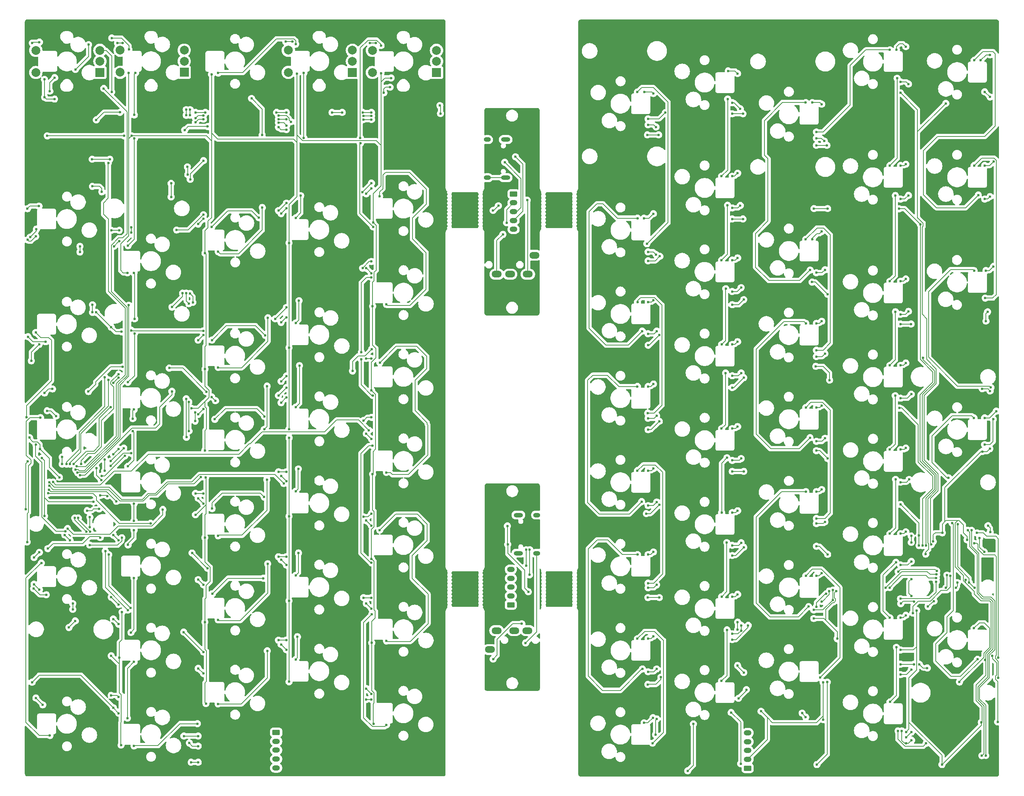
<source format=gbr>
%TF.GenerationSoftware,KiCad,Pcbnew,8.0.2*%
%TF.CreationDate,2024-06-18T01:05:25+09:00*%
%TF.ProjectId,accelerator,61636365-6c65-4726-9174-6f722e6b6963,v1.0.0*%
%TF.SameCoordinates,Original*%
%TF.FileFunction,Copper,L1,Top*%
%TF.FilePolarity,Positive*%
%FSLAX46Y46*%
G04 Gerber Fmt 4.6, Leading zero omitted, Abs format (unit mm)*
G04 Created by KiCad (PCBNEW 8.0.2) date 2024-06-18 01:05:25*
%MOMM*%
%LPD*%
G01*
G04 APERTURE LIST*
G04 Aperture macros list*
%AMRoundRect*
0 Rectangle with rounded corners*
0 $1 Rounding radius*
0 $2 $3 $4 $5 $6 $7 $8 $9 X,Y pos of 4 corners*
0 Add a 4 corners polygon primitive as box body*
4,1,4,$2,$3,$4,$5,$6,$7,$8,$9,$2,$3,0*
0 Add four circle primitives for the rounded corners*
1,1,$1+$1,$2,$3*
1,1,$1+$1,$4,$5*
1,1,$1+$1,$6,$7*
1,1,$1+$1,$8,$9*
0 Add four rect primitives between the rounded corners*
20,1,$1+$1,$2,$3,$4,$5,0*
20,1,$1+$1,$4,$5,$6,$7,0*
20,1,$1+$1,$6,$7,$8,$9,0*
20,1,$1+$1,$8,$9,$2,$3,0*%
G04 Aperture macros list end*
%TA.AperFunction,ComponentPad*%
%ADD10R,2.000000X2.000000*%
%TD*%
%TA.AperFunction,ComponentPad*%
%ADD11C,2.000000*%
%TD*%
%TA.AperFunction,ComponentPad*%
%ADD12O,1.600000X1.000000*%
%TD*%
%TA.AperFunction,ComponentPad*%
%ADD13O,2.100000X1.000000*%
%TD*%
%TA.AperFunction,ComponentPad*%
%ADD14RoundRect,0.250000X0.625000X-0.350000X0.625000X0.350000X-0.625000X0.350000X-0.625000X-0.350000X0*%
%TD*%
%TA.AperFunction,ComponentPad*%
%ADD15O,1.750000X1.200000*%
%TD*%
%TA.AperFunction,ComponentPad*%
%ADD16O,2.300000X1.500000*%
%TD*%
%TA.AperFunction,ComponentPad*%
%ADD17RoundRect,0.250000X-0.625000X0.350000X-0.625000X-0.350000X0.625000X-0.350000X0.625000X0.350000X0*%
%TD*%
%TA.AperFunction,ViaPad*%
%ADD18C,0.600000*%
%TD*%
%TA.AperFunction,Conductor*%
%ADD19C,0.200000*%
%TD*%
G04 APERTURE END LIST*
D10*
%TO.P,REL00_3,A,A*%
%TO.N,RE3A*%
X132380000Y-67064996D03*
D11*
%TO.P,REL00_3,B,B*%
%TO.N,RE3B*%
X132380000Y-62064996D03*
%TO.P,REL00_3,C,C*%
%TO.N,GNDL*%
X132380000Y-64564996D03*
%TO.P,REL00_3,S1,S1*%
%TO.N,Net-(DL00_25-A)*%
X117880000Y-67064996D03*
%TO.P,REL00_3,S2,S2*%
%TO.N,lcol01*%
X117880000Y-62064996D03*
%TD*%
D10*
%TO.P,REL00_1,A,A*%
%TO.N,RE1A*%
X189490000Y-67094996D03*
D11*
%TO.P,REL00_1,B,B*%
%TO.N,RE1B*%
X189490000Y-62094996D03*
%TO.P,REL00_1,C,C*%
%TO.N,GNDL*%
X189490000Y-64594996D03*
%TO.P,REL00_1,S1,S1*%
%TO.N,Net-(DL00_1-A)*%
X174990000Y-67094996D03*
%TO.P,REL00_1,S2,S2*%
%TO.N,lcol01*%
X174990000Y-62094996D03*
%TD*%
D10*
%TO.P,REL00_4,A,A*%
%TO.N,RE4A*%
X113300000Y-67094996D03*
D11*
%TO.P,REL00_4,B,B*%
%TO.N,RE4B*%
X113300000Y-62094996D03*
%TO.P,REL00_4,C,C*%
%TO.N,GNDL*%
X113300000Y-64594996D03*
%TO.P,REL00_4,S1,S1*%
%TO.N,Net-(DL00_33-A)*%
X98800000Y-67094996D03*
%TO.P,REL00_4,S2,S2*%
%TO.N,lcol01*%
X98800000Y-62094996D03*
%TD*%
D10*
%TO.P,REL00_2,A,A*%
%TO.N,RE2A*%
X170460000Y-67074996D03*
D11*
%TO.P,REL00_2,B,B*%
%TO.N,RE2B*%
X170460000Y-62074996D03*
%TO.P,REL00_2,C,C*%
%TO.N,GNDL*%
X170460000Y-64574996D03*
%TO.P,REL00_2,S1,S1*%
%TO.N,Net-(DL00_9-A)*%
X155960000Y-67074996D03*
%TO.P,REL00_2,S2,S2*%
%TO.N,lcol01*%
X155960000Y-62074996D03*
%TD*%
D12*
%TO.P,USBRD1,S1,SHIELD*%
%TO.N,GNDPWRRD*%
X212219004Y-167324996D03*
D13*
X208039004Y-167324996D03*
D12*
X212219004Y-175964996D03*
D13*
X208039004Y-175964996D03*
%TD*%
D14*
%TO.P,JR3,1,Pin_1*%
%TO.N,+5VR*%
X259931887Y-224647889D03*
D15*
%TO.P,JR3,2,Pin_2*%
%TO.N,GNDR*%
X259931887Y-222647889D03*
%TO.P,JR3,3,Pin_3*%
%TO.N,D-R*%
X259931887Y-220647889D03*
%TO.P,JR3,4,Pin_4*%
%TO.N,D+R*%
X259931887Y-218647889D03*
%TO.P,JR3,5,Pin_5*%
%TO.N,dataR*%
X259931887Y-216647889D03*
%TD*%
D16*
%TO.P,JRD1,1,A*%
%TO.N,unconnected-(JRD1-A-Pad1)*%
X201599004Y-197784996D03*
%TO.P,JRD1,2,B*%
%TO.N,dataDR*%
X210099004Y-193484996D03*
%TO.P,JRD1,3,C*%
%TO.N,GNDRD*%
X207099004Y-193484996D03*
%TO.P,JRD1,4,D*%
%TO.N,+5VRD*%
X203099004Y-193484996D03*
%TD*%
%TO.P,JLD1,1,A*%
%TO.N,unconnected-(JLD1-A-Pad1)*%
X211659004Y-108489996D03*
%TO.P,JLD1,2,B*%
%TO.N,dataDL*%
X203159004Y-112789996D03*
%TO.P,JLD1,3,C*%
%TO.N,GNDLD*%
X206159004Y-112789996D03*
%TO.P,JLD1,4,D*%
%TO.N,+5VLD*%
X210159004Y-112789996D03*
%TD*%
D17*
%TO.P,JL3,1,Pin_1*%
%TO.N,+5VL*%
X153200000Y-216565000D03*
D15*
%TO.P,JL3,2,Pin_2*%
%TO.N,GNDL*%
X153200000Y-218565000D03*
%TO.P,JL3,3,Pin_3*%
%TO.N,D-L*%
X153200000Y-220565000D03*
%TO.P,JL3,4,Pin_4*%
%TO.N,D+L*%
X153200000Y-222565000D03*
%TO.P,JL3,5,Pin_5*%
%TO.N,dataL*%
X153200000Y-224565000D03*
%TD*%
D14*
%TO.P,JRD2,1,Pin_1*%
%TO.N,+5VRD*%
X206319004Y-187644996D03*
D15*
%TO.P,JRD2,2,Pin_2*%
%TO.N,GNDRD*%
X206319004Y-185644996D03*
%TO.P,JRD2,3,Pin_3*%
%TO.N,DRD-*%
X206319004Y-183644996D03*
%TO.P,JRD2,4,Pin_4*%
%TO.N,DRD+*%
X206319004Y-181644996D03*
%TO.P,JRD2,5,Pin_5*%
%TO.N,dataDR*%
X206319004Y-179644996D03*
%TD*%
D17*
%TO.P,JLD2,1,Pin_1*%
%TO.N,+5VLD*%
X206949004Y-94619996D03*
D15*
%TO.P,JLD2,2,Pin_2*%
%TO.N,GNDLD*%
X206949004Y-96619996D03*
%TO.P,JLD2,3,Pin_3*%
%TO.N,DLD-*%
X206949004Y-98619996D03*
%TO.P,JLD2,4,Pin_4*%
%TO.N,DLD+*%
X206949004Y-100619996D03*
%TO.P,JLD2,5,Pin_5*%
%TO.N,dataDL*%
X206949004Y-102619996D03*
%TD*%
D12*
%TO.P,USBLD1,S1,SHIELD*%
%TO.N,GNDPWRLD*%
X200979004Y-90929996D03*
D13*
X205159004Y-90929996D03*
D12*
X200979004Y-82289996D03*
D13*
X205159004Y-82289996D03*
%TD*%
D18*
%TO.N,dataL*%
X101590000Y-162385000D03*
%TO.N,lrow05*%
X111820117Y-164337230D03*
%TO.N,GNDL*%
X179215339Y-68346364D03*
X134940000Y-167244000D03*
X118830000Y-81454000D03*
X134030000Y-143144000D03*
X137220000Y-158844000D03*
X137060889Y-152675157D03*
X175028529Y-120014000D03*
X119520000Y-112474000D03*
X104140000Y-158784000D03*
X98390000Y-176944000D03*
X156120000Y-105694000D03*
X174840000Y-196254000D03*
X137080000Y-134244000D03*
X106280000Y-192784000D03*
X99590000Y-184224000D03*
X157890000Y-67374000D03*
X137080000Y-107984000D03*
X97785000Y-132405000D03*
X100750000Y-68674000D03*
X156130000Y-149824000D03*
X99530000Y-128674000D03*
X115838900Y-199194000D03*
X97530000Y-104374000D03*
X107725000Y-191284000D03*
X175160000Y-101064000D03*
X118094056Y-219417813D03*
X138580000Y-67514000D03*
X103020000Y-73124000D03*
X174780000Y-177244000D03*
X137324224Y-210016415D03*
X175238501Y-214638880D03*
X156120000Y-129424000D03*
X156094701Y-147894000D03*
X156124378Y-205079074D03*
X137070000Y-172444000D03*
X117730000Y-199624000D03*
X118310000Y-189314000D03*
X176920000Y-67255000D03*
X174780000Y-139114000D03*
X100770000Y-72714000D03*
X97370000Y-149774000D03*
X99590000Y-175774000D03*
X156120000Y-167614000D03*
X175028529Y-158054000D03*
X101380000Y-81444000D03*
X120480000Y-81454000D03*
X99780000Y-152354000D03*
X98916672Y-102572211D03*
X119830000Y-67205000D03*
X156120000Y-186724000D03*
X137070000Y-191544000D03*
X98390000Y-182986614D03*
%TO.N,Net-(DL00_1-A)*%
X178990000Y-70435000D03*
X177570000Y-71704000D03*
%TO.N,lcol01*%
X105730000Y-155794000D03*
X114410000Y-136084000D03*
%TO.N,RE1A*%
X113400000Y-162884000D03*
X132903096Y-149706493D03*
X153720000Y-79504000D03*
X129420000Y-95274000D03*
X129420000Y-92214000D03*
X174780000Y-77754003D03*
X120374265Y-153338265D03*
X132500000Y-80114000D03*
X132830000Y-140994000D03*
X137680000Y-79344000D03*
X190400000Y-76394000D03*
X155520000Y-80054000D03*
X133430000Y-119444000D03*
X190260000Y-74589735D03*
X172980000Y-77754000D03*
X115740000Y-156174000D03*
X132820000Y-117064000D03*
X115010000Y-163012528D03*
%TO.N,RE1B*%
X113690000Y-158484000D03*
X133463530Y-148297530D03*
X118930000Y-153934000D03*
X136740000Y-87074000D03*
X172980000Y-76939812D03*
X153720000Y-78484003D03*
X133670000Y-117144000D03*
X133434265Y-141699735D03*
X133740000Y-91294000D03*
X155570000Y-79104000D03*
X134340000Y-119144000D03*
X174780000Y-76954000D03*
%TO.N,lcol02*%
X111610000Y-92894000D03*
X115870000Y-102844000D03*
X153720000Y-98380729D03*
X136740000Y-99314000D03*
X172740000Y-94204000D03*
X106530003Y-155794000D03*
X117670000Y-102844000D03*
X130665735Y-102778265D03*
X155520000Y-96684000D03*
X115210000Y-136694000D03*
X113730000Y-94134000D03*
X174780000Y-92144000D03*
%TO.N,lcol03*%
X118214265Y-125828265D03*
X112480000Y-121424000D03*
X172780075Y-111422890D03*
X120440000Y-125514000D03*
X136740000Y-125604000D03*
X174780000Y-109904000D03*
X155520000Y-120314000D03*
X152980000Y-122884000D03*
X115860000Y-124774000D03*
X107330006Y-155794000D03*
X115736657Y-142932328D03*
%TO.N,lcol04*%
X170480000Y-134704000D03*
X98790000Y-151344000D03*
X139468529Y-141424001D03*
X174840000Y-129734000D03*
X103378615Y-144890339D03*
X118440000Y-133784000D03*
X105482316Y-171025453D03*
X110700000Y-139354000D03*
X155520000Y-138464000D03*
X137420000Y-139394000D03*
X129000000Y-134044000D03*
X138620000Y-140575472D03*
X101370000Y-143714000D03*
X153720000Y-140244000D03*
%TO.N,lcol05*%
X174780000Y-145204000D03*
X153720000Y-157524000D03*
X105976696Y-170388775D03*
X155520000Y-157524000D03*
X172980000Y-145914000D03*
X127550000Y-166064000D03*
X134940000Y-162424000D03*
X136740000Y-162424000D03*
%TO.N,lcol06*%
X134160000Y-175914000D03*
X137650000Y-179364000D03*
X106540000Y-173014000D03*
X172980000Y-167734000D03*
X111004308Y-174126838D03*
X105347413Y-171814000D03*
X174780000Y-166984000D03*
X118270000Y-172444000D03*
X155520000Y-176744000D03*
X153720000Y-176764000D03*
%TO.N,lcol07*%
X174780000Y-186034000D03*
X115838900Y-185924000D03*
X153720000Y-195645922D03*
X155520000Y-195624000D03*
X132260000Y-193824000D03*
X172980000Y-186034000D03*
X136756471Y-198319001D03*
X117540000Y-187614000D03*
%TO.N,lcol08*%
X132310000Y-217364000D03*
X107170000Y-188684000D03*
X135540000Y-217364000D03*
X117540000Y-208544000D03*
X107170000Y-187374000D03*
X115838900Y-208164000D03*
%TO.N,RE2B*%
X134940000Y-77424000D03*
X117540000Y-135413997D03*
X153720000Y-76864000D03*
X156540000Y-78284000D03*
X109020000Y-155794000D03*
X136740000Y-76814000D03*
%TO.N,RE2A*%
X118700000Y-152164000D03*
X155520000Y-77684000D03*
X115740000Y-155122527D03*
X134864265Y-146048265D03*
X134872623Y-144082852D03*
X153720000Y-77684000D03*
X136740000Y-77684000D03*
X134940000Y-78404000D03*
%TO.N,rcol01*%
X300771887Y-188027889D03*
X296991887Y-216477074D03*
X305043775Y-180914531D03*
X304833359Y-183817889D03*
X302130414Y-186827889D03*
X295791887Y-217627889D03*
X272282622Y-212168624D03*
X273081152Y-213067154D03*
X246371887Y-225247889D03*
X247651887Y-214606889D03*
%TO.N,rcol02*%
X274901887Y-190737889D03*
X291203141Y-183778106D03*
X256451887Y-195527889D03*
X300601887Y-201947889D03*
X279971045Y-184537890D03*
X240291887Y-204037889D03*
X302712856Y-180774698D03*
X260051887Y-192297889D03*
X297591887Y-201107889D03*
X298805416Y-201107889D03*
X294541887Y-201107889D03*
X280211887Y-195317889D03*
X237351887Y-205677889D03*
%TO.N,rcol03*%
X259066152Y-174627889D03*
X278041887Y-176217889D03*
X237361887Y-185997889D03*
X302746152Y-179975389D03*
X256451887Y-176487889D03*
X239941887Y-185997889D03*
X294028358Y-180104360D03*
X275501887Y-174387889D03*
%TO.N,rcol04*%
X256451887Y-157447889D03*
X239941887Y-164981390D03*
X237001887Y-166997889D03*
X294541887Y-164907889D03*
X298736152Y-171907889D03*
X259066152Y-157437889D03*
X278041887Y-154507889D03*
X275501887Y-152747889D03*
X298736152Y-174222154D03*
%TO.N,rcol05*%
X294301887Y-143097889D03*
X256431887Y-138447889D03*
X239941887Y-146097889D03*
X299535981Y-174238807D03*
X259066152Y-136207889D03*
X275371887Y-133647889D03*
X278481887Y-136757889D03*
X237391887Y-147987889D03*
%TO.N,rcol06*%
X259066152Y-118537889D03*
X239941887Y-126577889D03*
X256441887Y-119687889D03*
X299631887Y-131717889D03*
X278041887Y-117317889D03*
X300261887Y-176167889D03*
X274531887Y-114567889D03*
X294541887Y-124057889D03*
X237411887Y-128857889D03*
X296941887Y-124057889D03*
%TO.N,rcol07*%
X294221887Y-97957889D03*
X278041887Y-97917889D03*
X240061887Y-108727889D03*
X237401887Y-109767889D03*
X300335915Y-174249247D03*
X274951887Y-97927889D03*
X258876152Y-100277889D03*
X299031887Y-101467889D03*
X256441887Y-100277889D03*
%TO.N,rcol08*%
X277891887Y-83597889D03*
X258876152Y-76437889D03*
X256451887Y-76437889D03*
X275491887Y-83597889D03*
X301535915Y-173983739D03*
X304806687Y-74101889D03*
X294541887Y-71727889D03*
X237251887Y-81227889D03*
X239791887Y-81227889D03*
%TO.N,RE3A*%
X129610000Y-120224000D03*
X132830000Y-76794000D03*
X129600000Y-139304000D03*
X132830000Y-75524000D03*
X133100000Y-88464000D03*
X108825102Y-158261982D03*
X133184265Y-90208265D03*
X132000000Y-117064000D03*
%TO.N,RE3B*%
X133700000Y-76774000D03*
X120430000Y-103337996D03*
X108221486Y-157736957D03*
X119837108Y-119816892D03*
X133720000Y-75524000D03*
X120430000Y-102137996D03*
%TO.N,RE4A*%
X107816552Y-157047006D03*
X114170735Y-70714735D03*
%TO.N,RE4B*%
X115220000Y-87614000D03*
X108040766Y-156279068D03*
X115980000Y-71492528D03*
%TO.N,Net-(UL1-UCAP)*%
X100775000Y-139685000D03*
X113595735Y-159389735D03*
X112500735Y-156664735D03*
X102570000Y-138754000D03*
%TO.N,+5VL*%
X174780000Y-150084000D03*
X173580000Y-206614000D03*
X136740000Y-100254000D03*
X154320000Y-141894000D03*
X173580000Y-131864000D03*
X173580000Y-111434000D03*
X155520000Y-178634000D03*
X98810000Y-208754000D03*
X103063392Y-68270425D03*
X118480000Y-60464000D03*
X174780000Y-131864000D03*
X115550000Y-86744000D03*
X135540000Y-101444000D03*
X136740000Y-143304000D03*
X154320000Y-196634000D03*
X174780000Y-112594000D03*
X155520000Y-135834000D03*
X174780000Y-188544000D03*
X154320000Y-137044000D03*
X111020000Y-167804000D03*
X117540000Y-212194000D03*
X100362929Y-210302645D03*
X101509446Y-174921820D03*
X116340000Y-171874000D03*
X117670000Y-105264000D03*
X175730000Y-60394000D03*
X113375000Y-172419000D03*
X174780000Y-207824000D03*
X154320000Y-177464000D03*
X117540000Y-152364000D03*
X116470000Y-106454000D03*
X117540000Y-136214000D03*
X173580000Y-168584000D03*
X136740000Y-126534000D03*
X135540000Y-144524000D03*
X101966157Y-71333042D03*
X135540000Y-181934000D03*
X173580000Y-187354000D03*
X154320000Y-123694000D03*
X155520000Y-197834000D03*
X156860000Y-60094000D03*
X173580000Y-148884000D03*
X117550000Y-192034000D03*
X111550000Y-86744000D03*
X155520000Y-159644000D03*
X136740000Y-203204000D03*
X97957500Y-205174000D03*
X117540000Y-173044000D03*
X116340000Y-137424000D03*
X155520000Y-140724000D03*
X111025000Y-170069000D03*
X174780000Y-169764000D03*
X104750000Y-154194000D03*
X154320000Y-158444000D03*
X116340000Y-190864000D03*
X174780000Y-93384000D03*
X174390000Y-60394000D03*
X155520000Y-122534000D03*
X135540000Y-202054000D03*
X135540000Y-163534000D03*
X104750000Y-155794000D03*
X155520000Y-97864000D03*
X154320000Y-99054000D03*
X136740000Y-164734000D03*
X116340000Y-153564000D03*
X173580000Y-94574000D03*
X116340000Y-210954000D03*
X117280000Y-60464000D03*
X155360000Y-60094000D03*
X135540000Y-127704000D03*
X136740000Y-183104000D03*
%TO.N,Net-(UR1-XTAL1)*%
X313486887Y-175657889D03*
X312464142Y-172490892D03*
%TO.N,GNDR*%
X257651887Y-193246417D03*
X313876887Y-111957889D03*
X274581887Y-73897889D03*
X237401887Y-176277889D03*
X257676152Y-109097889D03*
X238601887Y-156817889D03*
X294541887Y-133417889D03*
X295741887Y-132887889D03*
X295741887Y-190027889D03*
X314801887Y-63127889D03*
X256451887Y-185817889D03*
X236531887Y-71518889D03*
X257651887Y-201377889D03*
X293641887Y-61982889D03*
X315591887Y-111027889D03*
X294541887Y-88177889D03*
X257676152Y-128057889D03*
X256451887Y-166767889D03*
X275501887Y-142968889D03*
X255551887Y-66748889D03*
X275501887Y-162007889D03*
X276701887Y-123427889D03*
X276701887Y-186877889D03*
X316220887Y-143787889D03*
X256441887Y-109597889D03*
X277031887Y-205187889D03*
X278411887Y-184537889D03*
X237391887Y-138207889D03*
X276691887Y-74277889D03*
X313601887Y-88177889D03*
X238601887Y-99077889D03*
X295741887Y-113847889D03*
X315651887Y-87267889D03*
X256441887Y-90598889D03*
X237391887Y-195327889D03*
X276701887Y-161527889D03*
X297051887Y-218307889D03*
X294541887Y-190587889D03*
X257651887Y-67327889D03*
X257676152Y-191573624D03*
X238611887Y-118667889D03*
X277031887Y-213667154D03*
X312701887Y-64362889D03*
X295791887Y-219027889D03*
X238491152Y-213228624D03*
X257676152Y-147277889D03*
X259057901Y-202987889D03*
X295741887Y-61237889D03*
X294841887Y-216207889D03*
X294541887Y-171547889D03*
X257676152Y-89917889D03*
X237391887Y-157257889D03*
X295741887Y-87867889D03*
X276691887Y-103127889D03*
X313581887Y-145327889D03*
X256451887Y-147737951D03*
X275501887Y-181058889D03*
X276701887Y-180467889D03*
X295741887Y-152157889D03*
X295741887Y-171117889D03*
X257676152Y-185287889D03*
X238601887Y-194787889D03*
X274591887Y-104877889D03*
X236491887Y-214377889D03*
X275501887Y-123908889D03*
X238601887Y-137647889D03*
X238601887Y-175667889D03*
X294541887Y-152497889D03*
X238591887Y-71857889D03*
X236501887Y-100098889D03*
X256451887Y-128677889D03*
X294541887Y-114377889D03*
X237411887Y-119127889D03*
X262971887Y-211767889D03*
X257676152Y-166347889D03*
X276701887Y-142517889D03*
%TO.N,Net-(UR1-XTAL2)*%
X314851887Y-171167889D03*
X314341887Y-169727889D03*
%TO.N,Net-(UR1-UCAP)*%
X316673652Y-199579654D03*
X311866887Y-171377889D03*
%TO.N,+5VR*%
X275501887Y-169257889D03*
X239201887Y-108307889D03*
X296971887Y-139967889D03*
X239341887Y-164387889D03*
X256441887Y-116697889D03*
X296991887Y-177827889D03*
X237391887Y-145407889D03*
X237411887Y-126267889D03*
X275621887Y-223827889D03*
X313051887Y-138737154D03*
X296491887Y-159247889D03*
X296991887Y-185677887D03*
X277441887Y-168877889D03*
X296341887Y-94937889D03*
X277441887Y-130777889D03*
X279201887Y-184317889D03*
X237391887Y-202817889D03*
X239341887Y-125667889D03*
X239341887Y-183127889D03*
X275501887Y-131427889D03*
X258371887Y-223627889D03*
X258466152Y-173597889D03*
X294541887Y-197877889D03*
X314801887Y-72647889D03*
X239191887Y-79437889D03*
X258466152Y-135147889D03*
X239341887Y-202167889D03*
X312831887Y-214287889D03*
X294541887Y-69227889D03*
X258466152Y-154527889D03*
X275491887Y-112447889D03*
X313601887Y-71487889D03*
X304001887Y-171347889D03*
X294541887Y-140857889D03*
X296991887Y-173527889D03*
X277291887Y-82627889D03*
X313061887Y-152927889D03*
X256451887Y-154947889D03*
X309621887Y-172912890D03*
X256441887Y-97767889D03*
X258276152Y-97217889D03*
X256451887Y-73947889D03*
X294541887Y-121887889D03*
X295791887Y-216467889D03*
X256451887Y-194237889D03*
X258466152Y-115827889D03*
X237401887Y-107717889D03*
X256451887Y-174177889D03*
X239341887Y-144837889D03*
X239091887Y-217047889D03*
X237401887Y-183787889D03*
X237391887Y-165177889D03*
X277966887Y-205162889D03*
X277441887Y-111777889D03*
X309291887Y-182017889D03*
X256201887Y-212037889D03*
X314801887Y-95217889D03*
X314781887Y-152297889D03*
X258466152Y-192297889D03*
X313601887Y-95757889D03*
X296971887Y-172057889D03*
X298205416Y-188927889D03*
X296341887Y-121207889D03*
X313661887Y-200110298D03*
X296341887Y-69707889D03*
X258276152Y-75317889D03*
X294541887Y-178617889D03*
X294541887Y-159867889D03*
X275491887Y-81977889D03*
X296991887Y-181797889D03*
X274901887Y-188823511D03*
X237391887Y-78957889D03*
X258457901Y-193497889D03*
X301951887Y-173300389D03*
X239341887Y-213487889D03*
X277441887Y-149937889D03*
X303931887Y-223827889D03*
X294541887Y-95757889D03*
X314821887Y-139227889D03*
X256451887Y-135777889D03*
X279201887Y-186537889D03*
X275501887Y-150637889D03*
%TO.N,lrow01*%
X102679105Y-159854575D03*
X174180000Y-148124000D03*
%TO.N,lrow02*%
X101860000Y-159884000D03*
X154920000Y-160174000D03*
%TO.N,lrow03*%
X136140000Y-158724000D03*
X101840000Y-160714000D03*
%TO.N,lrow04*%
X117045000Y-164199000D03*
X101810000Y-161600879D03*
%TO.N,lrow05*%
X100194500Y-154439500D03*
X100760000Y-167524000D03*
%TO.N,rrow01*%
X296991887Y-202317889D03*
X297331887Y-189527889D03*
X305841887Y-181107889D03*
X294541887Y-203437889D03*
%TO.N,rrow02*%
X302621887Y-181597886D03*
X275501887Y-188137889D03*
X292071887Y-183757889D03*
X277711887Y-185137889D03*
%TO.N,rrow03*%
X302621887Y-182397889D03*
X294541887Y-186277887D03*
%TO.N,rrow04*%
X294611887Y-187377889D03*
X307071887Y-183817889D03*
X297591891Y-186877887D03*
X307428175Y-182617890D03*
%TO.N,rrow05*%
X311281887Y-183817889D03*
X310071887Y-182617889D03*
X313881887Y-123387889D03*
X314265122Y-121301124D03*
X307481887Y-169397889D03*
%TO.N,dataL*%
X124760000Y-169194000D03*
%TO.N,dataR*%
X316551887Y-214177889D03*
X315341005Y-199215242D03*
%TO.N,LLED*%
X137169502Y-76139069D03*
X108790000Y-107774000D03*
X174780000Y-76154000D03*
X111629265Y-119724735D03*
X165850000Y-76154000D03*
X111633346Y-121425876D03*
X110415000Y-166324000D03*
X114383528Y-157327528D03*
X155520000Y-76154000D03*
X108790000Y-106474000D03*
X117850000Y-76124000D03*
X113110000Y-165934000D03*
X134940000Y-76144000D03*
X153290000Y-76154000D03*
X114410735Y-154754735D03*
X172830000Y-76154000D03*
X168167108Y-76151108D03*
X112480000Y-77844000D03*
%TO.N,Net-(LLED1-DOUT)*%
X176950000Y-60994000D03*
X175140000Y-102044000D03*
X172280000Y-83154000D03*
X172250000Y-81954000D03*
%TO.N,Net-(LLED2-DOUT)*%
X176630000Y-95104000D03*
X178160000Y-119615000D03*
%TO.N,Net-(LLED3-DOUT)*%
X172440000Y-132014000D03*
X175050735Y-140233265D03*
X174780000Y-113494000D03*
X172480000Y-130474000D03*
%TO.N,Net-(LLED4-DOUT)*%
X178170000Y-157695000D03*
X176670000Y-132804000D03*
%TO.N,Net-(LLED5-DOUT)*%
X175010000Y-151584000D03*
X174780000Y-178138265D03*
%TO.N,Net-(LLED6-DOUT)*%
X176650000Y-170734000D03*
X178170000Y-195835000D03*
%TO.N,Net-(LLED7-DOUT)*%
X174840000Y-189814000D03*
X178180000Y-214850000D03*
%TO.N,Net-(LLED10-DIN)*%
X158370000Y-118774000D03*
X157620000Y-123844000D03*
%TO.N,Net-(LLED10-DOUT)*%
X157620000Y-100024000D03*
X158770000Y-94994996D03*
X159450000Y-67215000D03*
X159450000Y-81954000D03*
%TO.N,Net-(LLED17-DOUT)*%
X147630000Y-72974000D03*
X150060000Y-97674000D03*
X150030000Y-81224000D03*
X140080000Y-107685000D03*
%TO.N,Net-(LLED18-DOUT)*%
X151340000Y-122654000D03*
X140080000Y-133905000D03*
X149280000Y-99984000D03*
X138630000Y-102094000D03*
%TO.N,Net-(LLED19-DOUT)*%
X151140000Y-138124000D03*
X150510000Y-147894000D03*
X138670235Y-127703765D03*
X150740000Y-126644000D03*
%TO.N,Net-(LLED20-DOUT)*%
X140070000Y-172025000D03*
X150540000Y-144974000D03*
X139310735Y-145643265D03*
X151090735Y-159304735D03*
%TO.N,Net-(LLED21-DOUT)*%
X150490735Y-163234000D03*
X140070000Y-191044000D03*
X138700235Y-165863765D03*
X151285735Y-178349735D03*
%TO.N,Net-(LLED22-DOUT)*%
X151190735Y-198064735D03*
X138770000Y-185134000D03*
X140070000Y-210095000D03*
X150320000Y-181634000D03*
%TO.N,Net-(LLED23-DOUT)*%
X121020000Y-219615000D03*
X135360000Y-214564000D03*
%TO.N,Net-(LLED33-DOUT)*%
X99610000Y-60224000D03*
X98780000Y-104224000D03*
X96930000Y-104984000D03*
X97990000Y-60434000D03*
%TO.N,Net-(LLED34-DOUT)*%
X96900000Y-97944000D03*
X97010000Y-126934000D03*
X99510000Y-97364000D03*
X101010000Y-128074000D03*
%TO.N,Net-(LLED35-DOUT)*%
X96730735Y-145144735D03*
X98770568Y-125984167D03*
%TO.N,Net-(LLED36-DOUT)*%
X96818985Y-173415015D03*
X99864692Y-145254000D03*
X101170000Y-185384000D03*
X98300000Y-183974000D03*
%TO.N,Net-(LLED38-DOUT)*%
X100040000Y-178174000D03*
X101980000Y-217245000D03*
%TO.N,RESETR*%
X316691887Y-204217889D03*
X311221887Y-173727889D03*
%TO.N,Net-(UL1-D+)*%
X110211473Y-171060896D03*
X107611512Y-167994000D03*
X135550000Y-223304000D03*
X133960000Y-223304000D03*
X119633929Y-188838601D03*
X114520000Y-175494000D03*
%TO.N,Net-(UL1-D-)*%
X120252521Y-188331306D03*
X133540000Y-218944000D03*
X108411515Y-167994000D03*
X135550000Y-219644000D03*
X115280000Y-176284000D03*
X111060000Y-171060896D03*
%TO.N,Net-(UL1-~{HWB}{slash}PE2)*%
X96960000Y-155204000D03*
X96500735Y-165973265D03*
%TO.N,Net-(RLED1-DOUT)*%
X238416887Y-218997889D03*
X234991887Y-195327889D03*
%TO.N,Net-(RLED2-DOUT)*%
X236116152Y-202163624D03*
X235001887Y-176277889D03*
%TO.N,Net-(RLED3-DOUT)*%
X234991887Y-157257889D03*
X237401887Y-182727889D03*
%TO.N,Net-(RLED4-DOUT)*%
X235931887Y-164287889D03*
X234991887Y-138207889D03*
%TO.N,Net-(RLED5-DOUT)*%
X235011887Y-119127889D03*
X237321887Y-144217889D03*
%TO.N,Net-(RLED6-DOUT)*%
X235001887Y-100098889D03*
X236071887Y-125667889D03*
%TO.N,Net-(RLED7-DOUT)*%
X237121887Y-105887889D03*
X234991887Y-71518889D03*
%TO.N,Net-(RLED10-DIN)*%
X254051887Y-185817889D03*
X255211887Y-173557889D03*
%TO.N,Net-(RLED10-DOUT)*%
X255276152Y-193333624D03*
X254041887Y-204877889D03*
%TO.N,Net-(RLED17-DOUT)*%
X273101887Y-181058889D03*
X276341887Y-204127889D03*
%TO.N,Net-(RLED18-DOUT)*%
X273101887Y-162007889D03*
X273751887Y-188057889D03*
%TO.N,Net-(RLED19-DOUT)*%
X273101887Y-142968889D03*
X275501887Y-168097889D03*
%TO.N,Net-(RLED20-DOUT)*%
X273101887Y-123908889D03*
X274061887Y-149807889D03*
%TO.N,Net-(RLED21-DOUT)*%
X273091887Y-104877889D03*
X275501887Y-129987889D03*
%TO.N,Net-(RLED22-DOUT)*%
X274086683Y-111847889D03*
X273091887Y-73897889D03*
%TO.N,Net-(RLED24-DOUT)*%
X275491887Y-80577889D03*
X292141887Y-61982889D03*
%TO.N,Net-(RLED25-DOUT)*%
X311191887Y-192967889D03*
X300342622Y-219017154D03*
X293971887Y-216207889D03*
X307891887Y-205127889D03*
%TO.N,Net-(RLED34-DOUT)*%
X311181887Y-145327889D03*
X311961887Y-199997889D03*
X306221887Y-169127889D03*
X305421887Y-158877889D03*
%TO.N,Net-(RLED36-DOUT)*%
X315541887Y-145637889D03*
X311201887Y-111978889D03*
X313581887Y-151377889D03*
X315001887Y-138437889D03*
%TO.N,Net-(RLED38-DOUT)*%
X313721887Y-118197889D03*
X311201887Y-88177889D03*
%TO.N,Net-(RLED39-DOUT)*%
X311201887Y-64362889D03*
X312161887Y-94857889D03*
%TO.N,Net-(UR1-D+)*%
X309773360Y-170777889D03*
X312962622Y-221808624D03*
%TO.N,Net-(UR1-D-)*%
X310621887Y-170777889D03*
X313831887Y-221787889D03*
%TO.N,Net-(LLED15-DIN)*%
X174780000Y-209094000D03*
X173580000Y-209104000D03*
%TO.N,Net-(LLED17-DIN)*%
X157645235Y-60694000D03*
X140080000Y-67234000D03*
%TO.N,Net-(LLED11-DIN)*%
X157620000Y-142895000D03*
X158490000Y-133484000D03*
%TO.N,Net-(LLED12-DIN)*%
X158230000Y-156874000D03*
X157620000Y-161945000D03*
%TO.N,Net-(LLED13-DIN)*%
X157620000Y-180995000D03*
X158250000Y-175904000D03*
%TO.N,Net-(LLED14-DIN)*%
X157620000Y-200045000D03*
X158020000Y-194864000D03*
%TO.N,Net-(LLED25-DOUT)*%
X107765735Y-66429735D03*
X119850000Y-61905000D03*
X115980000Y-59294000D03*
X110740000Y-60804000D03*
%TO.N,Net-(LLED25-DIN)*%
X121350000Y-67205000D03*
X119660735Y-106323265D03*
X121101548Y-82054000D03*
X121090000Y-76724000D03*
%TO.N,Net-(LLED26-DIN)*%
X119635235Y-137258765D03*
X121020000Y-112474000D03*
X121169265Y-122873265D03*
X121150000Y-126204000D03*
%TO.N,Net-(LLED28-DIN)*%
X120760000Y-145494000D03*
X120765999Y-148289472D03*
X121020000Y-143435000D03*
X119595735Y-156308265D03*
%TO.N,Net-(LLED29-DIN)*%
X121020000Y-170744000D03*
X119660735Y-174083265D03*
X121011473Y-168594000D03*
X121010000Y-164764000D03*
%TO.N,Net-(LLED30-DIN)*%
X120330735Y-193913265D03*
X121020000Y-181544000D03*
%TO.N,Net-(LLED31-DIN)*%
X119520235Y-213323765D03*
X121020000Y-200584000D03*
%TO.N,Net-(RLED16-DIN)*%
X241301887Y-76177889D03*
X237391887Y-77597889D03*
%TO.N,Net-(RLED17-DIN)*%
X257857901Y-208837889D03*
X259657901Y-206857889D03*
%TO.N,Net-(RLED11-DIN)*%
X255261887Y-154347889D03*
X254051887Y-166767889D03*
%TO.N,Net-(RLED12-DIN)*%
X254946152Y-135153624D03*
X254041887Y-147737889D03*
%TO.N,Net-(RLED13-DIN)*%
X254998995Y-116056467D03*
X254051887Y-128677889D03*
%TO.N,Net-(RLED14-DIN)*%
X254041887Y-109597889D03*
X255381887Y-97167889D03*
%TO.N,Net-(RLED15-DIN)*%
X255411887Y-73117889D03*
X254041887Y-90598889D03*
%TO.N,Net-(RLED25-DIN)*%
X293611887Y-197277889D03*
X292151887Y-209647889D03*
%TO.N,Net-(RLED26-DIN)*%
X292141887Y-190587889D03*
X293501887Y-178017889D03*
%TO.N,Net-(RLED27-DIN)*%
X292141887Y-171547889D03*
X293421887Y-159247889D03*
%TO.N,Net-(RLED28-DIN)*%
X292141887Y-152497889D03*
X293351887Y-140277889D03*
%TO.N,Net-(RLED29-DIN)*%
X293401887Y-121287889D03*
X292141887Y-133417889D03*
%TO.N,Net-(RLED30-DIN)*%
X293371887Y-94957889D03*
X292141887Y-114377889D03*
%TO.N,Net-(RLED31-DIN)*%
X292141887Y-88177889D03*
X293788652Y-68421124D03*
%TO.N,GNDLD*%
X202309004Y-98349996D03*
X205379004Y-101139996D03*
X203509004Y-97289996D03*
%TO.N,GNDPWRRD*%
X209669739Y-196294261D03*
%TO.N,VCCRD*%
X208818269Y-191944261D03*
X202329004Y-199934996D03*
X205629004Y-173994996D03*
X205549004Y-169794996D03*
X210279004Y-184704996D03*
%TO.N,+5VLD*%
X210029004Y-96019996D03*
%TO.N,dataDL*%
X204529004Y-103769996D03*
%TO.N,DLD+*%
X207369004Y-86179996D03*
%TO.N,DLD-*%
X204939004Y-87423003D03*
%TO.N,DRD-*%
X210569680Y-180859438D03*
X210608938Y-175185521D03*
%TO.N,DRD+*%
X209809004Y-178824996D03*
X209809004Y-175174996D03*
%TD*%
D19*
%TO.N,dataL*%
X112490000Y-163994000D02*
X117690000Y-169194000D01*
X112490000Y-163240000D02*
X112490000Y-163994000D01*
X111730000Y-162480000D02*
X112490000Y-163240000D01*
X101685000Y-162480000D02*
X111730000Y-162480000D01*
X101590000Y-162385000D02*
X101685000Y-162480000D01*
%TO.N,lrow05*%
X100759265Y-155004265D02*
X100759265Y-163370000D01*
X100759265Y-163370000D02*
X100759265Y-167523265D01*
X111820117Y-164337230D02*
X101726495Y-164337230D01*
X101726495Y-164337230D02*
X100759265Y-163370000D01*
%TO.N,GNDL*%
X156130000Y-149824000D02*
X156120000Y-149834000D01*
X174780000Y-139114000D02*
X175720000Y-140054000D01*
X175720000Y-152396472D02*
X175170000Y-152946472D01*
X179215339Y-68346364D02*
X177797636Y-68346364D01*
X118571472Y-112474000D02*
X119520000Y-112474000D01*
X97370000Y-149944000D02*
X98170000Y-150744000D01*
X138580000Y-99964000D02*
X137780000Y-100764000D01*
X134030000Y-143144000D02*
X135530000Y-143144000D01*
X174830000Y-177244000D02*
X175380000Y-177794000D01*
X174840000Y-196254000D02*
X174840000Y-207035471D01*
X156120000Y-147868701D02*
X156094701Y-147894000D01*
X137060000Y-152674268D02*
X137060889Y-152675157D01*
X175028529Y-114645471D02*
X175028529Y-120014000D01*
X101890000Y-156534000D02*
X101890000Y-154464000D01*
X175180000Y-214580379D02*
X175238501Y-214638880D01*
X156120000Y-105694000D02*
X156120000Y-129424000D01*
X175170000Y-152946472D02*
X175170000Y-157912529D01*
X99760000Y-152334000D02*
X99780000Y-152354000D01*
X157890000Y-67374000D02*
X157890000Y-81294000D01*
X175380000Y-166494000D02*
X175380000Y-170012529D01*
X99780000Y-152354000D02*
X101890000Y-154464000D01*
X175770000Y-131722529D02*
X174780000Y-132712529D01*
X175850000Y-82554000D02*
X176760000Y-83464000D01*
X117730000Y-199624000D02*
X117730000Y-200914000D01*
X101380000Y-81444000D02*
X118820000Y-81444000D01*
X117730000Y-196125472D02*
X117730000Y-199624000D01*
X175180000Y-210101472D02*
X175180000Y-214580379D01*
X97370000Y-149774000D02*
X97370000Y-149944000D01*
X98390000Y-183024000D02*
X99590000Y-184224000D01*
X137340000Y-108244000D02*
X137340000Y-128896472D01*
X120480000Y-81454000D02*
X119830000Y-82104000D01*
X137421472Y-204995000D02*
X137070000Y-205346472D01*
X99760000Y-151354000D02*
X99760000Y-152334000D01*
X117558900Y-200914000D02*
X117730000Y-200914000D01*
X118310000Y-189314000D02*
X118310000Y-195545472D01*
X175860000Y-111865471D02*
X175380000Y-112345471D01*
X177797636Y-68346364D02*
X176920000Y-69224000D01*
X175380000Y-188792529D02*
X175640000Y-189052529D01*
X118310000Y-195545472D02*
X117730000Y-196125472D01*
X175028529Y-120014000D02*
X175028529Y-128842529D01*
X118020000Y-214314000D02*
X118020000Y-219343757D01*
X156120000Y-186724000D02*
X156120000Y-205074696D01*
X175860000Y-101764000D02*
X175860000Y-111865471D01*
X157890000Y-81294000D02*
X157890000Y-82934000D01*
X175770000Y-129584000D02*
X175770000Y-131722529D01*
X97530000Y-104374000D02*
X98916672Y-102987328D01*
X156120000Y-129424000D02*
X156120000Y-147868701D01*
X175160000Y-94524000D02*
X175160000Y-101064000D01*
X138580000Y-82634000D02*
X138580000Y-99964000D01*
X137340000Y-167006472D02*
X137070000Y-167276472D01*
X137780000Y-100764000D02*
X137780000Y-102236472D01*
X157110000Y-82154000D02*
X157890000Y-82934000D01*
X99150000Y-150744000D02*
X99760000Y-151354000D01*
X100750000Y-72694000D02*
X100770000Y-72714000D01*
X118020000Y-219343757D02*
X118094056Y-219417813D01*
X98170000Y-150744000D02*
X99150000Y-150744000D01*
X137080000Y-141594000D02*
X137080000Y-142795471D01*
X175380000Y-209901472D02*
X175180000Y-210101472D01*
X101180000Y-73124000D02*
X100770000Y-72714000D01*
X117730000Y-207614000D02*
X118140000Y-208024000D01*
X137080000Y-138164000D02*
X138020000Y-139104000D01*
X137400000Y-81454000D02*
X138580000Y-82634000D01*
X137320000Y-183284000D02*
X137320000Y-186045472D01*
X137070000Y-197784000D02*
X137421472Y-198135472D01*
X137070000Y-177904000D02*
X138270000Y-179104000D01*
X118020000Y-105904000D02*
X118020000Y-111922528D01*
X117730000Y-200914000D02*
X117730000Y-207614000D01*
X99590000Y-175774000D02*
X99560000Y-175774000D01*
X120480000Y-81454000D02*
X137400000Y-81454000D01*
X156120000Y-205074696D02*
X156124378Y-205079074D01*
X137411472Y-147845000D02*
X137060000Y-148196472D01*
X137340000Y-128896472D02*
X137080000Y-129156472D01*
X174840000Y-191416472D02*
X174840000Y-196254000D01*
X137070000Y-186295472D02*
X137070000Y-191544000D01*
X115838900Y-199194000D02*
X117558900Y-200914000D01*
X104140000Y-158784000D02*
X101890000Y-156534000D01*
X138580000Y-80854000D02*
X138630000Y-80854000D01*
X157890000Y-81294000D02*
X159150000Y-82554000D01*
X138020000Y-139104000D02*
X138020000Y-140654000D01*
X157890000Y-95214000D02*
X156120000Y-96984000D01*
X107725000Y-191339000D02*
X107725000Y-191284000D01*
X175028529Y-166142529D02*
X175380000Y-166494000D01*
X118820000Y-81444000D02*
X118830000Y-81454000D01*
X119830000Y-104094000D02*
X118020000Y-105904000D01*
X99530000Y-128674000D02*
X97785000Y-130419000D01*
X135530000Y-143144000D02*
X136875000Y-141799000D01*
X134940000Y-167244000D02*
X135078529Y-167244000D01*
X156120000Y-96984000D02*
X156120000Y-105694000D01*
X137080000Y-142795471D02*
X137411472Y-143126943D01*
X119830000Y-82874000D02*
X119830000Y-104094000D01*
X118020000Y-111922528D02*
X118571472Y-112474000D01*
X157890000Y-82934000D02*
X157890000Y-95214000D01*
X175028529Y-128842529D02*
X175770000Y-129584000D01*
X137070000Y-191544000D02*
X137070000Y-197784000D01*
X175380000Y-112345471D02*
X175380000Y-114294000D01*
X138580000Y-67514000D02*
X138580000Y-80854000D01*
X156120000Y-149834000D02*
X156120000Y-167614000D01*
X106280000Y-192784000D02*
X107725000Y-191339000D01*
X174840000Y-207035471D02*
X175380000Y-207575471D01*
X137780000Y-102236472D02*
X137080000Y-102936472D01*
X118140000Y-208024000D02*
X118140000Y-214194000D01*
X176920000Y-69224000D02*
X176920000Y-83464000D01*
X176760000Y-83464000D02*
X176920000Y-83464000D01*
X137070000Y-205346472D02*
X137070000Y-209762191D01*
X136875000Y-141799000D02*
X137080000Y-141594000D01*
X176920000Y-67255000D02*
X176920000Y-69224000D01*
X137080000Y-134244000D02*
X137080000Y-138164000D01*
X175170000Y-157912529D02*
X175028529Y-158054000D01*
X138580000Y-80854000D02*
X138580000Y-82634000D01*
X137080000Y-129156472D02*
X137080000Y-134244000D01*
X137060000Y-148196472D02*
X137060000Y-152674268D01*
X175380000Y-207575471D02*
X175380000Y-209901472D01*
X137220000Y-158844000D02*
X137340000Y-158964000D01*
X137421472Y-198135472D02*
X137421472Y-204995000D01*
X137080000Y-102936472D02*
X137080000Y-107984000D01*
X175640000Y-189052529D02*
X175640000Y-190616472D01*
X137070000Y-209762191D02*
X137324224Y-210016415D01*
X98916672Y-102987328D02*
X98916672Y-102572211D01*
X137070000Y-172444000D02*
X137070000Y-177904000D01*
X138270000Y-182334000D02*
X137320000Y-183284000D01*
X100750000Y-68674000D02*
X100750000Y-72694000D01*
X174780000Y-177244000D02*
X174830000Y-177244000D01*
X176920000Y-83464000D02*
X176920000Y-92764000D01*
X175640000Y-190616472D02*
X174840000Y-191416472D01*
X137340000Y-158964000D02*
X137340000Y-167006472D01*
X137411472Y-143126943D02*
X137411472Y-147845000D01*
X175160000Y-101064000D02*
X175860000Y-101764000D01*
X159150000Y-82554000D02*
X175850000Y-82554000D01*
X175380000Y-114294000D02*
X175028529Y-114645471D01*
X137080000Y-107984000D02*
X137340000Y-108244000D01*
X119830000Y-82104000D02*
X119830000Y-82874000D01*
X135078529Y-167244000D02*
X137340000Y-164982529D01*
X175380000Y-177794000D02*
X175380000Y-188792529D01*
X138630000Y-80854000D02*
X139930000Y-82154000D01*
X118140000Y-214194000D02*
X118020000Y-214314000D01*
X138020000Y-140654000D02*
X136875000Y-141799000D01*
X137320000Y-186045472D02*
X137070000Y-186295472D01*
X174780000Y-132712529D02*
X174780000Y-139114000D01*
X103020000Y-73124000D02*
X101180000Y-73124000D01*
X97785000Y-130419000D02*
X97785000Y-132405000D01*
X156120000Y-167614000D02*
X156120000Y-186724000D01*
X138270000Y-179104000D02*
X138270000Y-182334000D01*
X119830000Y-67205000D02*
X119830000Y-82874000D01*
X174780000Y-170612529D02*
X174780000Y-177244000D01*
X175380000Y-170012529D02*
X174780000Y-170612529D01*
X99560000Y-175774000D02*
X98390000Y-176944000D01*
X175028529Y-158054000D02*
X175028529Y-166142529D01*
X175720000Y-140054000D02*
X175720000Y-152396472D01*
X176920000Y-92764000D02*
X175160000Y-94524000D01*
X98390000Y-182986614D02*
X98390000Y-183024000D01*
X139930000Y-82154000D02*
X157110000Y-82154000D01*
X137070000Y-167276472D02*
X137070000Y-172444000D01*
%TO.N,Net-(DL00_1-A)*%
X177999000Y-70435000D02*
X178990000Y-70435000D01*
X177570000Y-71704000D02*
X177570000Y-70864000D01*
X177570000Y-70864000D02*
X177999000Y-70435000D01*
%TO.N,lcol01*%
X108590000Y-152454000D02*
X108590000Y-148574000D01*
X105730000Y-155794000D02*
X105730000Y-155314000D01*
X105730000Y-155314000D02*
X108590000Y-152454000D01*
X108590000Y-148574000D02*
X114410000Y-142754000D01*
X114410000Y-142754000D02*
X114410000Y-136084000D01*
%TO.N,RE1A*%
X129420000Y-95274000D02*
X129420000Y-92214000D01*
X113400000Y-162884000D02*
X114881472Y-162884000D01*
X133430000Y-119444000D02*
X132820000Y-118834000D01*
X153720000Y-79504000D02*
X154270000Y-80054000D01*
X190400000Y-74729735D02*
X190260000Y-74589735D01*
X120370000Y-153334000D02*
X120374265Y-153338265D01*
X118580000Y-153334000D02*
X120210000Y-153334000D01*
X133270000Y-79344000D02*
X137680000Y-79344000D01*
X190400000Y-76394000D02*
X190400000Y-74729735D01*
X154270000Y-80054000D02*
X155520000Y-80054000D01*
X132834265Y-149637662D02*
X132834265Y-140998265D01*
X132820000Y-118834000D02*
X132820000Y-117064000D01*
X132500000Y-80114000D02*
X133270000Y-79344000D01*
X120210000Y-153334000D02*
X120370000Y-153334000D01*
X132834265Y-140998265D02*
X132830000Y-140994000D01*
X174779997Y-77754000D02*
X174780000Y-77754003D01*
X114881472Y-162884000D02*
X115010000Y-163012528D01*
X172980000Y-77754000D02*
X174779997Y-77754000D01*
X115740000Y-156174000D02*
X118580000Y-153334000D01*
X132903096Y-149706493D02*
X132834265Y-149637662D01*
%TO.N,RE1B*%
X136740000Y-87098265D02*
X136740000Y-87074000D01*
X133430000Y-148264000D02*
X133430000Y-141704000D01*
X134340000Y-117814000D02*
X133670000Y-117144000D01*
X172980000Y-76939812D02*
X174765812Y-76939812D01*
X174765812Y-76939812D02*
X174780000Y-76954000D01*
X118930000Y-153934000D02*
X114380000Y-158484000D01*
X154950003Y-78484003D02*
X155570000Y-79104000D01*
X133463530Y-148297530D02*
X133430000Y-148264000D01*
X113690000Y-158484000D02*
X114380000Y-158484000D01*
X153720000Y-78484003D02*
X154950003Y-78484003D01*
X133740000Y-91294000D02*
X133784265Y-91249735D01*
X133784265Y-91249735D02*
X133784265Y-90054000D01*
X134340000Y-119144000D02*
X134340000Y-117814000D01*
X133784265Y-90054000D02*
X136740000Y-87098265D01*
X133430000Y-141704000D02*
X133434265Y-141699735D01*
%TO.N,lcol02*%
X115200000Y-136704000D02*
X115200000Y-142664000D01*
X108990000Y-153044000D02*
X106530003Y-155503997D01*
X113730000Y-93394000D02*
X113730000Y-94134000D01*
X153823271Y-98380729D02*
X153720000Y-98380729D01*
X115200000Y-136704000D02*
X115210000Y-136694000D01*
X111610000Y-92894000D02*
X113230000Y-92894000D01*
X136740000Y-99324000D02*
X133285735Y-102778265D01*
X136740000Y-99314000D02*
X136740000Y-99324000D01*
X108990000Y-153044000D02*
X108990000Y-148874000D01*
X106530003Y-155794000D02*
X106530003Y-155503997D01*
X155520000Y-96684000D02*
X153823271Y-98380729D01*
X113230000Y-92894000D02*
X113730000Y-93394000D01*
X174780000Y-92164000D02*
X172740000Y-94204000D01*
X133285735Y-102778265D02*
X130665735Y-102778265D01*
X108990000Y-148874000D02*
X115200000Y-142664000D01*
X174780000Y-92144000D02*
X174780000Y-92164000D01*
X115870000Y-102844000D02*
X117670000Y-102844000D01*
%TO.N,lcol03*%
X110270000Y-152854000D02*
X107330006Y-155793994D01*
X115860000Y-124774000D02*
X115830000Y-124774000D01*
X115681672Y-142932328D02*
X113150000Y-145464000D01*
X110270000Y-152854000D02*
X111890000Y-152854000D01*
X120440000Y-125514000D02*
X120530000Y-125604000D01*
X118214265Y-125828265D02*
X116914265Y-125828265D01*
X116914265Y-125828265D02*
X115860000Y-124774000D01*
X155340000Y-120524000D02*
X152980000Y-122884000D01*
X113150000Y-145464000D02*
X113150000Y-151594000D01*
X174261471Y-109904000D02*
X172780075Y-111385396D01*
X112480000Y-121424000D02*
X115830000Y-124774000D01*
X111890000Y-152854000D02*
X113150000Y-151594000D01*
X107330006Y-155794000D02*
X107330006Y-155793994D01*
X155520000Y-120314000D02*
X155340000Y-120494000D01*
X120530000Y-125604000D02*
X136740000Y-125604000D01*
X174780000Y-109904000D02*
X174261471Y-109904000D01*
X172780075Y-111385396D02*
X172780075Y-111422890D01*
X115681672Y-142932328D02*
X115736657Y-142932328D01*
X155340000Y-120494000D02*
X155340000Y-120524000D01*
%TO.N,lcol04*%
X110740000Y-139354000D02*
X112350000Y-137744000D01*
X110700000Y-139354000D02*
X110740000Y-139354000D01*
X103412924Y-171025453D02*
X100130000Y-167742529D01*
X115720000Y-133784000D02*
X118440000Y-133784000D01*
X100130000Y-167742529D02*
X100130000Y-155414000D01*
X170480000Y-132544000D02*
X171750000Y-131274000D01*
X174391471Y-130182529D02*
X174840000Y-129734000D01*
X153740000Y-140244000D02*
X155520000Y-138464000D01*
X98740000Y-151394000D02*
X98740000Y-154024000D01*
X173321471Y-131274000D02*
X174391471Y-130204000D01*
X98740000Y-154024000D02*
X100130000Y-155414000D01*
X105482316Y-171025453D02*
X103412924Y-171025453D01*
X101370000Y-143714000D02*
X102202276Y-143714000D01*
X139468529Y-141424001D02*
X138620000Y-140575472D01*
X171750000Y-131274000D02*
X173321471Y-131274000D01*
X129000000Y-134044000D02*
X132070000Y-134044000D01*
X153720000Y-140244000D02*
X153740000Y-140244000D01*
X102202276Y-143714000D02*
X103378615Y-144890339D01*
X170480000Y-134704000D02*
X170480000Y-132544000D01*
X98740000Y-151394000D02*
X98790000Y-151344000D01*
X115720000Y-133784000D02*
X112350000Y-137154000D01*
X112350000Y-137744000D02*
X112350000Y-137154000D01*
X132070000Y-134044000D02*
X137420000Y-139394000D01*
X174391471Y-130204000D02*
X174391471Y-130182529D01*
%TO.N,lcol05*%
X127530000Y-167304000D02*
X127550000Y-167284000D01*
X153720000Y-157524000D02*
X155520000Y-157524000D01*
X127550000Y-167284000D02*
X127550000Y-166064000D01*
X117420000Y-169794000D02*
X125040000Y-169794000D01*
X117420000Y-169794000D02*
X115553104Y-171660896D01*
X172980000Y-145914000D02*
X173070000Y-145914000D01*
X134940000Y-162424000D02*
X136740000Y-162424000D01*
X107248817Y-171660896D02*
X115553104Y-171660896D01*
X125040000Y-169794000D02*
X127530000Y-167304000D01*
X173780000Y-145204000D02*
X174780000Y-145204000D01*
X105976696Y-170388775D02*
X107248817Y-171660896D01*
X173070000Y-145914000D02*
X173780000Y-145204000D01*
%TO.N,lcol06*%
X111004308Y-174126838D02*
X117305691Y-174126838D01*
X174030000Y-167734000D02*
X174780000Y-166984000D01*
X105347413Y-171821413D02*
X106540000Y-173014000D01*
X105347413Y-171814000D02*
X105347413Y-171821413D01*
X137610000Y-179364000D02*
X137650000Y-179364000D01*
X118270000Y-173162529D02*
X118270000Y-172444000D01*
X153720000Y-176764000D02*
X155500000Y-176764000D01*
X117305691Y-174126838D02*
X118270000Y-173162529D01*
X172980000Y-167734000D02*
X174030000Y-167734000D01*
X155500000Y-176764000D02*
X155520000Y-176744000D01*
X134160000Y-175914000D02*
X137610000Y-179364000D01*
%TO.N,lcol07*%
X115838900Y-185924000D02*
X115850000Y-185924000D01*
X115850000Y-185924000D02*
X117540000Y-187614000D01*
X136755001Y-198319001D02*
X136756471Y-198319001D01*
X132260000Y-193824000D02*
X136755001Y-198319001D01*
X153720000Y-195645922D02*
X155498078Y-195645922D01*
X172980000Y-186034000D02*
X174780000Y-186034000D01*
X155498078Y-195645922D02*
X155520000Y-195624000D01*
%TO.N,lcol08*%
X132310000Y-217364000D02*
X135540000Y-217364000D01*
X115838900Y-208164000D02*
X117160000Y-208164000D01*
X117160000Y-208164000D02*
X117540000Y-208544000D01*
X107170000Y-187374000D02*
X107170000Y-188684000D01*
%TO.N,RE2B*%
X115740000Y-137165471D02*
X117491474Y-135413997D01*
X109020000Y-155794000D02*
X109020000Y-155013946D01*
X117491474Y-135413997D02*
X117540000Y-135413997D01*
X136600000Y-76844000D02*
X136710000Y-76844000D01*
X113640000Y-151854000D02*
X113640000Y-145964000D01*
X135520000Y-76844000D02*
X136600000Y-76844000D01*
X156120000Y-77435471D02*
X156120000Y-77864000D01*
X116390000Y-143214000D02*
X116390000Y-138322529D01*
X155548529Y-76864000D02*
X156120000Y-77435471D01*
X136710000Y-76844000D02*
X136740000Y-76814000D01*
X115740000Y-137672529D02*
X115740000Y-137165471D01*
X153720000Y-76864000D02*
X155548529Y-76864000D01*
X116390000Y-138322529D02*
X115740000Y-137672529D01*
X113640000Y-145964000D02*
X116390000Y-143214000D01*
X112070000Y-153424000D02*
X113640000Y-151854000D01*
X156120000Y-77864000D02*
X156540000Y-78284000D01*
X109020000Y-155013946D02*
X110609946Y-153424000D01*
X110609946Y-153424000D02*
X112070000Y-153424000D01*
X134940000Y-77424000D02*
X135520000Y-76844000D01*
%TO.N,RE2A*%
X135660000Y-77684000D02*
X136740000Y-77684000D01*
X134864265Y-144091210D02*
X134872623Y-144082852D01*
X134940000Y-78404000D02*
X135660000Y-77684000D01*
X115740000Y-155122527D02*
X118698527Y-152164000D01*
X134864265Y-146048265D02*
X134864265Y-144091210D01*
X118698527Y-152164000D02*
X118700000Y-152164000D01*
X153720000Y-77684000D02*
X155520000Y-77684000D01*
%TO.N,rcol01*%
X272282622Y-212268624D02*
X273081152Y-213067154D01*
X295791887Y-217627889D02*
X295841072Y-217627889D01*
X301971887Y-186827889D02*
X300771887Y-188027889D01*
X246371887Y-225247889D02*
X247651887Y-223967889D01*
X295841072Y-217627889D02*
X296991887Y-216477074D01*
X302130414Y-186827889D02*
X301971887Y-186827889D01*
X305043775Y-180914531D02*
X305043775Y-183607473D01*
X272282622Y-212168624D02*
X272282622Y-212268624D01*
X247651887Y-223967889D02*
X247651887Y-214606889D01*
X305043775Y-183607473D02*
X304833359Y-183817889D01*
%TO.N,rcol02*%
X279601887Y-184907048D02*
X279601887Y-186089360D01*
X280211887Y-195317889D02*
X280211887Y-195467889D01*
X239171887Y-205667889D02*
X237361887Y-205667889D01*
X300601887Y-201947889D02*
X299645416Y-201947889D01*
X277641887Y-188663575D02*
X277641887Y-191167889D01*
X279451887Y-187137889D02*
X279167573Y-187137889D01*
X260051887Y-192752432D02*
X257276430Y-195527889D01*
X277641887Y-191167889D02*
X277211887Y-190737889D01*
X257276430Y-195527889D02*
X256451887Y-195527889D01*
X302712856Y-180774698D02*
X301230068Y-180774698D01*
X280211887Y-195467889D02*
X280211887Y-193737889D01*
X301230068Y-180774698D02*
X300583259Y-180127889D01*
X240291887Y-204037889D02*
X240291887Y-204547889D01*
X279971045Y-184537890D02*
X279601887Y-184907048D01*
X260051887Y-192297889D02*
X260051887Y-192752432D01*
X240291887Y-204547889D02*
X239171887Y-205667889D01*
X280211887Y-193737889D02*
X277641887Y-191167889D01*
X279167573Y-187137889D02*
X277641887Y-188663575D01*
X299645416Y-201947889D02*
X298805416Y-201107889D01*
X279601887Y-186089360D02*
X279801887Y-186289360D01*
X237361887Y-205667889D02*
X237351887Y-205677889D01*
X279801887Y-186289360D02*
X279801887Y-186787889D01*
X294853358Y-180127889D02*
X291203141Y-183778106D01*
X277211887Y-190737889D02*
X274901887Y-190737889D01*
X279801887Y-186787889D02*
X279451887Y-187137889D01*
X300583259Y-180127889D02*
X294853358Y-180127889D01*
X297591887Y-201107889D02*
X294541887Y-201107889D01*
%TO.N,rcol03*%
X275651887Y-174357889D02*
X275531887Y-174357889D01*
X275531887Y-174357889D02*
X275501887Y-174387889D01*
X259066152Y-174627889D02*
X257206152Y-176487889D01*
X302746152Y-179975389D02*
X302368652Y-179597889D01*
X278041887Y-176217889D02*
X276181887Y-174357889D01*
X294534829Y-179597889D02*
X294028358Y-180104360D01*
X257206152Y-176487889D02*
X256451887Y-176487889D01*
X276181887Y-174357889D02*
X275651887Y-174357889D01*
X239941887Y-185997889D02*
X237361887Y-185997889D01*
X302368652Y-179597889D02*
X294534829Y-179597889D01*
%TO.N,rcol04*%
X239941887Y-164981390D02*
X237925388Y-166997889D01*
X237925388Y-166997889D02*
X237001887Y-166997889D01*
X298736152Y-169102154D02*
X298736152Y-171907889D01*
X259066152Y-157437889D02*
X256461887Y-157437889D01*
X256461887Y-157437889D02*
X256451887Y-157447889D01*
X294541887Y-164907889D02*
X298736152Y-169102154D01*
X276281887Y-152747889D02*
X275501887Y-152747889D01*
X298736152Y-174222154D02*
X298736152Y-171907889D01*
X278041887Y-154507889D02*
X276281887Y-152747889D01*
%TO.N,rcol05*%
X238051887Y-147987889D02*
X237391887Y-147987889D01*
X301841887Y-161367889D02*
X301841887Y-158587889D01*
X299535981Y-174238807D02*
X299535981Y-163673795D01*
X278481887Y-136757889D02*
X278481887Y-135127889D01*
X294821887Y-143097889D02*
X294301887Y-143097889D01*
X259066152Y-136207889D02*
X256826152Y-138447889D01*
X256826152Y-138447889D02*
X256431887Y-138447889D01*
X239941887Y-146097889D02*
X238051887Y-147987889D01*
X301841887Y-158587889D02*
X298571887Y-155317889D01*
X298571887Y-155317889D02*
X298571887Y-146847889D01*
X277001887Y-133647889D02*
X275371887Y-133647889D01*
X299535981Y-163673795D02*
X301841887Y-161367889D01*
X278481887Y-135127889D02*
X277001887Y-133647889D01*
X298571887Y-146847889D02*
X294821887Y-143097889D01*
%TO.N,rcol06*%
X300291887Y-175687889D02*
X300935915Y-175043861D01*
X299471887Y-154967889D02*
X299471887Y-140123575D01*
X300935915Y-173837889D02*
X300735915Y-173637889D01*
X299671887Y-132137889D02*
X299631887Y-132097889D01*
X300261887Y-175717889D02*
X300291887Y-175687889D01*
X299471887Y-140123575D02*
X302241887Y-137353575D01*
X302241887Y-134707889D02*
X299671887Y-132137889D01*
X300735915Y-173637889D02*
X300735915Y-163605233D01*
X300735915Y-163605233D02*
X302641887Y-161699261D01*
X302241887Y-137353575D02*
X302241887Y-134707889D01*
X237661887Y-128857889D02*
X237411887Y-128857889D01*
X302641887Y-158137889D02*
X299471887Y-154967889D01*
X259066152Y-118537889D02*
X257916152Y-119687889D01*
X278041887Y-117317889D02*
X275291887Y-114567889D01*
X300261887Y-176167889D02*
X300261887Y-175717889D01*
X299631887Y-132097889D02*
X299631887Y-131717889D01*
X296941887Y-124057889D02*
X294541887Y-124057889D01*
X257916152Y-119687889D02*
X256441887Y-119687889D01*
X302641887Y-161699261D02*
X302641887Y-158137889D01*
X275291887Y-114567889D02*
X274531887Y-114567889D01*
X300935915Y-175043861D02*
X300935915Y-173837889D01*
X239941887Y-126577889D02*
X237661887Y-128857889D01*
%TO.N,rcol07*%
X274961887Y-97917889D02*
X274951887Y-97927889D01*
X295521887Y-97957889D02*
X294221887Y-97957889D01*
X239021887Y-109767889D02*
X237401887Y-109767889D01*
X300335915Y-163439547D02*
X302241887Y-161533575D01*
X302241887Y-161533575D02*
X302241887Y-158327889D01*
X301841887Y-134897889D02*
X299031887Y-132087889D01*
X278041887Y-97917889D02*
X274961887Y-97917889D01*
X300335915Y-174249247D02*
X300335915Y-163439547D01*
X298971887Y-140057889D02*
X301841887Y-137187889D01*
X299031887Y-132087889D02*
X299031887Y-101467889D01*
X258876152Y-100277889D02*
X256441887Y-100277889D01*
X240061887Y-108727889D02*
X239021887Y-109767889D01*
X302241887Y-158327889D02*
X298971887Y-155057889D01*
X298971887Y-155057889D02*
X298971887Y-140057889D01*
X301841887Y-137187889D02*
X301841887Y-134897889D01*
X299031887Y-101467889D02*
X295521887Y-97957889D01*
%TO.N,rcol08*%
X299871887Y-154802203D02*
X299871887Y-140289261D01*
X302641887Y-134217889D02*
X300471887Y-132047889D01*
X300471887Y-122877889D02*
X299431887Y-121837889D01*
X298440416Y-100027889D02*
X298401887Y-100027889D01*
X299431887Y-121837889D02*
X299431887Y-102147889D01*
X277891887Y-83597889D02*
X275491887Y-83597889D01*
X303041887Y-157972203D02*
X299871887Y-154802203D01*
X299431887Y-102147889D02*
X299631887Y-101947889D01*
X298401887Y-80997889D02*
X298401887Y-75587889D01*
X301535915Y-173983739D02*
X301351887Y-173799711D01*
X298401887Y-100027889D02*
X298401887Y-80997889D01*
X258876152Y-76437889D02*
X256451887Y-76437889D01*
X239791887Y-81227889D02*
X237251887Y-81227889D01*
X300471887Y-132047889D02*
X300471887Y-122877889D01*
X299871887Y-140289261D02*
X302641887Y-137519261D01*
X301351887Y-163554947D02*
X303041887Y-161864947D01*
X298401887Y-80997889D02*
X298401887Y-80506689D01*
X298401887Y-75587889D02*
X294541887Y-71727889D01*
X298401887Y-80506689D02*
X304806687Y-74101889D01*
X302641887Y-137519261D02*
X302641887Y-134217889D01*
X299631887Y-101219360D02*
X298440416Y-100027889D01*
X299631887Y-101947889D02*
X299631887Y-101219360D01*
X301351887Y-173799711D02*
X301351887Y-163554947D01*
X303041887Y-161864947D02*
X303041887Y-157972203D01*
%TO.N,RE3A*%
X126820000Y-142904000D02*
X126820000Y-146744000D01*
X125940000Y-147624000D02*
X126820000Y-146744000D01*
X108825102Y-158261982D02*
X109912018Y-158261982D01*
X133184265Y-90208265D02*
X133184265Y-88548265D01*
X129600000Y-140124000D02*
X129600000Y-139304000D01*
X132830000Y-76794000D02*
X132830000Y-75524000D01*
X129600000Y-140124000D02*
X126820000Y-142904000D01*
X120551372Y-147634000D02*
X125940000Y-147634000D01*
X109923390Y-158261982D02*
X120551372Y-147634000D01*
X132000000Y-117834000D02*
X129610000Y-120224000D01*
X125940000Y-147634000D02*
X125940000Y-147624000D01*
X109912018Y-158261982D02*
X109923390Y-158261982D01*
X133184265Y-88548265D02*
X133100000Y-88464000D01*
X132000000Y-117064000D02*
X132000000Y-117834000D01*
%TO.N,RE3B*%
X109957704Y-157661982D02*
X117820000Y-149799686D01*
X108296461Y-157661982D02*
X109957704Y-157661982D01*
X133700000Y-75544000D02*
X133720000Y-75524000D01*
X108221486Y-157736957D02*
X108296461Y-157661982D01*
X117820000Y-137923901D02*
X119840000Y-135903901D01*
X119840000Y-135903901D02*
X119840000Y-119819784D01*
X119840000Y-119819784D02*
X119837108Y-119816892D01*
X133700000Y-76774000D02*
X133700000Y-75544000D01*
X117820000Y-149799686D02*
X117820000Y-137923901D01*
X120430000Y-103337996D02*
X120430000Y-102137996D01*
%TO.N,RE4A*%
X114170735Y-70714735D02*
X119430000Y-75974000D01*
X110566471Y-156476157D02*
X109780646Y-157261982D01*
X109780646Y-157261982D02*
X108595040Y-157261982D01*
X119440000Y-120268314D02*
X119440000Y-135738215D01*
X119440000Y-135738215D02*
X117420000Y-137758215D01*
X108595040Y-157261982D02*
X108380064Y-157047006D01*
X119430000Y-75974000D02*
X119430000Y-103574000D01*
X117531471Y-104544000D02*
X115870000Y-106205471D01*
X117420000Y-149634000D02*
X110577843Y-156476157D01*
X110577843Y-156476157D02*
X110566471Y-156476157D01*
X118460000Y-104544000D02*
X117531471Y-104544000D01*
X115870000Y-116698314D02*
X119440000Y-120268314D01*
X117420000Y-137758215D02*
X117420000Y-149634000D01*
X119430000Y-103574000D02*
X118460000Y-104544000D01*
X115870000Y-106205471D02*
X115870000Y-116698314D01*
X108380064Y-157047006D02*
X107816552Y-157047006D01*
%TO.N,RE4B*%
X115190000Y-87644000D02*
X115220000Y-87614000D01*
X114700996Y-62094996D02*
X116010000Y-63404000D01*
X108155698Y-156394000D02*
X110082942Y-156394000D01*
X119040000Y-135572529D02*
X119040000Y-120434000D01*
X114140000Y-96644000D02*
X115190000Y-95594000D01*
X114140000Y-99194000D02*
X114140000Y-96644000D01*
X117020000Y-149456942D02*
X117020000Y-137592529D01*
X116010000Y-63974000D02*
X116010000Y-63404000D01*
X115980000Y-71492528D02*
X115980000Y-64004000D01*
X108040766Y-156279068D02*
X108155698Y-156394000D01*
X117020000Y-149456942D02*
X110082942Y-156394000D01*
X115190000Y-95594000D02*
X115190000Y-87644000D01*
X115980000Y-64004000D02*
X116010000Y-63974000D01*
X114700996Y-62094996D02*
X113300000Y-62094996D01*
X115270000Y-116664000D02*
X115270000Y-100324000D01*
X117020000Y-137592529D02*
X119040000Y-135572529D01*
X119040000Y-120434000D02*
X115270000Y-116664000D01*
X115270000Y-100324000D02*
X114140000Y-99194000D01*
%TO.N,Net-(UL1-UCAP)*%
X101706000Y-138754000D02*
X100775000Y-139685000D01*
X112510000Y-156674000D02*
X112500735Y-156664735D01*
X102570000Y-138754000D02*
X101706000Y-138754000D01*
X113595735Y-159389735D02*
X112510000Y-158304000D01*
X112510000Y-158304000D02*
X112510000Y-156674000D01*
%TO.N,+5VL*%
X109410000Y-173794000D02*
X110980000Y-172224000D01*
X116340000Y-137414000D02*
X117540000Y-136214000D01*
X117440000Y-105494000D02*
X117670000Y-105264000D01*
X101966157Y-71333042D02*
X101966157Y-69367660D01*
X135540000Y-163534000D02*
X136740000Y-164734000D01*
X173580000Y-168584000D02*
X173600000Y-168584000D01*
X154320000Y-196634000D02*
X155520000Y-197834000D01*
X173590000Y-94574000D02*
X174780000Y-93384000D01*
X154320000Y-137034000D02*
X155520000Y-135834000D01*
X135590000Y-202054000D02*
X136740000Y-203204000D01*
X173580000Y-148884000D02*
X174780000Y-150084000D01*
X135540000Y-101444000D02*
X135550000Y-101444000D01*
X113180000Y-172224000D02*
X113375000Y-172419000D01*
X116340000Y-171874000D02*
X116370000Y-171874000D01*
X135570000Y-127704000D02*
X136740000Y-126534000D01*
X109010000Y-203594000D02*
X99537500Y-203594000D01*
X116370000Y-171874000D02*
X117540000Y-173044000D01*
X116340000Y-210994000D02*
X117540000Y-212194000D01*
X110980000Y-172224000D02*
X113180000Y-172224000D01*
X173580000Y-131864000D02*
X174780000Y-131864000D01*
X155360000Y-60094000D02*
X156860000Y-60094000D01*
X104750000Y-154194000D02*
X104750000Y-155794000D01*
X154320000Y-99054000D02*
X154330000Y-99054000D01*
X117430000Y-105494000D02*
X117440000Y-105494000D01*
X173580000Y-111434000D02*
X173620000Y-111434000D01*
X111550000Y-86744000D02*
X115550000Y-86744000D01*
X116340000Y-137424000D02*
X116340000Y-137414000D01*
X116470000Y-106454000D02*
X117430000Y-105494000D01*
X116340000Y-210954000D02*
X109010000Y-203624000D01*
X154330000Y-99054000D02*
X155520000Y-97864000D01*
X173580000Y-187354000D02*
X173590000Y-187354000D01*
X135540000Y-202054000D02*
X135590000Y-202054000D01*
X173580000Y-206624000D02*
X174780000Y-207824000D01*
X154350000Y-177464000D02*
X155520000Y-178634000D01*
X135540000Y-144504000D02*
X136740000Y-143304000D01*
X116340000Y-210954000D02*
X116340000Y-210994000D01*
X155480000Y-122534000D02*
X154320000Y-123694000D01*
X154320000Y-137044000D02*
X154320000Y-137034000D01*
X116380000Y-190864000D02*
X117550000Y-192034000D01*
X135540000Y-127704000D02*
X135570000Y-127704000D01*
X155520000Y-140724000D02*
X155490000Y-140724000D01*
X116340000Y-190864000D02*
X116380000Y-190864000D01*
X135570000Y-181934000D02*
X136740000Y-183104000D01*
X173580000Y-206614000D02*
X173580000Y-206624000D01*
X116340000Y-153564000D02*
X117540000Y-152364000D01*
X154320000Y-158444000D02*
X155520000Y-159644000D01*
X155520000Y-122534000D02*
X155480000Y-122534000D01*
X135540000Y-144524000D02*
X135540000Y-144504000D01*
X111020000Y-167804000D02*
X111020000Y-170064000D01*
X155490000Y-140724000D02*
X154320000Y-141894000D01*
X99537500Y-203594000D02*
X97957500Y-205174000D01*
X173620000Y-111434000D02*
X174780000Y-112594000D01*
X102700000Y-173794000D02*
X109410000Y-173794000D01*
X111020000Y-170064000D02*
X111025000Y-170069000D01*
X173590000Y-187354000D02*
X174780000Y-188544000D01*
X101572180Y-174921820D02*
X102700000Y-173794000D01*
X173600000Y-168584000D02*
X174780000Y-169764000D01*
X173580000Y-94574000D02*
X173590000Y-94574000D01*
X98810000Y-208754000D02*
X98814284Y-208754000D01*
X98814284Y-208754000D02*
X100362929Y-210302645D01*
X135550000Y-101444000D02*
X136740000Y-100254000D01*
X154320000Y-177464000D02*
X154350000Y-177464000D01*
X174390000Y-60394000D02*
X175730000Y-60394000D01*
X135540000Y-181934000D02*
X135570000Y-181934000D01*
X109010000Y-203624000D02*
X109010000Y-203594000D01*
X101509446Y-174921820D02*
X101572180Y-174921820D01*
X117280000Y-60464000D02*
X118480000Y-60464000D01*
X101966157Y-69367660D02*
X103063392Y-68270425D01*
%TO.N,Net-(UR1-XTAL1)*%
X312464142Y-172490892D02*
X312464142Y-174635144D01*
X312464142Y-174635144D02*
X313486887Y-175657889D01*
%TO.N,GNDR*%
X274581887Y-73897889D02*
X276311887Y-73897889D01*
X278411887Y-184537889D02*
X278411887Y-185286418D01*
X237341887Y-214377889D02*
X236491887Y-214377889D01*
X275501887Y-162007889D02*
X276221887Y-162007889D01*
X238161887Y-157257889D02*
X238601887Y-156817889D01*
X236531887Y-71518889D02*
X238252887Y-71518889D01*
X277031887Y-212217889D02*
X277031887Y-213667154D01*
X237391887Y-157257889D02*
X238161887Y-157257889D01*
X238601887Y-99077889D02*
X237580887Y-100098889D01*
X257146152Y-185817889D02*
X257676152Y-185287889D01*
X237401887Y-176277889D02*
X237991887Y-176277889D01*
X237991887Y-176277889D02*
X238601887Y-175667889D01*
X277031887Y-212857889D02*
X275541887Y-214347889D01*
X237391887Y-195327889D02*
X238061887Y-195327889D01*
X275501887Y-123908889D02*
X276220887Y-123908889D01*
X294541887Y-190587889D02*
X295181887Y-190587889D01*
X314680887Y-145327889D02*
X316220887Y-143787889D01*
X256451887Y-128677889D02*
X257056152Y-128677889D01*
X276691887Y-103127889D02*
X276191887Y-103627889D01*
X294841887Y-218417889D02*
X295451887Y-219027889D01*
X257072887Y-66748889D02*
X255551887Y-66748889D01*
X293641887Y-61247889D02*
X293641887Y-61982889D01*
X294541887Y-114377889D02*
X295211887Y-114377889D01*
X256451887Y-166767889D02*
X257256152Y-166767889D01*
X313581887Y-145327889D02*
X314680887Y-145327889D01*
X264406887Y-213202889D02*
X262971887Y-211767889D01*
X295901887Y-219027889D02*
X295791887Y-219027889D01*
X257256152Y-166767889D02*
X257676152Y-166347889D01*
X295311887Y-171547889D02*
X295741887Y-171117889D01*
X295211887Y-133417889D02*
X295741887Y-132887889D01*
X238041887Y-138207889D02*
X238601887Y-137647889D01*
X256441887Y-109597889D02*
X257176152Y-109597889D01*
X257216090Y-147737951D02*
X257676152Y-147277889D01*
X276221887Y-162007889D02*
X276701887Y-161527889D01*
X276110887Y-181058889D02*
X276701887Y-180467889D01*
X238491152Y-213228624D02*
X237341887Y-214377889D01*
X256441887Y-90598889D02*
X256995152Y-90598889D01*
X295101887Y-60597889D02*
X294291887Y-60597889D01*
X257651887Y-191597889D02*
X257676152Y-191573624D01*
X238151887Y-119127889D02*
X238611887Y-118667889D01*
X295741887Y-61237889D02*
X295101887Y-60597889D01*
X295211887Y-114377889D02*
X295741887Y-113847889D01*
X264406887Y-213202889D02*
X264406887Y-218172889D01*
X275541887Y-214347889D02*
X265551887Y-214347889D01*
X278411887Y-185286418D02*
X276820416Y-186877889D01*
X257056152Y-128677889D02*
X257676152Y-128057889D01*
X256451887Y-147737951D02*
X257216090Y-147737951D01*
X257651887Y-67327889D02*
X257072887Y-66748889D01*
X275621887Y-103627889D02*
X274591887Y-104657889D01*
X314801887Y-63127889D02*
X313936887Y-63127889D01*
X295451887Y-219027889D02*
X295901887Y-219027889D01*
X277031887Y-212217889D02*
X277031887Y-212857889D01*
X314741887Y-88177889D02*
X315651887Y-87267889D01*
X259057901Y-202987889D02*
X257651887Y-201581875D01*
X257651887Y-193246417D02*
X257651887Y-191597889D01*
X264406887Y-218172889D02*
X259931887Y-222647889D01*
X296331887Y-219027889D02*
X297051887Y-218307889D01*
X274591887Y-104657889D02*
X274591887Y-104877889D01*
X275501887Y-181058889D02*
X276110887Y-181058889D01*
X238061887Y-195327889D02*
X238601887Y-194787889D01*
X295431887Y-88177889D02*
X295741887Y-87867889D01*
X295901887Y-219027889D02*
X296331887Y-219027889D01*
X237411887Y-119127889D02*
X238151887Y-119127889D01*
X276701887Y-142517889D02*
X276250887Y-142968889D01*
X237580887Y-100098889D02*
X236501887Y-100098889D01*
X294841887Y-216207889D02*
X294841887Y-218417889D01*
X237391887Y-138207889D02*
X238041887Y-138207889D01*
X257176152Y-109597889D02*
X257676152Y-109097889D01*
X276311887Y-73897889D02*
X276691887Y-74277889D01*
X294541887Y-171547889D02*
X295311887Y-171547889D01*
X276250887Y-142968889D02*
X275501887Y-142968889D01*
X295181887Y-190587889D02*
X295741887Y-190027889D01*
X294541887Y-152497889D02*
X295401887Y-152497889D01*
X276191887Y-103627889D02*
X275621887Y-103627889D01*
X313601887Y-88177889D02*
X314741887Y-88177889D01*
X257651887Y-201581875D02*
X257651887Y-201377889D01*
X294291887Y-60597889D02*
X293641887Y-61247889D01*
X276820416Y-186877889D02*
X276701887Y-186877889D01*
X265551887Y-214347889D02*
X264406887Y-213202889D01*
X256451887Y-185817889D02*
X257146152Y-185817889D01*
X256995152Y-90598889D02*
X257676152Y-89917889D01*
X238252887Y-71518889D02*
X238591887Y-71857889D01*
X276220887Y-123908889D02*
X276701887Y-123427889D01*
X313936887Y-63127889D02*
X312701887Y-64362889D01*
X313876887Y-111957889D02*
X314661887Y-111957889D01*
X294541887Y-133417889D02*
X295211887Y-133417889D01*
X277031887Y-205187889D02*
X277031887Y-212217889D01*
X314661887Y-111957889D02*
X315591887Y-111027889D01*
X294541887Y-88177889D02*
X295431887Y-88177889D01*
X295401887Y-152497889D02*
X295741887Y-152157889D01*
%TO.N,Net-(UR1-XTAL2)*%
X314851887Y-170237889D02*
X314341887Y-169727889D01*
X314851887Y-171167889D02*
X314851887Y-170237889D01*
%TO.N,Net-(UR1-UCAP)*%
X313241887Y-171377889D02*
X311866887Y-171377889D01*
X316673652Y-172699654D02*
X316111887Y-172137889D01*
X314051887Y-172127889D02*
X313991887Y-172127889D01*
X316673652Y-199579654D02*
X316673652Y-172699654D01*
X316101887Y-172127889D02*
X314051887Y-172127889D01*
X313991887Y-172127889D02*
X313241887Y-171377889D01*
X316111887Y-172137889D02*
X316101887Y-172127889D01*
%TO.N,+5VR*%
X298205416Y-188927889D02*
X298205416Y-197147889D01*
X294781887Y-69227889D02*
X294541887Y-69227889D01*
X258457901Y-192306140D02*
X258466152Y-192297889D01*
X313601887Y-95757889D02*
X314261887Y-95757889D01*
X296441887Y-214267889D02*
X303931887Y-221757889D01*
X314701887Y-186727889D02*
X315073652Y-187099654D01*
X308801887Y-182196417D02*
X308801887Y-180963575D01*
X304001887Y-169357889D02*
X304001887Y-171347889D01*
X256441887Y-116697889D02*
X257596152Y-116697889D01*
X309291887Y-182686418D02*
X310482623Y-183877153D01*
X304001887Y-171347889D02*
X302401887Y-171347889D01*
X295521887Y-95757889D02*
X296341887Y-94937889D01*
X238771887Y-145407889D02*
X239341887Y-144837889D01*
X239091887Y-217047889D02*
X239091887Y-213737889D01*
X238681887Y-183787889D02*
X239341887Y-183127889D01*
X315073652Y-197502694D02*
X313861887Y-198714459D01*
X256451887Y-174177889D02*
X257886152Y-174177889D01*
X239201887Y-108307889D02*
X238611887Y-107717889D01*
X311662887Y-205796889D02*
X311662887Y-209370261D01*
X308801887Y-180963575D02*
X306881887Y-179043575D01*
X256451887Y-154947889D02*
X258046152Y-154947889D01*
X301951887Y-171797889D02*
X302401887Y-171347889D01*
X258371887Y-214207889D02*
X256201887Y-212037889D01*
X239091887Y-213737889D02*
X239341887Y-213487889D01*
X296401887Y-185087887D02*
X296401887Y-182387889D01*
X276741887Y-150637889D02*
X277441887Y-149937889D01*
X307471887Y-168527889D02*
X307791887Y-168527889D01*
X314151887Y-152927889D02*
X313061887Y-152927889D01*
X294541887Y-121887889D02*
X295661887Y-121887889D01*
X311662887Y-209370261D02*
X313031887Y-210739261D01*
X312731887Y-152927889D02*
X313061887Y-152927889D01*
X239191887Y-79437889D02*
X238711887Y-78957889D01*
X257886152Y-174177889D02*
X258466152Y-173597889D01*
X237391887Y-145407889D02*
X238771887Y-145407889D01*
X313861887Y-199910298D02*
X313661887Y-200110298D01*
X313861887Y-199347889D02*
X313861887Y-203597889D01*
X298205416Y-197147889D02*
X298205416Y-202414360D01*
X295861887Y-69227889D02*
X294781887Y-69227889D01*
X295871887Y-159867889D02*
X296491887Y-159247889D01*
X312831887Y-214927889D02*
X312831887Y-214287889D01*
X313861887Y-198714459D02*
X313861887Y-199347889D01*
X258457901Y-193497889D02*
X258457901Y-192306140D01*
X256906152Y-73947889D02*
X256451887Y-73947889D01*
X296441887Y-204177889D02*
X296441887Y-214267889D01*
X306881887Y-169117889D02*
X307471887Y-168527889D01*
X257836152Y-135777889D02*
X258466152Y-135147889D01*
X296441887Y-215817889D02*
X295791887Y-216467889D01*
X294541887Y-95757889D02*
X295521887Y-95757889D01*
X256451887Y-194237889D02*
X257717901Y-194237889D01*
X238691887Y-202817889D02*
X239341887Y-202167889D01*
X258046152Y-154947889D02*
X258466152Y-154527889D01*
X294541887Y-197877889D02*
X297475416Y-197877889D01*
X276916265Y-188823511D02*
X279201887Y-186537889D01*
X275501887Y-169257889D02*
X277061887Y-169257889D01*
X312741887Y-186727889D02*
X311261887Y-185247889D01*
X237401887Y-183787889D02*
X238681887Y-183787889D01*
X258371887Y-223627889D02*
X258371887Y-214207889D01*
X303931887Y-223827889D02*
X312831887Y-214927889D01*
X296991887Y-172077889D02*
X296971887Y-172057889D01*
X294541887Y-159867889D02*
X295871887Y-159867889D01*
X238711887Y-78957889D02*
X237391887Y-78957889D01*
X257596152Y-116697889D02*
X258466152Y-115827889D01*
X277966887Y-221482889D02*
X277966887Y-205162889D01*
X314781887Y-152297889D02*
X314151887Y-152927889D01*
X307791887Y-168527889D02*
X304831887Y-168527889D01*
X309291887Y-182017889D02*
X309291887Y-182686418D01*
X312741887Y-186727889D02*
X314701887Y-186727889D01*
X314261887Y-95757889D02*
X314801887Y-95217889D01*
X276641887Y-81977889D02*
X275491887Y-81977889D01*
X277061887Y-169257889D02*
X277441887Y-168877889D01*
X257726152Y-97767889D02*
X258276152Y-97217889D01*
X237411887Y-126267889D02*
X238741887Y-126267889D01*
X310482623Y-183877153D02*
X311233358Y-184627889D01*
X306881887Y-179043575D02*
X306881887Y-169117889D01*
X294541887Y-178617889D02*
X296201887Y-178617889D01*
X309621887Y-172912890D02*
X309621887Y-172147889D01*
X313861887Y-203597889D02*
X311662887Y-205796889D01*
X279201887Y-186537889D02*
X279201887Y-184317889D01*
X277291887Y-82627889D02*
X276641887Y-81977889D01*
X275491887Y-112447889D02*
X276771887Y-112447889D01*
X275621887Y-223827889D02*
X277966887Y-221482889D01*
X313031887Y-210739261D02*
X313031887Y-214087889D01*
X295661887Y-121887889D02*
X296341887Y-121207889D01*
X296341887Y-69707889D02*
X295861887Y-69227889D01*
X313031887Y-214087889D02*
X312831887Y-214287889D01*
X303931887Y-221757889D02*
X303931887Y-223827889D01*
X294541887Y-140857889D02*
X296081887Y-140857889D01*
X256441887Y-97767889D02*
X257726152Y-97767889D01*
X298205416Y-202414360D02*
X296441887Y-204177889D01*
X237391887Y-165177889D02*
X238551887Y-165177889D01*
X304526887Y-168832889D02*
X304526887Y-161132889D01*
X296991887Y-173527889D02*
X296991887Y-172077889D01*
X275501887Y-150637889D02*
X276741887Y-150637889D01*
X315073652Y-197502694D02*
X315073652Y-187099654D01*
X275501887Y-131427889D02*
X276791887Y-131427889D01*
X276771887Y-112447889D02*
X277441887Y-111777889D01*
X311261887Y-184627889D02*
X311261887Y-185247889D01*
X308811887Y-169547889D02*
X307791887Y-168527889D01*
X258276152Y-75317889D02*
X256906152Y-73947889D01*
X237391887Y-202817889D02*
X238691887Y-202817889D01*
X296081887Y-140857889D02*
X296971887Y-139967889D01*
X313051887Y-138737154D02*
X314331152Y-138737154D01*
X313861887Y-199347889D02*
X313861887Y-199910298D01*
X304526887Y-161132889D02*
X312731887Y-152927889D01*
X296201887Y-178617889D02*
X296991887Y-177827889D01*
X304831887Y-168527889D02*
X304526887Y-168832889D01*
X301951887Y-171797889D02*
X301951887Y-173300389D01*
X297475416Y-197877889D02*
X298205416Y-197147889D01*
X274901887Y-188823511D02*
X276916265Y-188823511D01*
X256451887Y-135777889D02*
X257836152Y-135777889D01*
X309621887Y-172147889D02*
X308811887Y-171337889D01*
X276791887Y-131427889D02*
X277441887Y-130777889D01*
X308811887Y-171337889D02*
X308811887Y-169547889D01*
X304526887Y-168832889D02*
X304001887Y-169357889D01*
X238551887Y-165177889D02*
X239341887Y-164387889D01*
X238741887Y-126267889D02*
X239341887Y-125667889D01*
X257717901Y-194237889D02*
X258457901Y-193497889D01*
X314761887Y-72647889D02*
X313601887Y-71487889D01*
X314331152Y-138737154D02*
X314821887Y-139227889D01*
X314801887Y-72647889D02*
X314761887Y-72647889D01*
X296401887Y-182387889D02*
X296991887Y-181797889D01*
X296441887Y-214267889D02*
X296441887Y-215817889D01*
X310482623Y-183877153D02*
X308801887Y-182196417D01*
X238611887Y-107717889D02*
X237401887Y-107717889D01*
X311233358Y-184627889D02*
X311261887Y-184627889D01*
X296991887Y-185677887D02*
X296401887Y-185087887D01*
%TO.N,lrow01*%
X147290000Y-151214000D02*
X150010000Y-148494000D01*
X113330000Y-160504000D02*
X116490000Y-157344000D01*
X147110000Y-151214000D02*
X147290000Y-151214000D01*
X120440000Y-157344000D02*
X124264004Y-153519996D01*
X116490000Y-157344000D02*
X120440000Y-157344000D01*
X102680575Y-159854575D02*
X103330000Y-160504000D01*
X171850000Y-145794000D02*
X174180000Y-148124000D01*
X144804004Y-153519996D02*
X147110000Y-151214000D01*
X102679105Y-159854575D02*
X102680575Y-159854575D01*
X166870000Y-145794000D02*
X171850000Y-145794000D01*
X150010000Y-148494000D02*
X164170000Y-148494000D01*
X103330000Y-160504000D02*
X113330000Y-160504000D01*
X164170000Y-148494000D02*
X166870000Y-145794000D01*
X124264004Y-153519996D02*
X144804004Y-153519996D01*
%TO.N,lrow02*%
X103430000Y-160984000D02*
X115430000Y-160984000D01*
X134140000Y-159814000D02*
X135830000Y-158124000D01*
X122900000Y-163764000D02*
X124250000Y-162414000D01*
X118210000Y-163764000D02*
X122900000Y-163764000D01*
X135830000Y-158124000D02*
X152870000Y-158124000D01*
X102960000Y-160984000D02*
X103430000Y-160984000D01*
X115430000Y-160984000D02*
X118210000Y-163764000D01*
X128530000Y-159814000D02*
X134140000Y-159814000D01*
X125930000Y-162414000D02*
X128530000Y-159814000D01*
X124250000Y-162414000D02*
X125930000Y-162414000D01*
X101860000Y-159884000D02*
X102960000Y-160984000D01*
X152870000Y-158124000D02*
X154920000Y-160174000D01*
%TO.N,lrow03*%
X117850000Y-164164000D02*
X123120000Y-164164000D01*
X124470000Y-162814000D02*
X123120000Y-164164000D01*
X128700000Y-160214000D02*
X126100000Y-162814000D01*
X102720000Y-161594000D02*
X115288529Y-161594000D01*
X117850000Y-164155471D02*
X117850000Y-164164000D01*
X128700000Y-160214000D02*
X134650000Y-160214000D01*
X124470000Y-162814000D02*
X126100000Y-162814000D01*
X115288529Y-161594000D02*
X117850000Y-164155471D01*
X134650000Y-160214000D02*
X136140000Y-158724000D01*
X101840000Y-160714000D02*
X102720000Y-161594000D01*
%TO.N,lrow04*%
X102200000Y-161994000D02*
X114840000Y-161994000D01*
X101810000Y-161604000D02*
X102200000Y-161994000D01*
X101810000Y-161600879D02*
X101810000Y-161604000D01*
X114840000Y-161994000D02*
X117045000Y-164199000D01*
%TO.N,lrow05*%
X100759265Y-167523265D02*
X100760000Y-167524000D01*
X100759265Y-155004265D02*
X100194500Y-154439500D01*
%TO.N,rrow01*%
X298500416Y-186817889D02*
X297331887Y-187986418D01*
X295871887Y-203437889D02*
X294541887Y-203437889D01*
X305081888Y-184417889D02*
X303691887Y-184417889D01*
X303691887Y-184417889D02*
X301291887Y-186817889D01*
X296991887Y-202317889D02*
X297061887Y-202247889D01*
X297061887Y-202247889D02*
X295871887Y-203437889D01*
X305841887Y-181107889D02*
X305841887Y-183657890D01*
X297331887Y-187986418D02*
X297331887Y-189527889D01*
X305841887Y-183657890D02*
X305081888Y-184417889D01*
X301291887Y-186817889D02*
X298500416Y-186817889D01*
%TO.N,rrow02*%
X300931887Y-181607889D02*
X300321887Y-180997889D01*
X300321887Y-180997889D02*
X294841887Y-180997889D01*
X293271887Y-182557889D02*
X292071887Y-183757889D01*
X293281887Y-182557889D02*
X293271887Y-182557889D01*
X302621887Y-181597886D02*
X302611884Y-181607889D01*
X275501887Y-187157889D02*
X275501887Y-188137889D01*
X275501887Y-187157889D02*
X277521887Y-185137889D01*
X294841887Y-180997889D02*
X293281887Y-182557889D01*
X277711887Y-185137889D02*
X277521887Y-185137889D01*
X302611884Y-181607889D02*
X300931887Y-181607889D01*
%TO.N,rrow03*%
X302621887Y-184767889D02*
X301111889Y-186277887D01*
X301111889Y-186277887D02*
X294541887Y-186277887D01*
X302621887Y-182397889D02*
X302621887Y-184767889D01*
%TO.N,rrow04*%
X307428175Y-183461601D02*
X307071887Y-183817889D01*
X297581893Y-186867889D02*
X295121887Y-186867889D01*
X307428175Y-182617890D02*
X307428175Y-183461601D01*
X297591891Y-186877887D02*
X297581893Y-186867889D01*
X295121887Y-186867889D02*
X294611887Y-187377889D01*
%TO.N,rrow05*%
X307481887Y-179077889D02*
X310071887Y-181667889D01*
X310071887Y-181667889D02*
X310071887Y-182617889D01*
X307481887Y-169397889D02*
X307481887Y-179077889D01*
X311271887Y-183817889D02*
X310071887Y-182617889D01*
X313881887Y-123387889D02*
X313881887Y-121684359D01*
X313881887Y-121684359D02*
X314265122Y-121301124D01*
X311281887Y-183817889D02*
X311271887Y-183817889D01*
%TO.N,dataL*%
X117690000Y-169194000D02*
X124760000Y-169194000D01*
%TO.N,dataR*%
X315351887Y-199226124D02*
X315351887Y-199837889D01*
X316261887Y-203597889D02*
X316091887Y-203767889D01*
X316091887Y-204567889D02*
X316541887Y-205017889D01*
X316091887Y-203767889D02*
X316091887Y-204567889D01*
X315351887Y-199837889D02*
X316281887Y-200767889D01*
X315341005Y-199215242D02*
X315351887Y-199226124D01*
X316281887Y-203577889D02*
X316261887Y-203597889D01*
X316541887Y-205017889D02*
X316541887Y-214167889D01*
X316541887Y-214167889D02*
X316551887Y-214177889D01*
X316281887Y-203577889D02*
X316281887Y-200767889D01*
%TO.N,LLED*%
X137164571Y-76144000D02*
X137169502Y-76139069D01*
X114383528Y-157327528D02*
X114383528Y-154781942D01*
X114383528Y-154781942D02*
X114410735Y-154754735D01*
X165850000Y-76154000D02*
X168164216Y-76154000D01*
X111633346Y-119728816D02*
X111629265Y-119724735D01*
X134940000Y-76144000D02*
X137164571Y-76144000D01*
X110415000Y-166324000D02*
X111471471Y-166324000D01*
X112480000Y-77844000D02*
X114200000Y-76124000D01*
X111633346Y-121425876D02*
X111633346Y-119728816D01*
X111861471Y-165934000D02*
X113110000Y-165934000D01*
X168164216Y-76154000D02*
X168167108Y-76151108D01*
X153290000Y-76154000D02*
X155520000Y-76154000D01*
X111471471Y-166324000D02*
X111861471Y-165934000D01*
X172830000Y-76154000D02*
X174780000Y-76154000D01*
X114200000Y-76124000D02*
X117850000Y-76124000D01*
X108790000Y-107774000D02*
X108790000Y-106474000D01*
%TO.N,Net-(LLED1-DOUT)*%
X172230000Y-61554000D02*
X172230000Y-81934000D01*
X172140000Y-83294000D02*
X172140000Y-99044000D01*
X175978529Y-59794000D02*
X173990000Y-59794000D01*
X176950000Y-60994000D02*
X176950000Y-60765471D01*
X173990000Y-59794000D02*
X172230000Y-61554000D01*
X176950000Y-60765471D02*
X175978529Y-59794000D01*
X172140000Y-99044000D02*
X175140000Y-102044000D01*
X172280000Y-83154000D02*
X172140000Y-83294000D01*
X172230000Y-81934000D02*
X172250000Y-81954000D01*
%TO.N,Net-(LLED2-DOUT)*%
X177360000Y-90324000D02*
X177950000Y-89734000D01*
X187200000Y-96934000D02*
X184050000Y-100084000D01*
X184050000Y-100084000D02*
X184050000Y-104804000D01*
X187130000Y-116214000D02*
X183460000Y-119884000D01*
X187130000Y-107884000D02*
X187130000Y-116214000D01*
X176630000Y-95104000D02*
X176630000Y-94144000D01*
X184050000Y-104804000D02*
X187130000Y-107884000D01*
X183460000Y-119884000D02*
X178429000Y-119884000D01*
X177950000Y-89734000D02*
X183400000Y-89734000D01*
X176630000Y-94144000D02*
X177360000Y-93414000D01*
X187200000Y-93534000D02*
X187200000Y-96934000D01*
X177360000Y-93414000D02*
X177360000Y-90324000D01*
X178429000Y-119884000D02*
X178160000Y-119615000D01*
X183400000Y-89734000D02*
X187200000Y-93534000D01*
%TO.N,Net-(LLED3-DOUT)*%
X172470000Y-114694000D02*
X172470000Y-130364000D01*
X174780000Y-113494000D02*
X173670000Y-113494000D01*
X173670000Y-113494000D02*
X172470000Y-114694000D01*
X172440000Y-137804000D02*
X174869265Y-140233265D01*
X172440000Y-132014000D02*
X172440000Y-137804000D01*
X174869265Y-140233265D02*
X175050735Y-140233265D01*
X172480000Y-130374000D02*
X172480000Y-130474000D01*
X172470000Y-130364000D02*
X172480000Y-130374000D01*
%TO.N,Net-(LLED4-DOUT)*%
X187400000Y-146754000D02*
X187550000Y-146904000D01*
X187550000Y-153744000D02*
X183120000Y-158174000D01*
X183120000Y-158174000D02*
X179520000Y-158174000D01*
X176670000Y-132804000D02*
X180360000Y-129114000D01*
X185020000Y-129114000D02*
X187290000Y-131384000D01*
X184650000Y-143694000D02*
X187400000Y-146444000D01*
X179041000Y-157695000D02*
X178170000Y-157695000D01*
X180360000Y-129114000D02*
X185020000Y-129114000D01*
X179520000Y-158174000D02*
X179041000Y-157695000D01*
X187550000Y-146904000D02*
X187550000Y-153744000D01*
X187290000Y-131384000D02*
X187290000Y-134174000D01*
X187290000Y-134174000D02*
X184650000Y-136814000D01*
X184650000Y-136814000D02*
X184650000Y-143694000D01*
X187400000Y-146444000D02*
X187400000Y-146754000D01*
%TO.N,Net-(LLED5-DOUT)*%
X175010000Y-151584000D02*
X174170000Y-151584000D01*
X174614265Y-178138265D02*
X174780000Y-178138265D01*
X172380000Y-175904000D02*
X174614265Y-178138265D01*
X174170000Y-151584000D02*
X172380000Y-153374000D01*
X172380000Y-153374000D02*
X172380000Y-175904000D01*
%TO.N,Net-(LLED6-DOUT)*%
X187400000Y-169414000D02*
X187400000Y-173114000D01*
X180240000Y-167144000D02*
X185130000Y-167144000D01*
X187400000Y-173114000D02*
X184020000Y-176494000D01*
X183540000Y-195944000D02*
X178279000Y-195944000D01*
X185130000Y-167144000D02*
X187400000Y-169414000D01*
X187610000Y-185264000D02*
X187610000Y-191874000D01*
X184020000Y-176494000D02*
X184020000Y-181674000D01*
X184020000Y-181674000D02*
X187610000Y-185264000D01*
X176650000Y-170734000D02*
X180240000Y-167144000D01*
X178279000Y-195944000D02*
X178170000Y-195835000D01*
X187610000Y-191874000D02*
X183540000Y-195944000D01*
%TO.N,Net-(LLED7-DOUT)*%
X174989972Y-215238880D02*
X177791120Y-215238880D01*
X174840000Y-189814000D02*
X172980000Y-191674000D01*
X177791120Y-215238880D02*
X178180000Y-214850000D01*
X172980000Y-213228908D02*
X174989972Y-215238880D01*
X172980000Y-191674000D02*
X172980000Y-213228908D01*
%TO.N,Net-(LLED10-DIN)*%
X158330000Y-123134000D02*
X157620000Y-123844000D01*
X158330000Y-118814000D02*
X158330000Y-123134000D01*
X158370000Y-118774000D02*
X158330000Y-118814000D01*
%TO.N,Net-(LLED10-DOUT)*%
X158770000Y-98874000D02*
X157620000Y-100024000D01*
X159450000Y-67215000D02*
X159450000Y-81954000D01*
X158770000Y-94994996D02*
X158770000Y-98874000D01*
%TO.N,Net-(LLED17-DOUT)*%
X144670000Y-108164000D02*
X140559000Y-108164000D01*
X147630000Y-72974000D02*
X150030000Y-75374000D01*
X150060000Y-97674000D02*
X150060000Y-102774000D01*
X140559000Y-108164000D02*
X140080000Y-107685000D01*
X150030000Y-75374000D02*
X150030000Y-81224000D01*
X150060000Y-102774000D02*
X144670000Y-108164000D01*
%TO.N,Net-(LLED18-DOUT)*%
X149170000Y-99984000D02*
X149280000Y-99984000D01*
X151340000Y-127994000D02*
X145370000Y-133964000D01*
X138630000Y-102094000D02*
X142270000Y-98454000D01*
X147640000Y-98454000D02*
X149170000Y-99984000D01*
X142270000Y-98454000D02*
X147640000Y-98454000D01*
X140139000Y-133964000D02*
X140080000Y-133905000D01*
X145370000Y-133964000D02*
X140139000Y-133964000D01*
X151340000Y-122654000D02*
X151340000Y-127994000D01*
%TO.N,Net-(LLED19-DOUT)*%
X141940000Y-124434000D02*
X148530000Y-124434000D01*
X138670235Y-127703765D02*
X141940000Y-124434000D01*
X151140000Y-138124000D02*
X151140000Y-147264000D01*
X151140000Y-147264000D02*
X150510000Y-147894000D01*
X148530000Y-124434000D02*
X150740000Y-126644000D01*
%TO.N,Net-(LLED20-DOUT)*%
X141700000Y-143254000D02*
X148850000Y-143254000D01*
X139310735Y-145643265D02*
X141700000Y-143254000D01*
X151090735Y-166293265D02*
X145500000Y-171884000D01*
X150540000Y-144944000D02*
X150540000Y-144974000D01*
X140211000Y-171884000D02*
X140070000Y-172025000D01*
X148850000Y-143254000D02*
X150540000Y-144944000D01*
X145500000Y-171884000D02*
X140211000Y-171884000D01*
X151090735Y-159304735D02*
X151090735Y-166293265D01*
%TO.N,Net-(LLED21-DOUT)*%
X140950000Y-162344000D02*
X149600735Y-162344000D01*
X138700235Y-164593765D02*
X140950000Y-162344000D01*
X151285735Y-178349735D02*
X151285735Y-184998265D01*
X140240000Y-191214000D02*
X140070000Y-191044000D01*
X151285735Y-184998265D02*
X145070000Y-191214000D01*
X145070000Y-191214000D02*
X140240000Y-191214000D01*
X149600735Y-162344000D02*
X150490735Y-163234000D01*
X138700235Y-165863765D02*
X138700235Y-164593765D01*
%TO.N,Net-(LLED22-DOUT)*%
X138770000Y-185134000D02*
X142270000Y-181634000D01*
X151190735Y-204213265D02*
X145309000Y-210095000D01*
X142270000Y-181634000D02*
X150320000Y-181634000D01*
X145309000Y-210095000D02*
X140070000Y-210095000D01*
X151190735Y-198064735D02*
X151190735Y-204213265D01*
%TO.N,Net-(LLED23-DOUT)*%
X121101000Y-219534000D02*
X121020000Y-219615000D01*
X135360000Y-214564000D02*
X131420000Y-214564000D01*
X131420000Y-214564000D02*
X126450000Y-219534000D01*
X126450000Y-219534000D02*
X121101000Y-219534000D01*
%TO.N,Net-(LLED33-DOUT)*%
X98200000Y-60224000D02*
X97990000Y-60434000D01*
X98770000Y-104224000D02*
X98780000Y-104224000D01*
X98770000Y-104224000D02*
X97680000Y-105314000D01*
X97240000Y-105314000D02*
X97680000Y-105314000D01*
X99610000Y-60224000D02*
X98200000Y-60224000D01*
X96930000Y-105004000D02*
X97240000Y-105314000D01*
X96930000Y-104984000D02*
X96930000Y-105004000D01*
%TO.N,Net-(LLED34-DOUT)*%
X99510000Y-97364000D02*
X97480000Y-97364000D01*
X97480000Y-97364000D02*
X96900000Y-97944000D01*
X98150000Y-128074000D02*
X101010000Y-128074000D01*
X97010000Y-126934000D02*
X98150000Y-128074000D01*
%TO.N,Net-(LLED35-DOUT)*%
X96730735Y-142533265D02*
X96730735Y-145144735D01*
X99871472Y-127104000D02*
X101700000Y-127104000D01*
X102350000Y-136914000D02*
X96730735Y-142533265D01*
X98770568Y-125984167D02*
X98770568Y-126003096D01*
X101700000Y-127104000D02*
X102350000Y-127754000D01*
X98770568Y-126003096D02*
X99871472Y-127104000D01*
X102350000Y-127754000D02*
X102350000Y-136914000D01*
%TO.N,Net-(LLED36-DOUT)*%
X97130000Y-156154000D02*
X97130000Y-166684000D01*
X97670000Y-155614000D02*
X97130000Y-156154000D01*
X99864692Y-145254000D02*
X97470000Y-145254000D01*
X96630000Y-153804000D02*
X97670000Y-154844000D01*
X96818985Y-166995015D02*
X96818985Y-173415015D01*
X99710000Y-185384000D02*
X98300000Y-183974000D01*
X97470000Y-145254000D02*
X96630000Y-146094000D01*
X101170000Y-185384000D02*
X99710000Y-185384000D01*
X97670000Y-154844000D02*
X97670000Y-155614000D01*
X97130000Y-166684000D02*
X96818985Y-166995015D01*
X96630000Y-146094000D02*
X96630000Y-153804000D01*
%TO.N,Net-(LLED38-DOUT)*%
X99981472Y-178174000D02*
X96550000Y-181605472D01*
X99531472Y-217245000D02*
X101980000Y-217245000D01*
X96550000Y-181605472D02*
X96550000Y-214263528D01*
X100040000Y-178174000D02*
X99981472Y-178174000D01*
X96550000Y-214263528D02*
X99531472Y-217245000D01*
%TO.N,RESETR*%
X312041887Y-175061418D02*
X313328358Y-176347889D01*
X311791887Y-173727889D02*
X312041887Y-173977889D01*
X316273652Y-199037889D02*
X316073652Y-199237889D01*
X311221887Y-173727889D02*
X311791887Y-173727889D01*
X316691887Y-200446418D02*
X316691887Y-204217889D01*
X316073652Y-199237889D02*
X316073652Y-199828183D01*
X316273652Y-176739654D02*
X315881887Y-176347889D01*
X316691887Y-200446418D02*
X316073652Y-199828183D01*
X312041887Y-173977889D02*
X312041887Y-175061418D01*
X313328358Y-176347889D02*
X315881887Y-176347889D01*
X316273652Y-199037889D02*
X316273652Y-176739654D01*
%TO.N,Net-(UL1-D+)*%
X114520000Y-183724672D02*
X119633929Y-188838601D01*
X114520000Y-175494000D02*
X114520000Y-183724672D01*
X107611512Y-168460935D02*
X110211473Y-171060896D01*
X133960000Y-223304000D02*
X135550000Y-223304000D01*
X107611512Y-167994000D02*
X107611512Y-168460935D01*
%TO.N,Net-(UL1-D-)*%
X108411515Y-167994000D02*
X108411515Y-168412411D01*
X108411515Y-168412411D02*
X111060000Y-171060896D01*
X120252521Y-188331306D02*
X115280000Y-183358785D01*
X115280000Y-183358785D02*
X115280000Y-176284000D01*
X134240000Y-219644000D02*
X135550000Y-219644000D01*
X133540000Y-218944000D02*
X134240000Y-219644000D01*
%TO.N,Net-(UL1-~{HWB}{slash}PE2)*%
X96960000Y-155204000D02*
X96500000Y-155664000D01*
X96500000Y-155664000D02*
X96500000Y-155694000D01*
X96500000Y-155694000D02*
X96500000Y-165972530D01*
X96500000Y-165972530D02*
X96500735Y-165973265D01*
%TO.N,Net-(RLED1-DOUT)*%
X236631887Y-193687889D02*
X234991887Y-195327889D01*
X238871887Y-193687889D02*
X236631887Y-193687889D01*
X240891887Y-216522889D02*
X240891887Y-195707889D01*
X238416887Y-218997889D02*
X240891887Y-216522889D01*
X240891887Y-195707889D02*
X238871887Y-193687889D01*
%TO.N,Net-(RLED2-DOUT)*%
X231131887Y-207027889D02*
X227101887Y-207027889D01*
X231581887Y-176277889D02*
X235001887Y-176277889D01*
X225881887Y-172937889D02*
X228241887Y-172937889D01*
X236116152Y-202163624D02*
X235996152Y-202163624D01*
X223851887Y-203777889D02*
X223851887Y-174967889D01*
X235996152Y-202163624D02*
X231131887Y-207027889D01*
X223851887Y-174967889D02*
X225881887Y-172937889D01*
X227101887Y-207027889D02*
X223851887Y-203777889D01*
X228241887Y-172937889D02*
X231581887Y-176277889D01*
%TO.N,Net-(RLED3-DOUT)*%
X238641887Y-182727889D02*
X240681887Y-180687889D01*
X239051887Y-155977889D02*
X236271887Y-155977889D01*
X236271887Y-155977889D02*
X234991887Y-157257889D01*
X237401887Y-182727889D02*
X238641887Y-182727889D01*
X240681887Y-157607889D02*
X239051887Y-155977889D01*
X240681887Y-180687889D02*
X240681887Y-157607889D01*
%TO.N,Net-(RLED4-DOUT)*%
X230761887Y-138207889D02*
X234991887Y-138207889D01*
X223701887Y-136797889D02*
X224841887Y-135657889D01*
X228211887Y-135657889D02*
X230761887Y-138207889D01*
X226331887Y-167077889D02*
X223701887Y-164447889D01*
X233141887Y-167077889D02*
X226331887Y-167077889D01*
X224841887Y-135657889D02*
X228211887Y-135657889D01*
X235931887Y-164287889D02*
X233141887Y-167077889D01*
X223701887Y-164447889D02*
X223701887Y-136797889D01*
%TO.N,Net-(RLED5-DOUT)*%
X238751887Y-144217889D02*
X240541887Y-142427889D01*
X237321887Y-144217889D02*
X238751887Y-144217889D01*
X240541887Y-119749360D02*
X238860416Y-118067889D01*
X235011887Y-118777889D02*
X235011887Y-119127889D01*
X240541887Y-142427889D02*
X240541887Y-119749360D01*
X235721887Y-118067889D02*
X235011887Y-118777889D01*
X238860416Y-118067889D02*
X235721887Y-118067889D01*
%TO.N,Net-(RLED6-DOUT)*%
X224061887Y-98607889D02*
X225821887Y-96847889D01*
X230442887Y-100098889D02*
X235001887Y-100098889D01*
X236071887Y-125667889D02*
X232891887Y-128847889D01*
X224061887Y-125027889D02*
X224061887Y-98607889D01*
X227191887Y-96847889D02*
X230442887Y-100098889D01*
X225821887Y-96847889D02*
X227191887Y-96847889D01*
X232891887Y-128847889D02*
X227881887Y-128847889D01*
X227881887Y-128847889D02*
X224061887Y-125027889D01*
%TO.N,Net-(RLED7-DOUT)*%
X241911887Y-101097889D02*
X241911887Y-73807889D01*
X235992887Y-70517889D02*
X234991887Y-71518889D01*
X241911887Y-73807889D02*
X238621887Y-70517889D01*
X238621887Y-70517889D02*
X235992887Y-70517889D01*
X237121887Y-105887889D02*
X241911887Y-101097889D01*
%TO.N,Net-(RLED10-DIN)*%
X255211887Y-173557889D02*
X255211887Y-184657889D01*
X255211887Y-184657889D02*
X254051887Y-185817889D01*
%TO.N,Net-(RLED10-DOUT)*%
X255276152Y-203643624D02*
X254041887Y-204877889D01*
X255276152Y-193333624D02*
X255276152Y-203643624D01*
%TO.N,Net-(RLED17-DOUT)*%
X274592887Y-179567889D02*
X273101887Y-181058889D01*
X280811887Y-183729360D02*
X276650416Y-179567889D01*
X276341887Y-204127889D02*
X280811887Y-199657889D01*
X280811887Y-199657889D02*
X280811887Y-183729360D01*
X276650416Y-179567889D02*
X274592887Y-179567889D01*
%TO.N,Net-(RLED18-DOUT)*%
X264991887Y-190397889D02*
X261871887Y-187277889D01*
X271411887Y-190397889D02*
X264991887Y-190397889D01*
X261871887Y-167767889D02*
X267631887Y-162007889D01*
X273751887Y-188057889D02*
X271411887Y-190397889D01*
X261871887Y-187277889D02*
X261871887Y-167767889D01*
X267631887Y-162007889D02*
X273101887Y-162007889D01*
%TO.N,Net-(RLED19-DOUT)*%
X275501887Y-168097889D02*
X277431887Y-168097889D01*
X274242887Y-141827889D02*
X273101887Y-142968889D01*
X277431887Y-168097889D02*
X278641887Y-166887889D01*
X278641887Y-143609360D02*
X276860416Y-141827889D01*
X276860416Y-141827889D02*
X274242887Y-141827889D01*
X278641887Y-166887889D02*
X278641887Y-143609360D01*
%TO.N,Net-(RLED20-DOUT)*%
X261841887Y-148997889D02*
X261841887Y-129767889D01*
X274061887Y-149807889D02*
X271571887Y-152297889D01*
X261841887Y-129767889D02*
X268111887Y-123497889D01*
X265141887Y-152297889D02*
X261841887Y-148997889D01*
X271571887Y-152297889D02*
X265141887Y-152297889D01*
X268111887Y-123497889D02*
X272690887Y-123497889D01*
X272690887Y-123497889D02*
X273101887Y-123908889D01*
%TO.N,Net-(RLED21-DOUT)*%
X277011887Y-129987889D02*
X278641887Y-128357889D01*
X278641887Y-128357889D02*
X278641887Y-103857889D01*
X275501887Y-129987889D02*
X277011887Y-129987889D01*
X275641887Y-102327889D02*
X273091887Y-104877889D01*
X278641887Y-103857889D02*
X277111887Y-102327889D01*
X277111887Y-102327889D02*
X275641887Y-102327889D01*
%TO.N,Net-(RLED22-DOUT)*%
X274086683Y-111847889D02*
X271736683Y-114197889D01*
X264541887Y-86617889D02*
X263731887Y-85807889D01*
X261731887Y-111197889D02*
X261731887Y-103567889D01*
X267831887Y-73897889D02*
X273091887Y-73897889D01*
X264541887Y-100757889D02*
X264541887Y-86617889D01*
X271736683Y-114197889D02*
X264731887Y-114197889D01*
X261731887Y-103567889D02*
X264541887Y-100757889D01*
X264731887Y-114197889D02*
X261731887Y-111197889D01*
X263731887Y-85807889D02*
X263731887Y-77997889D01*
X263731887Y-77997889D02*
X267831887Y-73897889D01*
%TO.N,Net-(RLED24-DOUT)*%
X277021887Y-80577889D02*
X283121887Y-74477889D01*
X283121887Y-65547889D02*
X286686887Y-61982889D01*
X275491887Y-80577889D02*
X277021887Y-80577889D01*
X286686887Y-61982889D02*
X292141887Y-61982889D01*
X283121887Y-74477889D02*
X283121887Y-65547889D01*
%TO.N,Net-(RLED25-DOUT)*%
X312411887Y-191747889D02*
X311191887Y-192967889D01*
X293971887Y-218113575D02*
X295536201Y-219677889D01*
X314673652Y-197337008D02*
X314673652Y-192889654D01*
X314673652Y-192889654D02*
X313531887Y-191747889D01*
X293971887Y-216207889D02*
X293971887Y-218113575D01*
X307891887Y-205031769D02*
X313413358Y-199510298D01*
X313531887Y-191747889D02*
X312411887Y-191747889D01*
X299681887Y-219677889D02*
X300342622Y-219017154D01*
X307891887Y-205127889D02*
X307891887Y-205031769D01*
X313413358Y-198597302D02*
X314673652Y-197337008D01*
X313413358Y-199510298D02*
X313413358Y-198597302D01*
X295536201Y-219677889D02*
X299681887Y-219677889D01*
%TO.N,Net-(RLED34-DOUT)*%
X305031887Y-193987889D02*
X305031887Y-190377889D01*
X311961887Y-199997889D02*
X308141887Y-203817889D01*
X302541887Y-200407889D02*
X302541887Y-196477889D01*
X310681887Y-144827889D02*
X311181887Y-145327889D01*
X308141887Y-203817889D02*
X305951887Y-203817889D01*
X305091887Y-158877889D02*
X301661887Y-155447889D01*
X305031887Y-190377889D02*
X306471887Y-188937889D01*
X306471887Y-169377889D02*
X306221887Y-169127889D01*
X301661887Y-149377889D02*
X306211887Y-144827889D01*
X302541887Y-196477889D02*
X305031887Y-193987889D01*
X301661887Y-155447889D02*
X301661887Y-149377889D01*
X306471887Y-188937889D02*
X306471887Y-169377889D01*
X306211887Y-144827889D02*
X310681887Y-144827889D01*
X305421887Y-158877889D02*
X305091887Y-158877889D01*
X305951887Y-203817889D02*
X302541887Y-200407889D01*
%TO.N,Net-(RLED36-DOUT)*%
X313581887Y-151377889D02*
X314831887Y-151377889D01*
X307421152Y-138137154D02*
X300871887Y-131587889D01*
X310950887Y-111727889D02*
X311201887Y-111978889D01*
X315511887Y-145667889D02*
X315541887Y-145637889D01*
X314831887Y-151377889D02*
X315511887Y-150697889D01*
X300871887Y-116737889D02*
X305881887Y-111727889D01*
X315001887Y-138437889D02*
X314701152Y-138137154D01*
X315511887Y-150697889D02*
X315511887Y-145667889D01*
X305881887Y-111727889D02*
X310950887Y-111727889D01*
X300871887Y-131587889D02*
X300871887Y-116737889D01*
X314701152Y-138137154D02*
X307421152Y-138137154D01*
%TO.N,Net-(RLED38-DOUT)*%
X315421887Y-118197889D02*
X316251887Y-117367889D01*
X315721887Y-86487889D02*
X312891887Y-86487889D01*
X316251887Y-117367889D02*
X316251887Y-87017889D01*
X312891887Y-86487889D02*
X311201887Y-88177889D01*
X313721887Y-118197889D02*
X315421887Y-118197889D01*
X316251887Y-87017889D02*
X315721887Y-86487889D01*
%TO.N,Net-(RLED39-DOUT)*%
X309271887Y-97747889D02*
X302681887Y-97747889D01*
X315491887Y-62387889D02*
X313176887Y-62387889D01*
X302681887Y-97747889D02*
X299741887Y-94807889D01*
X316011887Y-79197889D02*
X316011887Y-62907889D01*
X299741887Y-94807889D02*
X299741887Y-84807889D01*
X302951887Y-81597889D02*
X313611887Y-81597889D01*
X299741887Y-84807889D02*
X302951887Y-81597889D01*
X312161887Y-94857889D02*
X309271887Y-97747889D01*
X316011887Y-62907889D02*
X315491887Y-62387889D01*
X313176887Y-62387889D02*
X311201887Y-64362889D01*
X313611887Y-81597889D02*
X316011887Y-79197889D01*
%TO.N,Net-(UR1-D+)*%
X310221887Y-174513575D02*
X310221887Y-171226416D01*
X311881887Y-185093575D02*
X311881887Y-176173575D01*
X313431887Y-210573575D02*
X312062887Y-209204575D01*
X314856201Y-186297889D02*
X315473652Y-186915340D01*
X313431887Y-221339359D02*
X312962622Y-221808624D01*
X313086201Y-186297889D02*
X314856201Y-186297889D01*
X315473652Y-197668380D02*
X315473652Y-186915340D01*
X313431887Y-221267889D02*
X313431887Y-221339359D01*
X313431887Y-210573575D02*
X313431887Y-221267889D01*
X312062887Y-206261203D02*
X314261887Y-204062203D01*
X311881887Y-185093575D02*
X313086201Y-186297889D01*
X309773360Y-170777889D02*
X310221887Y-171226416D01*
X312062887Y-206261203D02*
X312062887Y-209204575D01*
X315473652Y-197668380D02*
X314261887Y-198880145D01*
X314261887Y-204062203D02*
X314261887Y-198880145D01*
X311881887Y-176173575D02*
X310221887Y-174513575D01*
%TO.N,Net-(UR1-D-)*%
X312462887Y-206426889D02*
X314661887Y-204227889D01*
X312281887Y-184927889D02*
X312281887Y-176007889D01*
X313831887Y-210407889D02*
X312462887Y-209038889D01*
X315471887Y-198237889D02*
X315873652Y-197836124D01*
X315021887Y-185897889D02*
X313251887Y-185897889D01*
X312281887Y-176007889D02*
X310621887Y-174347889D01*
X314661887Y-204227889D02*
X314661887Y-199045831D01*
X315873652Y-197836124D02*
X315873652Y-186749654D01*
X314661887Y-199045831D02*
X315469829Y-198237889D01*
X313831887Y-221787889D02*
X313831887Y-210407889D01*
X315469829Y-198237889D02*
X315471887Y-198237889D01*
X310621887Y-174347889D02*
X310621887Y-170777889D01*
X312462887Y-209038889D02*
X312462887Y-206426889D01*
X315873652Y-186749654D02*
X315021887Y-185897889D01*
X313251887Y-185897889D02*
X312281887Y-184927889D01*
%TO.N,Net-(LLED15-DIN)*%
X173590000Y-209094000D02*
X173580000Y-209104000D01*
X174780000Y-209094000D02*
X173590000Y-209094000D01*
%TO.N,Net-(LLED17-DIN)*%
X153250000Y-59494000D02*
X145630000Y-67114000D01*
X145630000Y-67114000D02*
X140200000Y-67114000D01*
X157240000Y-59494000D02*
X153250000Y-59494000D01*
X140200000Y-67114000D02*
X140080000Y-67234000D01*
X157645235Y-59899235D02*
X157240000Y-59494000D01*
X157645235Y-60694000D02*
X157645235Y-59899235D01*
%TO.N,Net-(LLED11-DIN)*%
X158490000Y-133484000D02*
X158490000Y-142025000D01*
X158490000Y-142025000D02*
X157620000Y-142895000D01*
%TO.N,Net-(LLED12-DIN)*%
X158160000Y-161405000D02*
X157620000Y-161945000D01*
X158230000Y-156874000D02*
X158160000Y-156944000D01*
X158160000Y-156944000D02*
X158160000Y-161405000D01*
%TO.N,Net-(LLED13-DIN)*%
X158250000Y-175904000D02*
X158250000Y-180365000D01*
X158250000Y-180365000D02*
X157620000Y-180995000D01*
%TO.N,Net-(LLED14-DIN)*%
X158020000Y-194864000D02*
X158020000Y-199645000D01*
X158020000Y-199645000D02*
X157620000Y-200045000D01*
%TO.N,Net-(LLED25-DOUT)*%
X119850000Y-60985471D02*
X119850000Y-61905000D01*
X107765735Y-66429735D02*
X110740000Y-63455470D01*
X118158529Y-59294000D02*
X119850000Y-60985471D01*
X110740000Y-63455470D02*
X110740000Y-60804000D01*
X115980000Y-59294000D02*
X118158529Y-59294000D01*
%TO.N,Net-(LLED25-DIN)*%
X121090000Y-76724000D02*
X121090000Y-67465000D01*
X119660735Y-106323265D02*
X121101548Y-104882452D01*
X121090000Y-67465000D02*
X121350000Y-67205000D01*
X121101548Y-104882452D02*
X121101548Y-82054000D01*
%TO.N,Net-(LLED26-DIN)*%
X119635235Y-137258765D02*
X121150000Y-135744000D01*
X121150000Y-135744000D02*
X121150000Y-126204000D01*
X121169265Y-122873265D02*
X121169265Y-112623265D01*
X121169265Y-112623265D02*
X121020000Y-112474000D01*
%TO.N,Net-(LLED28-DIN)*%
X120974265Y-154929735D02*
X120974265Y-148497738D01*
X119595735Y-156308265D02*
X120974265Y-154929735D01*
X120760000Y-143695000D02*
X121020000Y-143435000D01*
X120974265Y-148497738D02*
X120765999Y-148289472D01*
X120760000Y-145494000D02*
X120760000Y-143695000D01*
%TO.N,Net-(LLED29-DIN)*%
X119660735Y-173833265D02*
X119660735Y-174083265D01*
X121011473Y-164765473D02*
X121010000Y-164764000D01*
X121011473Y-168594000D02*
X121011473Y-164765473D01*
X121020000Y-170744000D02*
X121020000Y-172474000D01*
X121020000Y-172474000D02*
X119660735Y-173833265D01*
%TO.N,Net-(LLED30-DIN)*%
X121020000Y-193224000D02*
X121020000Y-181544000D01*
X120330735Y-193913265D02*
X121020000Y-193224000D01*
%TO.N,Net-(LLED31-DIN)*%
X119520235Y-202083765D02*
X121020000Y-200584000D01*
X119520235Y-213323765D02*
X119520235Y-202083765D01*
%TO.N,Net-(RLED16-DIN)*%
X239881887Y-77597889D02*
X241301887Y-76177889D01*
X237391887Y-77597889D02*
X239881887Y-77597889D01*
%TO.N,Net-(RLED17-DIN)*%
X259657901Y-207037889D02*
X259657901Y-206857889D01*
X257857901Y-208837889D02*
X259657901Y-207037889D01*
%TO.N,Net-(RLED11-DIN)*%
X255261887Y-154347889D02*
X254051887Y-155557889D01*
X254051887Y-155557889D02*
X254051887Y-166767889D01*
%TO.N,Net-(RLED12-DIN)*%
X254921887Y-135177889D02*
X254921887Y-146857889D01*
X254946152Y-135153624D02*
X254921887Y-135177889D01*
X254921887Y-146857889D02*
X254041887Y-147737889D01*
%TO.N,Net-(RLED13-DIN)*%
X254998995Y-116056467D02*
X254921887Y-116133575D01*
X254921887Y-127807889D02*
X254051887Y-128677889D01*
X254921887Y-116133575D02*
X254921887Y-127807889D01*
%TO.N,Net-(RLED14-DIN)*%
X255381887Y-108257889D02*
X254041887Y-109597889D01*
X255381887Y-97167889D02*
X255381887Y-108257889D01*
%TO.N,Net-(RLED15-DIN)*%
X255411887Y-89228889D02*
X254041887Y-90598889D01*
X255411887Y-73117889D02*
X255411887Y-89228889D01*
%TO.N,Net-(RLED25-DIN)*%
X293611887Y-197277889D02*
X293611887Y-208187889D01*
X293611887Y-208187889D02*
X292151887Y-209647889D01*
%TO.N,Net-(RLED26-DIN)*%
X293501887Y-178017889D02*
X290603141Y-180916635D01*
X290603141Y-180916635D02*
X290603141Y-189049143D01*
X290603141Y-189049143D02*
X292141887Y-190587889D01*
%TO.N,Net-(RLED27-DIN)*%
X293421887Y-159247889D02*
X293421887Y-170267889D01*
X293421887Y-170267889D02*
X292141887Y-171547889D01*
%TO.N,Net-(RLED28-DIN)*%
X293351887Y-151287889D02*
X292141887Y-152497889D01*
X293351887Y-140277889D02*
X293351887Y-151287889D01*
%TO.N,Net-(RLED29-DIN)*%
X293401887Y-132157889D02*
X292141887Y-133417889D01*
X293401887Y-121287889D02*
X293401887Y-132157889D01*
%TO.N,Net-(RLED30-DIN)*%
X293371887Y-94957889D02*
X293371887Y-113147889D01*
X293371887Y-113147889D02*
X292141887Y-114377889D01*
%TO.N,Net-(RLED31-DIN)*%
X293788652Y-86531124D02*
X292141887Y-88177889D01*
X293788652Y-68421124D02*
X293788652Y-86531124D01*
%TO.N,GNDLD*%
X202309004Y-98349996D02*
X202449004Y-98349996D01*
X202449004Y-98349996D02*
X203509004Y-97289996D01*
X205379004Y-101139996D02*
X205379004Y-98189996D01*
X205379004Y-98189996D02*
X206949004Y-96619996D01*
%TO.N,GNDPWRLD*%
X205159004Y-90929996D02*
X200979004Y-90929996D01*
%TO.N,GNDPWRRD*%
X209669739Y-196294261D02*
X212219004Y-193744996D01*
X212219004Y-193744996D02*
X212219004Y-175964996D01*
%TO.N,VCCRD*%
X203199004Y-195500072D02*
X203199004Y-199064996D01*
X206754815Y-191944261D02*
X203199004Y-195500072D01*
X209429004Y-179824996D02*
X209429004Y-183854996D01*
X205549004Y-169794996D02*
X205549004Y-173914996D01*
X208818269Y-191944261D02*
X206754815Y-191944261D01*
X205549004Y-173914996D02*
X205629004Y-173994996D01*
X205629004Y-173994996D02*
X205629004Y-176024996D01*
X209429004Y-183854996D02*
X210279004Y-184704996D01*
X203199004Y-199064996D02*
X202329004Y-199934996D01*
X205629004Y-176024996D02*
X209429004Y-179824996D01*
%TO.N,+5VLD*%
X210159004Y-96149996D02*
X210159004Y-112789996D01*
X210029004Y-96019996D02*
X210159004Y-96149996D01*
%TO.N,dataDL*%
X203159004Y-105139996D02*
X203159004Y-112789996D01*
X204529004Y-103769996D02*
X203159004Y-105139996D01*
%TO.N,DLD+*%
X209039004Y-87849996D02*
X209039004Y-98529996D01*
X207369004Y-86179996D02*
X209039004Y-87849996D01*
X209039004Y-98529996D02*
X206949004Y-100619996D01*
%TO.N,DLD-*%
X207709004Y-98619996D02*
X206949004Y-98619996D01*
X208639004Y-97689996D02*
X207709004Y-98619996D01*
X204939004Y-87423003D02*
X204942011Y-87423003D01*
X208639004Y-91119996D02*
X208639004Y-97689996D01*
X204942011Y-87423003D02*
X208639004Y-91119996D01*
%TO.N,DRD-*%
X210608938Y-180820180D02*
X210569680Y-180859438D01*
X210608938Y-175185521D02*
X210608938Y-175126401D01*
X210608938Y-175126401D02*
X210608938Y-180820180D01*
%TO.N,DRD+*%
X209809004Y-175174996D02*
X209809004Y-178824996D01*
%TD*%
%TA.AperFunction,NonConductor*%
G36*
X116754887Y-63070966D02*
G01*
X116791936Y-63098520D01*
X116859778Y-63172215D01*
X116860256Y-63172734D01*
X117056491Y-63325470D01*
X117150618Y-63376409D01*
X117240888Y-63425261D01*
X117275190Y-63443824D01*
X117510386Y-63524567D01*
X117755665Y-63565496D01*
X118004335Y-63565496D01*
X118249614Y-63524567D01*
X118285235Y-63512337D01*
X118355033Y-63509186D01*
X118415455Y-63544271D01*
X118447317Y-63606453D01*
X118449500Y-63629618D01*
X118449500Y-65500372D01*
X118429815Y-65567411D01*
X118377011Y-65613166D01*
X118307853Y-65623110D01*
X118285239Y-65617654D01*
X118249615Y-65605425D01*
X118004335Y-65564496D01*
X117755665Y-65564496D01*
X117510383Y-65605425D01*
X117275197Y-65686165D01*
X117275188Y-65686168D01*
X117056493Y-65804520D01*
X116860255Y-65957258D01*
X116860252Y-65957261D01*
X116795729Y-66027352D01*
X116735842Y-66063343D01*
X116666004Y-66061242D01*
X116608388Y-66021718D01*
X116581287Y-65957318D01*
X116580500Y-65943369D01*
X116580500Y-64181344D01*
X116584725Y-64149249D01*
X116585543Y-64146199D01*
X116602462Y-64083057D01*
X116610500Y-64053058D01*
X116610500Y-63894943D01*
X116610500Y-63324943D01*
X116610500Y-63324941D01*
X116607684Y-63314429D01*
X116607684Y-63314428D01*
X116584710Y-63228692D01*
X116580933Y-63214596D01*
X116582594Y-63144748D01*
X116621756Y-63086885D01*
X116685984Y-63059380D01*
X116754887Y-63070966D01*
G37*
%TD.AperFunction*%
%TA.AperFunction,NonConductor*%
G36*
X141685703Y-65075154D02*
G01*
X141723477Y-65133932D01*
X141724263Y-65136734D01*
X141735636Y-65179174D01*
X141770151Y-65307988D01*
X141882734Y-65579790D01*
X141882742Y-65579806D01*
X142029840Y-65834585D01*
X142029851Y-65834601D01*
X142208948Y-66068005D01*
X142208954Y-66068012D01*
X142416983Y-66276041D01*
X142416993Y-66276049D01*
X142436639Y-66291125D01*
X142477841Y-66347553D01*
X142481996Y-66417299D01*
X142447783Y-66478219D01*
X142386066Y-66510971D01*
X142361152Y-66513500D01*
X141604500Y-66513500D01*
X141537461Y-66493815D01*
X141491706Y-66441011D01*
X141480500Y-66389500D01*
X141480500Y-65168867D01*
X141500185Y-65101828D01*
X141552989Y-65056073D01*
X141622147Y-65046129D01*
X141685703Y-65075154D01*
G37*
%TD.AperFunction*%
%TA.AperFunction,NonConductor*%
G36*
X119143995Y-68014435D02*
G01*
X119201611Y-68053959D01*
X119228713Y-68118358D01*
X119229500Y-68132308D01*
X119229500Y-74624903D01*
X119209815Y-74691942D01*
X119157011Y-74737697D01*
X119087853Y-74747641D01*
X119024297Y-74718616D01*
X119017819Y-74712584D01*
X116542601Y-72237366D01*
X116509116Y-72176043D01*
X116514100Y-72106351D01*
X116542597Y-72062008D01*
X116609816Y-71994790D01*
X116705789Y-71842050D01*
X116765368Y-71671783D01*
X116765891Y-71667143D01*
X116785565Y-71492531D01*
X116785565Y-71492524D01*
X116765369Y-71313278D01*
X116765368Y-71313273D01*
X116739926Y-71240565D01*
X116705789Y-71143006D01*
X116690594Y-71118824D01*
X116650607Y-71055185D01*
X116609816Y-70990266D01*
X116609814Y-70990264D01*
X116609813Y-70990262D01*
X116607550Y-70987424D01*
X116606659Y-70985243D01*
X116606111Y-70984370D01*
X116606264Y-70984273D01*
X116581144Y-70922737D01*
X116580500Y-70910115D01*
X116580500Y-68186622D01*
X116600185Y-68119583D01*
X116652989Y-68073828D01*
X116722147Y-68063884D01*
X116785703Y-68092909D01*
X116795721Y-68102630D01*
X116860256Y-68172734D01*
X117056491Y-68325470D01*
X117124711Y-68362389D01*
X117272778Y-68442519D01*
X117275190Y-68443824D01*
X117510386Y-68524567D01*
X117755665Y-68565496D01*
X118004335Y-68565496D01*
X118249614Y-68524567D01*
X118484810Y-68443824D01*
X118703509Y-68325470D01*
X118899744Y-68172734D01*
X119014271Y-68048324D01*
X119074157Y-68012335D01*
X119143995Y-68014435D01*
G37*
%TD.AperFunction*%
%TA.AperFunction,NonConductor*%
G36*
X137898834Y-76644329D02*
G01*
X137954767Y-76686201D01*
X137979184Y-76751665D01*
X137979500Y-76760511D01*
X137979500Y-78433424D01*
X137959815Y-78500463D01*
X137907011Y-78546218D01*
X137841617Y-78556644D01*
X137680004Y-78538435D01*
X137679996Y-78538435D01*
X137500750Y-78558630D01*
X137500745Y-78558631D01*
X137330476Y-78618211D01*
X137177736Y-78714185D01*
X137174903Y-78716445D01*
X137172724Y-78717334D01*
X137171842Y-78717889D01*
X137171744Y-78717734D01*
X137110217Y-78742855D01*
X137097588Y-78743500D01*
X135844058Y-78743500D01*
X135777019Y-78723815D01*
X135731264Y-78671011D01*
X135721320Y-78601853D01*
X135724185Y-78590127D01*
X135723819Y-78590044D01*
X135725366Y-78583261D01*
X135725366Y-78583260D01*
X135725368Y-78583255D01*
X135735161Y-78496330D01*
X135762226Y-78431920D01*
X135770701Y-78422534D01*
X135872419Y-78320818D01*
X135933742Y-78287334D01*
X135960099Y-78284500D01*
X136157588Y-78284500D01*
X136224627Y-78304185D01*
X136234903Y-78311555D01*
X136237736Y-78313814D01*
X136237738Y-78313816D01*
X136345542Y-78381554D01*
X136381269Y-78404003D01*
X136390478Y-78409789D01*
X136544773Y-78463779D01*
X136560745Y-78469368D01*
X136560750Y-78469369D01*
X136739996Y-78489565D01*
X136740000Y-78489565D01*
X136740004Y-78489565D01*
X136919249Y-78469369D01*
X136919252Y-78469368D01*
X136919255Y-78469368D01*
X137089522Y-78409789D01*
X137242262Y-78313816D01*
X137369816Y-78186262D01*
X137465789Y-78033522D01*
X137525368Y-77863255D01*
X137525369Y-77863249D01*
X137545565Y-77684003D01*
X137545565Y-77683996D01*
X137525369Y-77504750D01*
X137525368Y-77504745D01*
X137506138Y-77449789D01*
X137465789Y-77334478D01*
X137453531Y-77314971D01*
X137434531Y-77247738D01*
X137453531Y-77183028D01*
X137465789Y-77163522D01*
X137525368Y-76993255D01*
X137527281Y-76976282D01*
X137534734Y-76910126D01*
X137561799Y-76845712D01*
X137591981Y-76819015D01*
X137671764Y-76768885D01*
X137767819Y-76672830D01*
X137829142Y-76639345D01*
X137898834Y-76644329D01*
G37*
%TD.AperFunction*%
%TA.AperFunction,NonConductor*%
G36*
X137164627Y-79964185D02*
G01*
X137174903Y-79971555D01*
X137177736Y-79973814D01*
X137177738Y-79973816D01*
X137250684Y-80019651D01*
X137327159Y-80067704D01*
X137330478Y-80069789D01*
X137500745Y-80129368D01*
X137500750Y-80129369D01*
X137679996Y-80149565D01*
X137680000Y-80149565D01*
X137680004Y-80149565D01*
X137841617Y-80131356D01*
X137910439Y-80143411D01*
X137961818Y-80190760D01*
X137979500Y-80254576D01*
X137979500Y-80884902D01*
X137959815Y-80951941D01*
X137907011Y-80997696D01*
X137837853Y-81007640D01*
X137774297Y-80978615D01*
X137769094Y-80973771D01*
X137768718Y-80973482D01*
X137768716Y-80973480D01*
X137674062Y-80918832D01*
X137631785Y-80894423D01*
X137479057Y-80853499D01*
X137320943Y-80853499D01*
X137313347Y-80853499D01*
X137313331Y-80853500D01*
X133191940Y-80853500D01*
X133124901Y-80833815D01*
X133079146Y-80781011D01*
X133069202Y-80711853D01*
X133098227Y-80648297D01*
X133104259Y-80641819D01*
X133108162Y-80637916D01*
X133129816Y-80616262D01*
X133225789Y-80463522D01*
X133285368Y-80293255D01*
X133295161Y-80206329D01*
X133322226Y-80141918D01*
X133330680Y-80132554D01*
X133482417Y-79980816D01*
X133543740Y-79947334D01*
X133570097Y-79944500D01*
X137097588Y-79944500D01*
X137164627Y-79964185D01*
G37*
%TD.AperFunction*%
%TA.AperFunction,NonConductor*%
G36*
X158800322Y-67696078D02*
G01*
X158817028Y-67713303D01*
X158820180Y-67717255D01*
X158820184Y-67717262D01*
X158820189Y-67717267D01*
X158822449Y-67720101D01*
X158848856Y-67784788D01*
X158849500Y-67797412D01*
X158849500Y-81104903D01*
X158829815Y-81171942D01*
X158777011Y-81217697D01*
X158707853Y-81227641D01*
X158644297Y-81198616D01*
X158637819Y-81192584D01*
X158526819Y-81081584D01*
X158493334Y-81020261D01*
X158490500Y-80993903D01*
X158490500Y-67956412D01*
X158510185Y-67889373D01*
X158517555Y-67879097D01*
X158519810Y-67876267D01*
X158519816Y-67876262D01*
X158615085Y-67724641D01*
X158667420Y-67678351D01*
X158736473Y-67667703D01*
X158800322Y-67696078D01*
G37*
%TD.AperFunction*%
%TA.AperFunction,NonConductor*%
G36*
X154510717Y-60114185D02*
G01*
X154556472Y-60166989D01*
X154566898Y-60204617D01*
X154574630Y-60273249D01*
X154574631Y-60273254D01*
X154574632Y-60273255D01*
X154578653Y-60284745D01*
X154634210Y-60443521D01*
X154721713Y-60582781D01*
X154730184Y-60596262D01*
X154857738Y-60723816D01*
X154905273Y-60753684D01*
X154926616Y-60767095D01*
X154972907Y-60819430D01*
X154983555Y-60888484D01*
X154955180Y-60952332D01*
X154943660Y-60963378D01*
X154944032Y-60963782D01*
X154940259Y-60967255D01*
X154940256Y-60967257D01*
X154940256Y-60967258D01*
X154924575Y-60984292D01*
X154771833Y-61150213D01*
X154635826Y-61358389D01*
X154535936Y-61586114D01*
X154474892Y-61827171D01*
X154474890Y-61827183D01*
X154454357Y-62074990D01*
X154454357Y-62075001D01*
X154474890Y-62322808D01*
X154474892Y-62322820D01*
X154535936Y-62563877D01*
X154635826Y-62791602D01*
X154771833Y-62999778D01*
X154790826Y-63020410D01*
X154940256Y-63182734D01*
X155136491Y-63335470D01*
X155198113Y-63368818D01*
X155336711Y-63443824D01*
X155355190Y-63453824D01*
X155590386Y-63534567D01*
X155835665Y-63575496D01*
X156084335Y-63575496D01*
X156329614Y-63534567D01*
X156345236Y-63529204D01*
X156415035Y-63526054D01*
X156475456Y-63561139D01*
X156507317Y-63623322D01*
X156509500Y-63646485D01*
X156509500Y-65503506D01*
X156489815Y-65570545D01*
X156437011Y-65616300D01*
X156367853Y-65626244D01*
X156345241Y-65620789D01*
X156329614Y-65615424D01*
X156084335Y-65574496D01*
X155835665Y-65574496D01*
X155590383Y-65615425D01*
X155355197Y-65696165D01*
X155355188Y-65696168D01*
X155136493Y-65814520D01*
X154945057Y-65963521D01*
X154940256Y-65967258D01*
X154939265Y-65968335D01*
X154771833Y-66150213D01*
X154635826Y-66358389D01*
X154535936Y-66586114D01*
X154474892Y-66827171D01*
X154474890Y-66827183D01*
X154454357Y-67074990D01*
X154454357Y-67075001D01*
X154474890Y-67322808D01*
X154474892Y-67322820D01*
X154535936Y-67563877D01*
X154635826Y-67791602D01*
X154771833Y-67999778D01*
X154790247Y-68019781D01*
X154940256Y-68182734D01*
X155136491Y-68335470D01*
X155139930Y-68337331D01*
X155347532Y-68449680D01*
X155355190Y-68453824D01*
X155590386Y-68534567D01*
X155835665Y-68575496D01*
X156084335Y-68575496D01*
X156329614Y-68534567D01*
X156564810Y-68453824D01*
X156783509Y-68335470D01*
X156979744Y-68182734D01*
X157074272Y-68080048D01*
X157134157Y-68044060D01*
X157203995Y-68046160D01*
X157261611Y-68085684D01*
X157288713Y-68150083D01*
X157289500Y-68164033D01*
X157289500Y-77602060D01*
X157269815Y-77669099D01*
X157217011Y-77714854D01*
X157147853Y-77724798D01*
X157084297Y-77695773D01*
X157077819Y-77689741D01*
X157042262Y-77654184D01*
X156889524Y-77558212D01*
X156889520Y-77558210D01*
X156803546Y-77528126D01*
X156746770Y-77487404D01*
X156721023Y-77422451D01*
X156720501Y-77411085D01*
X156720501Y-77356416D01*
X156720501Y-77356414D01*
X156679577Y-77203686D01*
X156633294Y-77123522D01*
X156616907Y-77095138D01*
X156600521Y-77066756D01*
X156484385Y-76950620D01*
X156484374Y-76950610D01*
X156235255Y-76701491D01*
X156201770Y-76640168D01*
X156206754Y-76570476D01*
X156217939Y-76547843D01*
X156245789Y-76503522D01*
X156305368Y-76333255D01*
X156305695Y-76330357D01*
X156325565Y-76154003D01*
X156325565Y-76153996D01*
X156305369Y-75974750D01*
X156305368Y-75974745D01*
X156291680Y-75935626D01*
X156245789Y-75804478D01*
X156244760Y-75802841D01*
X156182186Y-75703254D01*
X156149816Y-75651738D01*
X156022262Y-75524184D01*
X156011827Y-75517627D01*
X155869523Y-75428211D01*
X155699254Y-75368631D01*
X155699249Y-75368630D01*
X155520004Y-75348435D01*
X155519996Y-75348435D01*
X155340750Y-75368630D01*
X155340745Y-75368631D01*
X155170476Y-75428211D01*
X155017736Y-75524185D01*
X155014903Y-75526445D01*
X155012724Y-75527334D01*
X155011842Y-75527889D01*
X155011744Y-75527734D01*
X154950217Y-75552855D01*
X154937588Y-75553500D01*
X153872412Y-75553500D01*
X153805373Y-75533815D01*
X153795097Y-75526445D01*
X153792263Y-75524185D01*
X153792262Y-75524184D01*
X153725453Y-75482205D01*
X153639523Y-75428211D01*
X153469254Y-75368631D01*
X153469249Y-75368630D01*
X153290004Y-75348435D01*
X153289996Y-75348435D01*
X153110750Y-75368630D01*
X153110745Y-75368631D01*
X152940476Y-75428211D01*
X152787737Y-75524184D01*
X152660184Y-75651737D01*
X152564211Y-75804476D01*
X152504631Y-75974745D01*
X152504630Y-75974750D01*
X152484435Y-76153996D01*
X152484435Y-76154003D01*
X152504630Y-76333249D01*
X152504631Y-76333254D01*
X152564211Y-76503523D01*
X152641334Y-76626262D01*
X152660184Y-76656262D01*
X152787738Y-76783816D01*
X152863802Y-76831610D01*
X152910093Y-76883945D01*
X152921050Y-76922720D01*
X152934630Y-77043250D01*
X152934633Y-77043262D01*
X152994210Y-77213521D01*
X152997231Y-77219794D01*
X152994468Y-77221124D01*
X153009758Y-77275314D01*
X152994599Y-77326938D01*
X152997231Y-77328206D01*
X152994210Y-77334478D01*
X152934633Y-77504737D01*
X152934630Y-77504750D01*
X152914435Y-77683996D01*
X152914435Y-77684003D01*
X152934630Y-77863249D01*
X152934633Y-77863262D01*
X152996510Y-78040094D01*
X152994366Y-78040843D01*
X153003960Y-78099161D01*
X152995612Y-78127595D01*
X152996510Y-78127909D01*
X152934633Y-78304740D01*
X152934630Y-78304753D01*
X152914435Y-78483999D01*
X152914435Y-78484006D01*
X152934630Y-78663252D01*
X152934631Y-78663257D01*
X152994211Y-78833525D01*
X153053592Y-78928029D01*
X153072592Y-78995265D01*
X153053592Y-79059973D01*
X152994211Y-79154476D01*
X152934631Y-79324745D01*
X152934630Y-79324750D01*
X152914435Y-79503996D01*
X152914435Y-79504003D01*
X152934630Y-79683249D01*
X152934631Y-79683254D01*
X152994211Y-79853523D01*
X153076890Y-79985105D01*
X153090184Y-80006262D01*
X153217738Y-80133816D01*
X153370478Y-80229789D01*
X153540745Y-80289368D01*
X153627669Y-80299161D01*
X153692080Y-80326226D01*
X153701465Y-80334700D01*
X153785139Y-80418374D01*
X153785149Y-80418385D01*
X153789479Y-80422715D01*
X153789480Y-80422716D01*
X153901284Y-80534520D01*
X153901286Y-80534521D01*
X153901290Y-80534524D01*
X154038209Y-80613573D01*
X154038216Y-80613577D01*
X154150019Y-80643534D01*
X154190942Y-80654500D01*
X154190943Y-80654500D01*
X154937588Y-80654500D01*
X155004627Y-80674185D01*
X155014903Y-80681555D01*
X155017736Y-80683814D01*
X155017738Y-80683816D01*
X155131270Y-80755152D01*
X155167003Y-80777606D01*
X155170478Y-80779789D01*
X155340745Y-80839368D01*
X155340750Y-80839369D01*
X155519996Y-80859565D01*
X155520000Y-80859565D01*
X155520004Y-80859565D01*
X155699249Y-80839369D01*
X155699252Y-80839368D01*
X155699255Y-80839368D01*
X155869522Y-80779789D01*
X156022262Y-80683816D01*
X156149816Y-80556262D01*
X156245789Y-80403522D01*
X156305368Y-80233255D01*
X156305919Y-80228365D01*
X156325565Y-80054003D01*
X156325565Y-80053996D01*
X156305369Y-79874750D01*
X156305368Y-79874745D01*
X156278514Y-79798001D01*
X156245789Y-79704478D01*
X156233399Y-79684760D01*
X156214398Y-79617526D01*
X156233398Y-79552815D01*
X156295789Y-79453522D01*
X156355368Y-79283255D01*
X156357085Y-79268022D01*
X156365349Y-79194671D01*
X156392415Y-79130257D01*
X156450010Y-79090702D01*
X156502452Y-79085334D01*
X156540000Y-79089565D01*
X156540003Y-79089565D01*
X156719249Y-79069369D01*
X156719252Y-79069368D01*
X156719255Y-79069368D01*
X156889522Y-79009789D01*
X157042262Y-78913816D01*
X157077819Y-78878259D01*
X157139142Y-78844774D01*
X157208834Y-78849758D01*
X157264767Y-78891630D01*
X157289184Y-78957094D01*
X157289500Y-78965940D01*
X157289500Y-81207330D01*
X157289499Y-81207348D01*
X157289499Y-81383046D01*
X157289500Y-81383059D01*
X157289500Y-81429499D01*
X157269815Y-81496538D01*
X157217011Y-81542293D01*
X157165500Y-81553499D01*
X157023347Y-81553499D01*
X157023331Y-81553500D01*
X150936567Y-81553500D01*
X150869528Y-81533815D01*
X150823773Y-81481011D01*
X150813829Y-81411853D01*
X150815281Y-81404030D01*
X150835565Y-81224003D01*
X150835565Y-81223996D01*
X150815369Y-81044750D01*
X150815368Y-81044745D01*
X150762768Y-80894423D01*
X150755789Y-80874478D01*
X150733992Y-80839789D01*
X150680982Y-80755424D01*
X150659816Y-80721738D01*
X150659814Y-80721736D01*
X150659813Y-80721734D01*
X150657550Y-80718896D01*
X150656659Y-80716715D01*
X150656111Y-80715842D01*
X150656264Y-80715745D01*
X150631144Y-80654209D01*
X150630500Y-80641587D01*
X150630500Y-75463060D01*
X150630501Y-75463047D01*
X150630501Y-75294944D01*
X150625488Y-75276235D01*
X150589577Y-75142216D01*
X150566952Y-75103028D01*
X150510524Y-75005290D01*
X150510518Y-75005282D01*
X148460700Y-72955465D01*
X148427215Y-72894142D01*
X148425163Y-72881686D01*
X148415368Y-72794745D01*
X148355789Y-72624478D01*
X148259816Y-72471738D01*
X148132262Y-72344184D01*
X148123426Y-72338632D01*
X147979523Y-72248211D01*
X147809254Y-72188631D01*
X147809249Y-72188630D01*
X147630004Y-72168435D01*
X147629996Y-72168435D01*
X147450750Y-72188630D01*
X147450745Y-72188631D01*
X147280476Y-72248211D01*
X147127737Y-72344184D01*
X147000184Y-72471737D01*
X146904211Y-72624476D01*
X146844631Y-72794745D01*
X146844630Y-72794750D01*
X146824435Y-72973996D01*
X146824435Y-72974003D01*
X146844630Y-73153249D01*
X146844631Y-73153254D01*
X146904211Y-73323523D01*
X146994596Y-73467369D01*
X147000184Y-73476262D01*
X147127738Y-73603816D01*
X147280478Y-73699789D01*
X147450745Y-73759368D01*
X147537669Y-73769161D01*
X147602080Y-73796226D01*
X147611465Y-73804700D01*
X149393181Y-75586416D01*
X149426666Y-75647739D01*
X149429500Y-75674097D01*
X149429500Y-80641587D01*
X149409815Y-80708626D01*
X149402450Y-80718896D01*
X149400186Y-80721734D01*
X149304211Y-80874476D01*
X149244631Y-81044745D01*
X149244630Y-81044750D01*
X149224435Y-81223996D01*
X149224435Y-81224003D01*
X149245411Y-81410175D01*
X149243807Y-81410355D01*
X149240050Y-81471648D01*
X149198750Y-81528005D01*
X149133538Y-81553088D01*
X149123433Y-81553500D01*
X140230098Y-81553500D01*
X140163059Y-81533815D01*
X140142417Y-81517181D01*
X139216819Y-80591583D01*
X139183334Y-80530260D01*
X139180500Y-80503902D01*
X139180500Y-69576417D01*
X142774500Y-69576417D01*
X142774500Y-69753575D01*
X142783261Y-69808889D01*
X142802214Y-69928552D01*
X142856956Y-70097035D01*
X142856957Y-70097038D01*
X142910637Y-70202389D01*
X142937386Y-70254886D01*
X143041517Y-70398210D01*
X143166786Y-70523479D01*
X143310110Y-70627610D01*
X143384510Y-70665519D01*
X143467957Y-70708038D01*
X143467960Y-70708039D01*
X143546388Y-70733521D01*
X143636445Y-70762782D01*
X143811421Y-70790496D01*
X143811422Y-70790496D01*
X143988578Y-70790496D01*
X143988579Y-70790496D01*
X144163555Y-70762782D01*
X144332042Y-70708038D01*
X144489890Y-70627610D01*
X144633214Y-70523479D01*
X144758483Y-70398210D01*
X144862614Y-70254886D01*
X144943042Y-70097038D01*
X144997786Y-69928551D01*
X145025500Y-69753575D01*
X145025500Y-69576417D01*
X144997786Y-69401441D01*
X144961528Y-69289849D01*
X144943043Y-69232956D01*
X144943042Y-69232953D01*
X144899113Y-69146739D01*
X144862614Y-69075106D01*
X144758483Y-68931782D01*
X144633214Y-68806513D01*
X144489890Y-68702382D01*
X144477141Y-68695886D01*
X144332042Y-68621953D01*
X144332039Y-68621952D01*
X144163556Y-68567210D01*
X144020147Y-68544496D01*
X143988579Y-68539496D01*
X143811421Y-68539496D01*
X143779853Y-68544496D01*
X143636443Y-68567210D01*
X143467960Y-68621952D01*
X143467957Y-68621953D01*
X143310109Y-68702382D01*
X143231802Y-68759276D01*
X143166786Y-68806513D01*
X143166784Y-68806515D01*
X143166783Y-68806515D01*
X143041519Y-68931779D01*
X143041519Y-68931780D01*
X143041517Y-68931782D01*
X143009261Y-68976179D01*
X142937386Y-69075105D01*
X142856957Y-69232953D01*
X142856956Y-69232956D01*
X142802214Y-69401439D01*
X142782814Y-69523928D01*
X142774500Y-69576417D01*
X139180500Y-69576417D01*
X139180500Y-68096412D01*
X139200185Y-68029373D01*
X139207555Y-68019097D01*
X139209810Y-68016267D01*
X139209816Y-68016262D01*
X139305789Y-67863522D01*
X139311025Y-67848557D01*
X139351745Y-67791780D01*
X139416696Y-67766031D01*
X139485259Y-67779484D01*
X139515749Y-67801827D01*
X139577738Y-67863816D01*
X139655457Y-67912650D01*
X139727159Y-67957704D01*
X139730478Y-67959789D01*
X139844760Y-67999778D01*
X139900745Y-68019368D01*
X139900750Y-68019369D01*
X140079996Y-68039565D01*
X140080000Y-68039565D01*
X140080004Y-68039565D01*
X140259249Y-68019369D01*
X140259252Y-68019368D01*
X140259255Y-68019368D01*
X140429522Y-67959789D01*
X140582262Y-67863816D01*
X140695259Y-67750819D01*
X140756582Y-67717334D01*
X140782940Y-67714500D01*
X145543331Y-67714500D01*
X145543347Y-67714501D01*
X145550943Y-67714501D01*
X145709054Y-67714501D01*
X145709057Y-67714501D01*
X145861785Y-67673577D01*
X145918887Y-67640609D01*
X145998716Y-67594520D01*
X146110520Y-67482716D01*
X146110520Y-67482714D01*
X146120724Y-67472511D01*
X146120727Y-67472506D01*
X147096559Y-66496674D01*
X147157880Y-66463191D01*
X147227572Y-66468175D01*
X147283505Y-66510047D01*
X147307922Y-66575511D01*
X147304013Y-66616449D01*
X147265089Y-66761719D01*
X147259452Y-66782758D01*
X147259451Y-66782766D01*
X147229500Y-67010254D01*
X147229500Y-67239737D01*
X147248527Y-67384254D01*
X147259452Y-67467234D01*
X147303809Y-67632777D01*
X147318842Y-67688883D01*
X147406650Y-67900872D01*
X147406657Y-67900886D01*
X147440664Y-67959788D01*
X147512252Y-68083783D01*
X147521392Y-68099613D01*
X147661081Y-68281657D01*
X147661089Y-68281666D01*
X147823330Y-68443907D01*
X147823338Y-68443914D01*
X147823339Y-68443915D01*
X147862316Y-68473823D01*
X148005382Y-68583603D01*
X148005385Y-68583604D01*
X148005388Y-68583607D01*
X148204112Y-68698340D01*
X148204117Y-68698342D01*
X148204123Y-68698345D01*
X148295480Y-68736186D01*
X148416113Y-68786154D01*
X148637762Y-68845544D01*
X148865266Y-68875496D01*
X148865273Y-68875496D01*
X149094727Y-68875496D01*
X149094734Y-68875496D01*
X149322238Y-68845544D01*
X149543887Y-68786154D01*
X149755888Y-68698340D01*
X149954612Y-68583607D01*
X150136661Y-68443915D01*
X150136665Y-68443910D01*
X150136670Y-68443907D01*
X150298911Y-68281666D01*
X150298914Y-68281661D01*
X150298919Y-68281657D01*
X150438611Y-68099608D01*
X150553344Y-67900884D01*
X150641158Y-67688883D01*
X150700548Y-67467234D01*
X150730500Y-67239730D01*
X150730500Y-67010262D01*
X150700548Y-66782758D01*
X150641158Y-66561109D01*
X150569615Y-66388389D01*
X150553349Y-66349119D01*
X150553346Y-66349113D01*
X150553344Y-66349108D01*
X150438611Y-66150384D01*
X150438608Y-66150381D01*
X150438607Y-66150378D01*
X150306592Y-65978335D01*
X150298919Y-65968335D01*
X150298918Y-65968334D01*
X150298911Y-65968326D01*
X150136670Y-65806085D01*
X150136661Y-65806077D01*
X149954617Y-65666388D01*
X149951253Y-65664446D01*
X149854697Y-65608699D01*
X149755890Y-65551653D01*
X149755876Y-65551646D01*
X149543887Y-65463838D01*
X149518766Y-65457107D01*
X149322238Y-65404448D01*
X149275373Y-65398278D01*
X149094741Y-65374496D01*
X149094734Y-65374496D01*
X148865266Y-65374496D01*
X148865258Y-65374496D01*
X148648715Y-65403005D01*
X148637762Y-65404448D01*
X148637755Y-65404450D01*
X148471453Y-65449009D01*
X148401604Y-65447346D01*
X148343741Y-65408183D01*
X148316238Y-65343954D01*
X148327825Y-65275052D01*
X148351676Y-65241557D01*
X153462416Y-60130819D01*
X153523739Y-60097334D01*
X153550097Y-60094500D01*
X154443678Y-60094500D01*
X154510717Y-60114185D01*
G37*
%TD.AperFunction*%
%TA.AperFunction,NonConductor*%
G36*
X173725944Y-61009802D02*
G01*
X173781878Y-61051674D01*
X173806295Y-61117138D01*
X173791443Y-61185411D01*
X173786420Y-61193805D01*
X173665826Y-61378389D01*
X173565936Y-61606114D01*
X173504892Y-61847171D01*
X173504890Y-61847183D01*
X173484357Y-62094990D01*
X173484357Y-62095001D01*
X173504890Y-62342808D01*
X173504892Y-62342820D01*
X173565936Y-62583877D01*
X173665826Y-62811602D01*
X173801833Y-63019778D01*
X173834245Y-63054987D01*
X173970256Y-63202734D01*
X174166491Y-63355470D01*
X174234532Y-63392292D01*
X174352152Y-63455945D01*
X174385190Y-63473824D01*
X174620386Y-63554567D01*
X174865665Y-63595496D01*
X175114335Y-63595496D01*
X175359614Y-63554567D01*
X175375236Y-63549204D01*
X175445035Y-63546054D01*
X175505456Y-63581139D01*
X175537317Y-63643322D01*
X175539500Y-63666485D01*
X175539500Y-65523506D01*
X175519815Y-65590545D01*
X175467011Y-65636300D01*
X175397853Y-65646244D01*
X175375241Y-65640789D01*
X175359614Y-65635424D01*
X175114335Y-65594496D01*
X174865665Y-65594496D01*
X174620383Y-65635425D01*
X174385197Y-65716165D01*
X174385188Y-65716168D01*
X174166493Y-65834520D01*
X173970257Y-65987257D01*
X173801833Y-66170213D01*
X173665826Y-66378389D01*
X173565936Y-66606114D01*
X173504892Y-66847171D01*
X173504890Y-66847183D01*
X173484357Y-67094990D01*
X173484357Y-67095001D01*
X173504890Y-67342808D01*
X173504892Y-67342820D01*
X173565936Y-67583877D01*
X173665826Y-67811602D01*
X173801833Y-68019778D01*
X173825584Y-68045578D01*
X173970256Y-68202734D01*
X174166491Y-68355470D01*
X174166493Y-68355471D01*
X174348399Y-68453914D01*
X174385190Y-68473824D01*
X174620386Y-68554567D01*
X174865665Y-68595496D01*
X175114335Y-68595496D01*
X175359614Y-68554567D01*
X175594810Y-68473824D01*
X175813509Y-68355470D01*
X176009744Y-68202734D01*
X176104272Y-68100048D01*
X176164157Y-68064060D01*
X176233995Y-68066160D01*
X176291611Y-68105684D01*
X176318713Y-68170083D01*
X176319500Y-68184033D01*
X176319500Y-69137330D01*
X176319499Y-69137348D01*
X176319499Y-69313046D01*
X176319500Y-69313059D01*
X176319500Y-81916893D01*
X176299815Y-81983932D01*
X176247011Y-82029687D01*
X176177853Y-82039631D01*
X176133504Y-82024282D01*
X176114410Y-82013259D01*
X176114406Y-82013255D01*
X176114406Y-82013257D01*
X176081785Y-81994423D01*
X175929057Y-81953499D01*
X175770943Y-81953499D01*
X175763347Y-81953499D01*
X175763331Y-81953500D01*
X173166322Y-81953500D01*
X173099283Y-81933815D01*
X173053528Y-81881011D01*
X173043102Y-81843383D01*
X173035369Y-81774750D01*
X173035368Y-81774748D01*
X173035368Y-81774745D01*
X172975789Y-81604478D01*
X172879816Y-81451738D01*
X172866819Y-81438741D01*
X172833334Y-81377418D01*
X172830500Y-81351060D01*
X172830500Y-78681476D01*
X172850185Y-78614437D01*
X172902989Y-78568682D01*
X172968385Y-78558256D01*
X172980000Y-78559565D01*
X172980001Y-78559564D01*
X172980002Y-78559565D01*
X172980004Y-78559565D01*
X173159249Y-78539369D01*
X173159252Y-78539368D01*
X173159255Y-78539368D01*
X173329522Y-78479789D01*
X173482262Y-78383816D01*
X173482267Y-78383810D01*
X173485097Y-78381555D01*
X173487275Y-78380665D01*
X173488158Y-78380111D01*
X173488255Y-78380265D01*
X173549783Y-78355145D01*
X173562412Y-78354500D01*
X174197584Y-78354500D01*
X174264623Y-78374185D01*
X174274898Y-78381554D01*
X174277737Y-78383818D01*
X174277738Y-78383819D01*
X174319069Y-78409789D01*
X174430471Y-78479788D01*
X174430478Y-78479792D01*
X174598070Y-78538435D01*
X174600745Y-78539371D01*
X174600750Y-78539372D01*
X174779996Y-78559568D01*
X174780000Y-78559568D01*
X174780004Y-78559568D01*
X174959249Y-78539372D01*
X174959252Y-78539371D01*
X174959255Y-78539371D01*
X175129522Y-78479792D01*
X175282262Y-78383819D01*
X175409816Y-78256265D01*
X175505789Y-78103525D01*
X175565368Y-77933258D01*
X175565369Y-77933252D01*
X175585565Y-77754006D01*
X175585565Y-77753999D01*
X175565369Y-77574753D01*
X175565368Y-77574748D01*
X175503489Y-77397908D01*
X175505635Y-77397156D01*
X175496037Y-77338857D01*
X175504391Y-77310410D01*
X175503489Y-77310095D01*
X175565366Y-77133262D01*
X175565369Y-77133249D01*
X175585565Y-76954003D01*
X175585565Y-76953996D01*
X175565369Y-76774750D01*
X175565366Y-76774737D01*
X175503489Y-76597905D01*
X175505637Y-76597153D01*
X175496035Y-76538872D01*
X175504392Y-76510411D01*
X175503489Y-76510095D01*
X175565366Y-76333262D01*
X175565369Y-76333249D01*
X175585565Y-76154003D01*
X175585565Y-76153996D01*
X175565369Y-75974750D01*
X175565368Y-75974745D01*
X175551680Y-75935626D01*
X175505789Y-75804478D01*
X175504760Y-75802841D01*
X175442186Y-75703254D01*
X175409816Y-75651738D01*
X175282262Y-75524184D01*
X175271827Y-75517627D01*
X175129523Y-75428211D01*
X174959254Y-75368631D01*
X174959249Y-75368630D01*
X174780004Y-75348435D01*
X174779996Y-75348435D01*
X174600750Y-75368630D01*
X174600745Y-75368631D01*
X174430476Y-75428211D01*
X174277736Y-75524185D01*
X174274903Y-75526445D01*
X174272724Y-75527334D01*
X174271842Y-75527889D01*
X174271744Y-75527734D01*
X174210217Y-75552855D01*
X174197588Y-75553500D01*
X173412412Y-75553500D01*
X173345373Y-75533815D01*
X173335097Y-75526445D01*
X173332263Y-75524185D01*
X173332262Y-75524184D01*
X173255892Y-75476197D01*
X173179521Y-75428210D01*
X173009249Y-75368630D01*
X172940616Y-75360897D01*
X172876202Y-75333830D01*
X172836647Y-75276235D01*
X172830500Y-75237677D01*
X172830500Y-61854096D01*
X172850185Y-61787057D01*
X172866815Y-61766419D01*
X173594932Y-61038301D01*
X173656253Y-61004818D01*
X173725944Y-61009802D01*
G37*
%TD.AperFunction*%
%TA.AperFunction,NonConductor*%
G36*
X314749828Y-87108074D02*
G01*
X314795583Y-87160878D01*
X314805527Y-87230036D01*
X314776502Y-87293592D01*
X314770470Y-87300070D01*
X314529471Y-87541070D01*
X314468148Y-87574555D01*
X314441790Y-87577389D01*
X314184299Y-87577389D01*
X314117260Y-87557704D01*
X314106984Y-87550334D01*
X314104150Y-87548074D01*
X314104149Y-87548073D01*
X314030218Y-87501619D01*
X313951410Y-87452100D01*
X313781141Y-87392520D01*
X313781136Y-87392519D01*
X313601891Y-87372324D01*
X313601883Y-87372324D01*
X313422637Y-87392519D01*
X313422632Y-87392520D01*
X313252363Y-87452100D01*
X313099624Y-87548073D01*
X312972071Y-87675626D01*
X312876098Y-87828365D01*
X312816518Y-87998634D01*
X312816517Y-87998639D01*
X312796322Y-88177885D01*
X312796322Y-88177892D01*
X312814531Y-88339506D01*
X312802476Y-88408328D01*
X312755127Y-88459707D01*
X312691311Y-88477389D01*
X312112463Y-88477389D01*
X312045424Y-88457704D01*
X311999669Y-88404900D01*
X311989242Y-88339508D01*
X311989477Y-88337413D01*
X311997048Y-88270218D01*
X312024113Y-88205808D01*
X312032577Y-88196432D01*
X313104303Y-87124708D01*
X313165626Y-87091223D01*
X313191984Y-87088389D01*
X314682789Y-87088389D01*
X314749828Y-87108074D01*
G37*
%TD.AperFunction*%
%TA.AperFunction,NonConductor*%
G36*
X175616942Y-83174185D02*
G01*
X175637584Y-83190819D01*
X176275139Y-83828374D01*
X176275144Y-83828380D01*
X176279478Y-83832713D01*
X176279480Y-83832716D01*
X176283177Y-83836413D01*
X176316665Y-83897732D01*
X176319500Y-83924098D01*
X176319500Y-92463902D01*
X176299815Y-92530941D01*
X176283181Y-92551583D01*
X175721670Y-93113093D01*
X175660347Y-93146578D01*
X175590655Y-93141594D01*
X175534722Y-93099722D01*
X175516947Y-93066365D01*
X175505790Y-93034479D01*
X175434700Y-92921341D01*
X175409816Y-92881738D01*
X175379759Y-92851681D01*
X175346274Y-92790358D01*
X175351258Y-92720666D01*
X175379759Y-92676319D01*
X175409816Y-92646262D01*
X175505789Y-92493522D01*
X175565368Y-92323255D01*
X175566309Y-92314905D01*
X175585565Y-92144003D01*
X175585565Y-92143996D01*
X175565369Y-91964750D01*
X175565368Y-91964745D01*
X175528209Y-91858550D01*
X175505789Y-91794478D01*
X175409816Y-91641738D01*
X175282262Y-91514184D01*
X175129523Y-91418211D01*
X174959254Y-91358631D01*
X174959249Y-91358630D01*
X174780004Y-91338435D01*
X174779996Y-91338435D01*
X174600750Y-91358630D01*
X174600745Y-91358631D01*
X174430476Y-91418211D01*
X174277737Y-91514184D01*
X174150184Y-91641737D01*
X174054210Y-91794478D01*
X173994630Y-91964750D01*
X173982297Y-92074208D01*
X173955230Y-92138621D01*
X173946758Y-92148004D01*
X172952181Y-93142582D01*
X172890858Y-93176067D01*
X172821167Y-93171083D01*
X172765233Y-93129211D01*
X172740816Y-93063747D01*
X172740500Y-93054901D01*
X172740500Y-83876835D01*
X172760185Y-83809796D01*
X172778323Y-83789727D01*
X172777337Y-83788741D01*
X172793973Y-83772105D01*
X172909816Y-83656262D01*
X173005789Y-83503522D01*
X173065368Y-83333255D01*
X173072042Y-83274029D01*
X173073102Y-83264617D01*
X173100168Y-83200203D01*
X173157763Y-83160648D01*
X173196322Y-83154500D01*
X175549903Y-83154500D01*
X175616942Y-83174185D01*
G37*
%TD.AperFunction*%
%TA.AperFunction,NonConductor*%
G36*
X316756311Y-79287099D02*
G01*
X316810189Y-79331585D01*
X316831463Y-79398137D01*
X316831498Y-79401087D01*
X316831498Y-86448901D01*
X316811813Y-86515940D01*
X316759009Y-86561695D01*
X316689851Y-86571639D01*
X316626295Y-86542614D01*
X316619817Y-86536582D01*
X316616284Y-86533049D01*
X316616261Y-86533028D01*
X316209477Y-86126244D01*
X316209475Y-86126241D01*
X316090604Y-86007370D01*
X316090603Y-86007369D01*
X316003791Y-85957249D01*
X316003791Y-85957248D01*
X316003787Y-85957247D01*
X315953672Y-85928312D01*
X315800944Y-85887388D01*
X315642830Y-85887388D01*
X315635234Y-85887388D01*
X315635218Y-85887389D01*
X312978556Y-85887389D01*
X312978540Y-85887388D01*
X312970944Y-85887388D01*
X312812830Y-85887388D01*
X312705474Y-85916154D01*
X312660097Y-85928313D01*
X312660096Y-85928314D01*
X312609983Y-85957248D01*
X312609982Y-85957249D01*
X312576281Y-85976706D01*
X312523172Y-86007368D01*
X312523169Y-86007370D01*
X312411365Y-86119175D01*
X311183352Y-87347187D01*
X311122029Y-87380672D01*
X311109555Y-87382726D01*
X311022637Y-87392519D01*
X310852365Y-87452099D01*
X310699624Y-87548073D01*
X310572071Y-87675626D01*
X310476098Y-87828365D01*
X310416518Y-87998634D01*
X310416517Y-87998639D01*
X310396322Y-88177885D01*
X310396322Y-88177892D01*
X310414531Y-88339506D01*
X310402476Y-88408328D01*
X310355127Y-88459707D01*
X310291311Y-88477389D01*
X310235995Y-88477389D01*
X310108699Y-88511497D01*
X309994573Y-88577389D01*
X309994570Y-88577391D01*
X309901389Y-88670572D01*
X309901387Y-88670575D01*
X309835495Y-88784701D01*
X309801387Y-88911997D01*
X309801387Y-90349978D01*
X309781702Y-90417017D01*
X309728898Y-90462772D01*
X309659740Y-90472716D01*
X309596184Y-90443691D01*
X309558410Y-90384913D01*
X309557612Y-90382072D01*
X309551692Y-90359978D01*
X309481737Y-90098902D01*
X309481009Y-90097144D01*
X309369152Y-89827094D01*
X309369144Y-89827078D01*
X309222046Y-89572299D01*
X309222042Y-89572292D01*
X309170479Y-89505094D01*
X309042938Y-89338879D01*
X309042932Y-89338872D01*
X308834903Y-89130843D01*
X308834896Y-89130837D01*
X308601492Y-88951740D01*
X308601490Y-88951738D01*
X308601484Y-88951734D01*
X308601479Y-88951731D01*
X308601476Y-88951729D01*
X308346697Y-88804631D01*
X308346681Y-88804623D01*
X308074881Y-88692041D01*
X307994769Y-88670575D01*
X307790687Y-88615891D01*
X307790686Y-88615890D01*
X307790683Y-88615890D01*
X307499003Y-88577490D01*
X307498998Y-88577489D01*
X307498993Y-88577489D01*
X307204781Y-88577489D01*
X307204775Y-88577489D01*
X307204770Y-88577490D01*
X306913090Y-88615890D01*
X306628892Y-88692041D01*
X306357092Y-88804623D01*
X306357076Y-88804631D01*
X306102297Y-88951729D01*
X306102281Y-88951740D01*
X305868877Y-89130837D01*
X305868870Y-89130843D01*
X305660841Y-89338872D01*
X305660835Y-89338879D01*
X305481738Y-89572283D01*
X305481727Y-89572299D01*
X305334629Y-89827078D01*
X305334621Y-89827094D01*
X305222039Y-90098894D01*
X305145888Y-90383092D01*
X305107488Y-90674772D01*
X305107487Y-90674789D01*
X305107487Y-90968988D01*
X305107488Y-90969005D01*
X305143781Y-91244681D01*
X305145889Y-91260689D01*
X305203395Y-91475305D01*
X305222039Y-91544883D01*
X305334621Y-91816683D01*
X305334629Y-91816699D01*
X305481727Y-92071478D01*
X305481738Y-92071494D01*
X305660835Y-92304898D01*
X305660841Y-92304905D01*
X305868870Y-92512934D01*
X305868877Y-92512940D01*
X305906295Y-92541652D01*
X306102290Y-92692044D01*
X306102297Y-92692048D01*
X306357076Y-92839146D01*
X306357092Y-92839154D01*
X306628892Y-92951736D01*
X306628894Y-92951736D01*
X306628900Y-92951739D01*
X306913087Y-93027887D01*
X307204781Y-93066289D01*
X307204788Y-93066289D01*
X307498986Y-93066289D01*
X307498993Y-93066289D01*
X307790687Y-93027887D01*
X308074874Y-92951739D01*
X308214262Y-92894003D01*
X308346681Y-92839154D01*
X308346684Y-92839152D01*
X308346690Y-92839150D01*
X308601484Y-92692044D01*
X308834898Y-92512939D01*
X309042937Y-92304900D01*
X309222042Y-92071486D01*
X309369148Y-91816692D01*
X309369174Y-91816631D01*
X309465455Y-91584184D01*
X309481737Y-91544876D01*
X309557613Y-91261702D01*
X309593977Y-91202045D01*
X309656824Y-91171516D01*
X309726200Y-91179811D01*
X309780077Y-91224296D01*
X309801352Y-91290848D01*
X309801387Y-91293799D01*
X309801387Y-92611997D01*
X309801387Y-92743781D01*
X309813867Y-92790358D01*
X309835495Y-92871076D01*
X309858743Y-92911342D01*
X309901387Y-92985203D01*
X309994573Y-93078389D01*
X310078250Y-93126700D01*
X310105678Y-93142536D01*
X310108701Y-93144281D01*
X310235995Y-93178389D01*
X310235997Y-93178389D01*
X313667777Y-93178389D01*
X313667779Y-93178389D01*
X313795073Y-93144281D01*
X313909201Y-93078389D01*
X314002387Y-92985203D01*
X314068279Y-92871075D01*
X314102387Y-92743781D01*
X314102387Y-88911997D01*
X314102387Y-88903870D01*
X314105546Y-88903870D01*
X314114018Y-88849541D01*
X314160397Y-88797284D01*
X314226192Y-88778389D01*
X314655218Y-88778389D01*
X314655234Y-88778390D01*
X314662830Y-88778390D01*
X314820941Y-88778390D01*
X314820944Y-88778390D01*
X314973672Y-88737466D01*
X315045865Y-88695785D01*
X315052354Y-88692039D01*
X315110596Y-88658413D01*
X315110595Y-88658413D01*
X315110603Y-88658409D01*
X315222407Y-88546605D01*
X315222407Y-88546603D01*
X315232611Y-88536400D01*
X315232614Y-88536395D01*
X315439707Y-88329303D01*
X315501029Y-88295819D01*
X315570721Y-88300803D01*
X315626654Y-88342675D01*
X315651071Y-88408139D01*
X315651387Y-88416985D01*
X315651387Y-94636730D01*
X315631702Y-94703769D01*
X315578898Y-94749524D01*
X315509740Y-94759468D01*
X315446184Y-94730443D01*
X315436657Y-94720520D01*
X315436627Y-94720551D01*
X315304149Y-94588073D01*
X315151410Y-94492100D01*
X314981141Y-94432520D01*
X314981136Y-94432519D01*
X314801891Y-94412324D01*
X314801883Y-94412324D01*
X314622637Y-94432519D01*
X314622632Y-94432520D01*
X314452363Y-94492100D01*
X314299624Y-94588073D01*
X314172071Y-94715626D01*
X314076096Y-94868369D01*
X314052407Y-94936068D01*
X314011685Y-94992844D01*
X313946733Y-95018591D01*
X313894412Y-95012155D01*
X313781144Y-94972521D01*
X313781136Y-94972519D01*
X313601891Y-94952324D01*
X313601883Y-94952324D01*
X313422637Y-94972519D01*
X313422632Y-94972520D01*
X313252361Y-95032101D01*
X313142640Y-95101043D01*
X313075404Y-95120043D01*
X313008568Y-95099675D01*
X312963355Y-95046407D01*
X312953449Y-94982167D01*
X312966217Y-94868847D01*
X312967452Y-94857891D01*
X312967452Y-94857885D01*
X312947256Y-94678639D01*
X312947255Y-94678634D01*
X312939745Y-94657172D01*
X312887676Y-94508367D01*
X312877852Y-94492733D01*
X312827328Y-94412324D01*
X312791703Y-94355627D01*
X312664149Y-94228073D01*
X312651280Y-94219987D01*
X312511410Y-94132100D01*
X312341141Y-94072520D01*
X312341136Y-94072519D01*
X312161891Y-94052324D01*
X312161883Y-94052324D01*
X311982637Y-94072519D01*
X311982632Y-94072520D01*
X311812363Y-94132100D01*
X311659624Y-94228073D01*
X311532071Y-94355626D01*
X311436097Y-94508367D01*
X311376517Y-94678639D01*
X311366724Y-94765557D01*
X311339657Y-94829971D01*
X311331185Y-94839354D01*
X309059471Y-97111070D01*
X308998148Y-97144555D01*
X308971790Y-97147389D01*
X307903080Y-97147389D01*
X307836041Y-97127704D01*
X307790286Y-97074900D01*
X307780342Y-97005742D01*
X307809367Y-96942186D01*
X307846785Y-96912904D01*
X307877941Y-96897029D01*
X307941777Y-96864503D01*
X308085101Y-96760372D01*
X308210370Y-96635103D01*
X308314501Y-96491779D01*
X308394929Y-96333931D01*
X308449673Y-96165444D01*
X308477387Y-95990468D01*
X308477387Y-95813310D01*
X308449673Y-95638334D01*
X308415124Y-95532001D01*
X308394930Y-95469849D01*
X308394929Y-95469846D01*
X308331070Y-95344518D01*
X308314501Y-95311999D01*
X308210370Y-95168675D01*
X308085101Y-95043406D01*
X307941777Y-94939275D01*
X307920181Y-94928271D01*
X307783929Y-94858846D01*
X307783926Y-94858845D01*
X307615443Y-94804103D01*
X307503602Y-94786389D01*
X307440466Y-94776389D01*
X307263308Y-94776389D01*
X307204982Y-94785627D01*
X307088330Y-94804103D01*
X306919847Y-94858845D01*
X306919844Y-94858846D01*
X306761994Y-94939276D01*
X306746722Y-94950372D01*
X306680915Y-94973850D01*
X306612861Y-94958023D01*
X306564168Y-94907916D01*
X306550294Y-94839437D01*
X306550894Y-94833916D01*
X306562387Y-94746623D01*
X306562387Y-94517155D01*
X306532435Y-94289651D01*
X306473045Y-94068002D01*
X306408848Y-93913018D01*
X306385236Y-93856012D01*
X306385233Y-93856006D01*
X306385231Y-93856001D01*
X306270498Y-93657277D01*
X306270495Y-93657274D01*
X306270494Y-93657271D01*
X306138479Y-93485228D01*
X306130806Y-93475228D01*
X306130805Y-93475227D01*
X306130798Y-93475219D01*
X305968557Y-93312978D01*
X305968548Y-93312970D01*
X305786504Y-93173281D01*
X305767335Y-93162214D01*
X305613243Y-93073249D01*
X305587777Y-93058546D01*
X305587763Y-93058539D01*
X305375774Y-92970731D01*
X305304894Y-92951739D01*
X305154125Y-92911341D01*
X305116102Y-92906335D01*
X304926628Y-92881389D01*
X304926621Y-92881389D01*
X304697153Y-92881389D01*
X304697145Y-92881389D01*
X304480602Y-92909898D01*
X304469649Y-92911341D01*
X304386673Y-92933574D01*
X304247999Y-92970731D01*
X304036010Y-93058539D01*
X304035996Y-93058546D01*
X303837269Y-93173281D01*
X303655225Y-93312970D01*
X303492968Y-93475227D01*
X303353279Y-93657271D01*
X303238544Y-93855998D01*
X303238537Y-93856012D01*
X303150729Y-94068001D01*
X303119461Y-94184697D01*
X303095388Y-94274542D01*
X303091340Y-94289648D01*
X303091338Y-94289659D01*
X303061387Y-94517147D01*
X303061387Y-94746630D01*
X303084128Y-94919354D01*
X303091339Y-94974127D01*
X303145592Y-95176604D01*
X303150729Y-95195776D01*
X303238537Y-95407765D01*
X303238544Y-95407779D01*
X303297774Y-95510369D01*
X303345643Y-95593281D01*
X303353279Y-95606506D01*
X303492968Y-95788550D01*
X303492976Y-95788559D01*
X303655217Y-95950800D01*
X303655225Y-95950807D01*
X303837269Y-96090496D01*
X303837272Y-96090497D01*
X303837275Y-96090500D01*
X304035999Y-96205233D01*
X304036004Y-96205235D01*
X304036010Y-96205238D01*
X304116088Y-96238407D01*
X304248000Y-96293047D01*
X304469649Y-96352437D01*
X304697153Y-96382389D01*
X304697160Y-96382389D01*
X304926614Y-96382389D01*
X304926621Y-96382389D01*
X305154125Y-96352437D01*
X305375774Y-96293047D01*
X305587775Y-96205233D01*
X305786499Y-96090500D01*
X305968548Y-95950808D01*
X305968552Y-95950803D01*
X305968557Y-95950800D01*
X306014706Y-95904651D01*
X306076029Y-95871166D01*
X306145721Y-95876150D01*
X306201654Y-95918022D01*
X306226071Y-95983486D01*
X306226265Y-95988921D01*
X306226386Y-95990465D01*
X306254101Y-96165445D01*
X306308843Y-96333928D01*
X306308844Y-96333931D01*
X306389273Y-96491779D01*
X306493404Y-96635103D01*
X306618673Y-96760372D01*
X306761997Y-96864503D01*
X306825819Y-96897022D01*
X306856989Y-96912904D01*
X306907785Y-96960879D01*
X306924580Y-97028700D01*
X306902042Y-97094835D01*
X306847327Y-97138286D01*
X306800694Y-97147389D01*
X302981984Y-97147389D01*
X302914945Y-97127704D01*
X302894303Y-97111070D01*
X300378706Y-94595473D01*
X300345221Y-94534150D01*
X300342387Y-94507792D01*
X300342387Y-88786180D01*
X300362072Y-88719141D01*
X300414876Y-88673386D01*
X300484034Y-88663442D01*
X300547590Y-88692467D01*
X300585364Y-88751245D01*
X300586146Y-88754031D01*
X300608329Y-88836819D01*
X300610729Y-88845776D01*
X300698537Y-89057765D01*
X300698544Y-89057779D01*
X300741695Y-89132519D01*
X300811532Y-89253481D01*
X300813279Y-89256506D01*
X300952968Y-89438550D01*
X300952976Y-89438559D01*
X301115217Y-89600800D01*
X301115225Y-89600807D01*
X301297269Y-89740496D01*
X301297272Y-89740497D01*
X301297275Y-89740500D01*
X301495999Y-89855233D01*
X301496004Y-89855235D01*
X301496010Y-89855238D01*
X301564705Y-89883692D01*
X301708000Y-89943047D01*
X301929649Y-90002437D01*
X302157153Y-90032389D01*
X302157160Y-90032389D01*
X302386614Y-90032389D01*
X302386621Y-90032389D01*
X302614125Y-90002437D01*
X302835774Y-89943047D01*
X303047775Y-89855233D01*
X303246499Y-89740500D01*
X303428548Y-89600808D01*
X303428552Y-89600803D01*
X303428557Y-89600800D01*
X303590798Y-89438559D01*
X303590801Y-89438554D01*
X303590806Y-89438550D01*
X303730498Y-89256501D01*
X303845231Y-89057777D01*
X303933045Y-88845776D01*
X303992435Y-88624127D01*
X304022387Y-88396623D01*
X304022387Y-88167155D01*
X303992435Y-87939651D01*
X303933045Y-87718002D01*
X303864784Y-87553205D01*
X303845236Y-87506012D01*
X303845233Y-87506006D01*
X303845231Y-87506001D01*
X303730498Y-87307277D01*
X303730495Y-87307274D01*
X303730494Y-87307271D01*
X303598479Y-87135228D01*
X303590806Y-87125228D01*
X303590805Y-87125227D01*
X303590798Y-87125219D01*
X303428557Y-86962978D01*
X303428548Y-86962970D01*
X303246504Y-86823281D01*
X303182111Y-86786104D01*
X303109178Y-86743996D01*
X303047777Y-86708546D01*
X303047763Y-86708539D01*
X302835774Y-86620731D01*
X302759781Y-86600369D01*
X302614125Y-86561341D01*
X302576102Y-86556335D01*
X302386628Y-86531389D01*
X302386621Y-86531389D01*
X302157153Y-86531389D01*
X302157145Y-86531389D01*
X301940602Y-86559898D01*
X301929649Y-86561341D01*
X301835963Y-86586443D01*
X301707999Y-86620731D01*
X301496010Y-86708539D01*
X301495996Y-86708546D01*
X301297269Y-86823281D01*
X301115225Y-86962970D01*
X300952968Y-87125227D01*
X300813279Y-87307271D01*
X300698544Y-87505998D01*
X300698537Y-87506012D01*
X300610729Y-87718001D01*
X300606602Y-87733403D01*
X300588507Y-87800939D01*
X300586162Y-87809690D01*
X300549797Y-87869351D01*
X300486950Y-87899880D01*
X300417575Y-87891585D01*
X300363697Y-87847100D01*
X300342422Y-87780548D01*
X300342387Y-87777597D01*
X300342387Y-85653310D01*
X306226387Y-85653310D01*
X306226387Y-85830467D01*
X306254101Y-86005445D01*
X306308843Y-86173928D01*
X306308844Y-86173931D01*
X306370777Y-86295479D01*
X306389273Y-86331779D01*
X306493404Y-86475103D01*
X306618673Y-86600372D01*
X306761997Y-86704503D01*
X306789556Y-86718545D01*
X306919844Y-86784931D01*
X306919847Y-86784932D01*
X306962662Y-86798843D01*
X307088332Y-86839675D01*
X307263308Y-86867389D01*
X307263309Y-86867389D01*
X307440465Y-86867389D01*
X307440466Y-86867389D01*
X307615442Y-86839675D01*
X307783929Y-86784931D01*
X307941777Y-86704503D01*
X308085101Y-86600372D01*
X308210370Y-86475103D01*
X308314501Y-86331779D01*
X308394929Y-86173931D01*
X308449673Y-86005444D01*
X308477387Y-85830468D01*
X308477387Y-85653310D01*
X308449673Y-85478334D01*
X308399321Y-85323364D01*
X308394930Y-85309849D01*
X308394929Y-85309846D01*
X308319596Y-85161999D01*
X308314501Y-85151999D01*
X308210370Y-85008675D01*
X308085101Y-84883406D01*
X307941777Y-84779275D01*
X307929236Y-84772885D01*
X307783929Y-84698846D01*
X307783926Y-84698845D01*
X307615443Y-84644103D01*
X307506696Y-84626879D01*
X307440466Y-84616389D01*
X307263308Y-84616389D01*
X307210974Y-84624678D01*
X307088330Y-84644103D01*
X306919847Y-84698845D01*
X306919844Y-84698846D01*
X306761996Y-84779275D01*
X306680225Y-84838685D01*
X306618673Y-84883406D01*
X306618671Y-84883408D01*
X306618670Y-84883408D01*
X306493406Y-85008672D01*
X306493406Y-85008673D01*
X306493404Y-85008675D01*
X306469957Y-85040947D01*
X306389273Y-85151998D01*
X306308844Y-85309846D01*
X306308843Y-85309849D01*
X306254101Y-85478332D01*
X306226387Y-85653310D01*
X300342387Y-85653310D01*
X300342387Y-85107986D01*
X300362072Y-85040947D01*
X300378706Y-85020305D01*
X303164304Y-82234708D01*
X303225627Y-82201223D01*
X303251985Y-82198389D01*
X313525218Y-82198389D01*
X313525234Y-82198390D01*
X313532830Y-82198390D01*
X313690941Y-82198390D01*
X313690944Y-82198390D01*
X313843672Y-82157466D01*
X313898818Y-82125627D01*
X313980603Y-82078409D01*
X314092407Y-81966605D01*
X314092407Y-81966603D01*
X314102611Y-81956400D01*
X314102614Y-81956395D01*
X316492407Y-79566605D01*
X316571464Y-79429673D01*
X316587723Y-79368991D01*
X316624089Y-79309333D01*
X316686936Y-79278804D01*
X316756311Y-79287099D01*
G37*
%TD.AperFunction*%
%TA.AperFunction,NonConductor*%
G36*
X183166942Y-90354185D02*
G01*
X183187584Y-90370819D01*
X184999756Y-92182992D01*
X185033241Y-92244315D01*
X185028257Y-92314007D01*
X184986385Y-92369940D01*
X184920921Y-92394357D01*
X184895889Y-92393612D01*
X184674741Y-92364496D01*
X184674734Y-92364496D01*
X184445266Y-92364496D01*
X184445258Y-92364496D01*
X184238346Y-92391738D01*
X184217762Y-92394448D01*
X184146733Y-92413480D01*
X183996112Y-92453838D01*
X183784123Y-92541646D01*
X183784109Y-92541653D01*
X183585382Y-92656388D01*
X183403338Y-92796077D01*
X183357181Y-92842234D01*
X183295858Y-92875719D01*
X183226166Y-92870735D01*
X183170233Y-92828863D01*
X183145816Y-92763399D01*
X183145621Y-92757963D01*
X183145500Y-92756419D01*
X183143783Y-92745578D01*
X183117786Y-92581441D01*
X183066123Y-92422435D01*
X183063043Y-92412956D01*
X183063042Y-92412953D01*
X183002176Y-92293499D01*
X182982614Y-92255106D01*
X182878483Y-92111782D01*
X182753214Y-91986513D01*
X182609890Y-91882382D01*
X182574748Y-91864476D01*
X182452042Y-91801953D01*
X182452039Y-91801952D01*
X182283556Y-91747210D01*
X182196067Y-91733353D01*
X182108579Y-91719496D01*
X181931421Y-91719496D01*
X181873095Y-91728734D01*
X181756443Y-91747210D01*
X181587960Y-91801952D01*
X181587957Y-91801953D01*
X181430109Y-91882382D01*
X181374408Y-91922852D01*
X181286786Y-91986513D01*
X181286784Y-91986515D01*
X181286783Y-91986515D01*
X181161519Y-92111779D01*
X181161519Y-92111780D01*
X181161517Y-92111782D01*
X181138107Y-92144003D01*
X181057386Y-92255105D01*
X180976957Y-92412953D01*
X180976956Y-92412956D01*
X180922214Y-92581439D01*
X180900066Y-92721275D01*
X180894500Y-92756417D01*
X180894500Y-92933575D01*
X180897377Y-92951739D01*
X180922214Y-93108552D01*
X180976956Y-93277035D01*
X180976957Y-93277038D01*
X181037443Y-93395746D01*
X181057386Y-93434886D01*
X181161517Y-93578210D01*
X181286786Y-93703479D01*
X181430110Y-93807610D01*
X181507529Y-93847057D01*
X181587957Y-93888038D01*
X181587960Y-93888039D01*
X181672201Y-93915410D01*
X181756445Y-93942782D01*
X181931421Y-93970496D01*
X181931422Y-93970496D01*
X182108578Y-93970496D01*
X182108579Y-93970496D01*
X182283555Y-93942782D01*
X182452042Y-93888038D01*
X182609890Y-93807610D01*
X182625161Y-93796514D01*
X182690964Y-93773034D01*
X182759018Y-93788858D01*
X182807715Y-93838962D01*
X182821592Y-93907439D01*
X182820986Y-93913018D01*
X182809500Y-94000254D01*
X182809500Y-94229737D01*
X182828896Y-94377057D01*
X182839452Y-94457234D01*
X182894606Y-94663072D01*
X182898842Y-94678883D01*
X182986650Y-94890872D01*
X182986657Y-94890886D01*
X183040490Y-94984127D01*
X183090494Y-95070738D01*
X183101392Y-95089613D01*
X183241081Y-95271657D01*
X183241089Y-95271666D01*
X183403330Y-95433907D01*
X183403338Y-95433914D01*
X183403339Y-95433915D01*
X183442678Y-95464101D01*
X183585382Y-95573603D01*
X183585385Y-95573604D01*
X183585388Y-95573607D01*
X183784112Y-95688340D01*
X183784117Y-95688342D01*
X183784123Y-95688345D01*
X183860910Y-95720151D01*
X183996113Y-95776154D01*
X184217762Y-95835544D01*
X184445266Y-95865496D01*
X184445273Y-95865496D01*
X184674727Y-95865496D01*
X184674734Y-95865496D01*
X184902238Y-95835544D01*
X185123887Y-95776154D01*
X185335888Y-95688340D01*
X185534612Y-95573607D01*
X185716661Y-95433915D01*
X185716665Y-95433910D01*
X185716670Y-95433907D01*
X185878911Y-95271666D01*
X185878914Y-95271661D01*
X185878919Y-95271657D01*
X186018611Y-95089608D01*
X186133344Y-94890884D01*
X186221158Y-94678883D01*
X186280548Y-94457234D01*
X186310500Y-94229730D01*
X186310500Y-94000262D01*
X186309359Y-93991599D01*
X186304253Y-93952813D01*
X186281383Y-93779102D01*
X186292148Y-93710070D01*
X186338528Y-93657814D01*
X186405797Y-93638928D01*
X186472597Y-93659408D01*
X186492003Y-93675238D01*
X186563181Y-93746416D01*
X186596666Y-93807739D01*
X186599500Y-93834097D01*
X186599500Y-96633902D01*
X186579815Y-96700941D01*
X186563181Y-96721583D01*
X184246342Y-99038421D01*
X184185019Y-99071906D01*
X184115327Y-99066922D01*
X184059394Y-99025050D01*
X184034977Y-98959586D01*
X184044100Y-98903287D01*
X184046026Y-98898639D01*
X184149850Y-98647983D01*
X184225998Y-98363796D01*
X184264400Y-98072102D01*
X184264400Y-97777890D01*
X184225998Y-97486196D01*
X184149850Y-97202009D01*
X184149847Y-97202001D01*
X184037265Y-96930201D01*
X184037257Y-96930185D01*
X183890159Y-96675406D01*
X183890155Y-96675399D01*
X183815902Y-96578631D01*
X183711051Y-96441986D01*
X183711045Y-96441979D01*
X183503016Y-96233950D01*
X183503009Y-96233944D01*
X183269605Y-96054847D01*
X183269603Y-96054845D01*
X183269597Y-96054841D01*
X183269592Y-96054838D01*
X183269589Y-96054836D01*
X183014810Y-95907738D01*
X183014794Y-95907730D01*
X182742994Y-95795148D01*
X182741318Y-95794699D01*
X182458800Y-95718998D01*
X182458799Y-95718997D01*
X182458796Y-95718997D01*
X182167116Y-95680597D01*
X182167111Y-95680596D01*
X182167106Y-95680596D01*
X181872894Y-95680596D01*
X181872888Y-95680596D01*
X181872883Y-95680597D01*
X181581203Y-95718997D01*
X181297005Y-95795148D01*
X181025205Y-95907730D01*
X181025189Y-95907738D01*
X180770410Y-96054836D01*
X180770394Y-96054847D01*
X180536990Y-96233944D01*
X180536983Y-96233950D01*
X180328954Y-96441979D01*
X180328948Y-96441986D01*
X180149851Y-96675390D01*
X180149840Y-96675406D01*
X180002742Y-96930185D01*
X180002734Y-96930201D01*
X179890152Y-97202001D01*
X179814001Y-97486199D01*
X179807439Y-97536047D01*
X179779172Y-97599944D01*
X179720848Y-97638415D01*
X179650983Y-97639246D01*
X179591760Y-97602174D01*
X179561981Y-97538968D01*
X179560500Y-97519862D01*
X179560500Y-95979110D01*
X179560500Y-95979108D01*
X179526392Y-95851814D01*
X179460500Y-95737686D01*
X179367314Y-95644500D01*
X179289178Y-95599388D01*
X179253187Y-95578608D01*
X179143828Y-95549306D01*
X179125892Y-95544500D01*
X179125891Y-95544500D01*
X177498716Y-95544500D01*
X177431677Y-95524815D01*
X177385922Y-95472011D01*
X177375978Y-95402853D01*
X177381675Y-95379545D01*
X177415366Y-95283262D01*
X177415369Y-95283249D01*
X177435565Y-95104003D01*
X177435565Y-95103996D01*
X177415369Y-94924750D01*
X177415368Y-94924745D01*
X177413487Y-94919369D01*
X177355789Y-94754478D01*
X177352628Y-94749448D01*
X177296424Y-94660000D01*
X177259816Y-94601738D01*
X177259814Y-94601736D01*
X177259813Y-94601734D01*
X177257550Y-94598896D01*
X177256659Y-94596715D01*
X177256111Y-94595842D01*
X177256264Y-94595745D01*
X177231144Y-94534209D01*
X177230500Y-94521587D01*
X177230500Y-94444096D01*
X177250185Y-94377057D01*
X177266815Y-94356419D01*
X177718506Y-93904727D01*
X177718511Y-93904724D01*
X177728714Y-93894520D01*
X177728716Y-93894520D01*
X177840520Y-93782716D01*
X177846269Y-93772758D01*
X177899425Y-93680690D01*
X177899426Y-93680688D01*
X177919574Y-93645790D01*
X177919575Y-93645789D01*
X177919575Y-93645787D01*
X177919577Y-93645785D01*
X177960501Y-93493057D01*
X177960501Y-93334943D01*
X177960501Y-93327348D01*
X177960500Y-93327330D01*
X177960500Y-90624097D01*
X177980185Y-90557058D01*
X177996819Y-90536416D01*
X178162416Y-90370819D01*
X178223739Y-90337334D01*
X178250097Y-90334500D01*
X183099903Y-90334500D01*
X183166942Y-90354185D01*
G37*
%TD.AperFunction*%
%TA.AperFunction,NonConductor*%
G36*
X158088834Y-95966915D02*
G01*
X158144767Y-96008787D01*
X158169184Y-96074251D01*
X158169500Y-96083097D01*
X158169500Y-98573902D01*
X158149815Y-98640941D01*
X158133181Y-98661583D01*
X157601465Y-99193298D01*
X157540142Y-99226783D01*
X157527668Y-99228837D01*
X157440750Y-99238630D01*
X157270478Y-99298210D01*
X157117737Y-99394184D01*
X156990182Y-99521739D01*
X156949493Y-99586496D01*
X156897158Y-99632787D01*
X156828105Y-99643434D01*
X156764257Y-99615059D01*
X156725885Y-99556669D01*
X156720500Y-99520523D01*
X156720500Y-97284097D01*
X156740185Y-97217058D01*
X156756819Y-97196416D01*
X157957819Y-95995416D01*
X158019142Y-95961931D01*
X158088834Y-95966915D01*
G37*
%TD.AperFunction*%
%TA.AperFunction,NonConductor*%
G36*
X174492694Y-94818249D02*
G01*
X174543097Y-94866636D01*
X174559500Y-94928271D01*
X174559500Y-100314902D01*
X174539815Y-100381941D01*
X174487011Y-100427696D01*
X174417853Y-100437640D01*
X174354297Y-100408615D01*
X174347819Y-100402583D01*
X172776819Y-98831583D01*
X172743334Y-98770260D01*
X172740500Y-98743902D01*
X172740500Y-95165940D01*
X172760185Y-95098901D01*
X172812989Y-95053146D01*
X172882147Y-95043202D01*
X172945703Y-95072227D01*
X172952181Y-95078259D01*
X173077738Y-95203816D01*
X173126775Y-95234628D01*
X173223618Y-95295479D01*
X173230478Y-95299789D01*
X173358306Y-95344518D01*
X173400745Y-95359368D01*
X173400750Y-95359369D01*
X173579996Y-95379565D01*
X173580000Y-95379565D01*
X173580004Y-95379565D01*
X173759249Y-95359369D01*
X173759252Y-95359368D01*
X173759255Y-95359368D01*
X173929522Y-95299789D01*
X174082262Y-95203816D01*
X174209816Y-95076262D01*
X174305789Y-94923522D01*
X174318458Y-94887315D01*
X174359180Y-94830540D01*
X174424133Y-94804793D01*
X174492694Y-94818249D01*
G37*
%TD.AperFunction*%
%TA.AperFunction,NonConductor*%
G36*
X220132347Y-94261981D02*
G01*
X220178102Y-94314785D01*
X220185081Y-94334196D01*
X220217619Y-94455627D01*
X220221379Y-94469660D01*
X220293844Y-94595172D01*
X220310317Y-94663072D01*
X220293844Y-94719172D01*
X220221379Y-94844683D01*
X220221378Y-94844687D01*
X220183862Y-94984697D01*
X220183862Y-95129647D01*
X220217619Y-95255627D01*
X220221379Y-95269660D01*
X220293844Y-95395172D01*
X220310317Y-95463072D01*
X220293844Y-95519172D01*
X220221379Y-95644683D01*
X220218587Y-95655104D01*
X220183862Y-95784697D01*
X220183862Y-95929647D01*
X220221378Y-96069657D01*
X220221379Y-96069660D01*
X220293844Y-96195172D01*
X220310317Y-96263072D01*
X220293844Y-96319172D01*
X220221379Y-96444683D01*
X220221378Y-96444687D01*
X220183862Y-96584697D01*
X220183862Y-96729647D01*
X220221051Y-96868435D01*
X220221379Y-96869660D01*
X220293844Y-96995172D01*
X220310317Y-97063072D01*
X220293844Y-97119172D01*
X220221379Y-97244683D01*
X220221378Y-97244687D01*
X220183862Y-97384697D01*
X220183862Y-97529647D01*
X220217435Y-97654940D01*
X220221379Y-97669660D01*
X220293844Y-97795172D01*
X220310317Y-97863072D01*
X220293844Y-97919172D01*
X220221379Y-98044683D01*
X220221378Y-98044687D01*
X220183862Y-98184697D01*
X220183862Y-98329647D01*
X220221378Y-98469657D01*
X220221379Y-98469660D01*
X220293844Y-98595172D01*
X220310317Y-98663072D01*
X220293844Y-98719172D01*
X220221379Y-98844683D01*
X220221378Y-98844687D01*
X220183862Y-98984697D01*
X220183862Y-99129647D01*
X220218024Y-99257138D01*
X220221379Y-99269660D01*
X220293844Y-99395172D01*
X220310317Y-99463072D01*
X220293844Y-99519172D01*
X220221379Y-99644683D01*
X220221378Y-99644687D01*
X220183862Y-99784697D01*
X220183862Y-99929647D01*
X220219682Y-100063326D01*
X220221379Y-100069660D01*
X220293844Y-100195172D01*
X220310317Y-100263072D01*
X220293844Y-100319172D01*
X220221379Y-100444683D01*
X220221378Y-100444687D01*
X220183862Y-100584697D01*
X220183862Y-100729647D01*
X220221378Y-100869657D01*
X220221379Y-100869660D01*
X220293844Y-100995172D01*
X220310317Y-101063072D01*
X220293844Y-101119172D01*
X220221379Y-101244683D01*
X220221378Y-101244687D01*
X220183862Y-101384697D01*
X220183862Y-101529647D01*
X220215344Y-101647138D01*
X220221379Y-101669660D01*
X220293844Y-101795172D01*
X220310317Y-101863072D01*
X220293844Y-101919172D01*
X220221379Y-102044683D01*
X220221378Y-102044687D01*
X220183862Y-102184697D01*
X220183862Y-102184699D01*
X220183862Y-102232496D01*
X220164177Y-102299535D01*
X220111373Y-102345290D01*
X220059862Y-102356496D01*
X214384500Y-102356496D01*
X214317461Y-102336811D01*
X214271706Y-102284007D01*
X214260500Y-102232496D01*
X214260500Y-102187527D01*
X214260499Y-102187523D01*
X214222984Y-102047515D01*
X214150516Y-101921997D01*
X214134044Y-101854101D01*
X214150515Y-101798003D01*
X214222984Y-101672485D01*
X214260500Y-101532475D01*
X214260500Y-101387525D01*
X214222984Y-101247515D01*
X214150516Y-101121997D01*
X214134044Y-101054101D01*
X214150515Y-100998003D01*
X214222984Y-100872485D01*
X214260500Y-100732475D01*
X214260500Y-100587525D01*
X214222984Y-100447515D01*
X214150516Y-100321997D01*
X214134044Y-100254101D01*
X214150515Y-100198003D01*
X214222984Y-100072485D01*
X214260500Y-99932475D01*
X214260500Y-99787525D01*
X214222984Y-99647515D01*
X214150516Y-99521997D01*
X214134044Y-99454101D01*
X214150515Y-99398003D01*
X214222984Y-99272485D01*
X214260500Y-99132475D01*
X214260500Y-98987525D01*
X214222984Y-98847515D01*
X214150516Y-98721997D01*
X214134044Y-98654101D01*
X214150515Y-98598003D01*
X214222984Y-98472485D01*
X214260500Y-98332475D01*
X214260500Y-98187525D01*
X214222984Y-98047515D01*
X214150516Y-97921997D01*
X214134044Y-97854101D01*
X214150515Y-97798003D01*
X214222984Y-97672485D01*
X214260500Y-97532475D01*
X214260500Y-97387525D01*
X214222984Y-97247515D01*
X214150516Y-97121997D01*
X214134044Y-97054101D01*
X214150515Y-96998003D01*
X214222984Y-96872485D01*
X214260500Y-96732475D01*
X214260500Y-96587525D01*
X214222984Y-96447515D01*
X214150516Y-96321997D01*
X214134044Y-96254101D01*
X214150515Y-96198003D01*
X214222984Y-96072485D01*
X214260500Y-95932475D01*
X214260500Y-95787525D01*
X214222984Y-95647515D01*
X214150516Y-95521997D01*
X214134044Y-95454101D01*
X214150515Y-95398003D01*
X214222984Y-95272485D01*
X214260500Y-95132475D01*
X214260500Y-94987525D01*
X214222984Y-94847515D01*
X214150516Y-94721997D01*
X214134044Y-94654101D01*
X214150515Y-94598003D01*
X214222984Y-94472485D01*
X214260037Y-94334201D01*
X214296403Y-94274542D01*
X214359250Y-94244013D01*
X214379812Y-94242296D01*
X214748101Y-94242296D01*
X215229104Y-94242296D01*
X215712098Y-94242296D01*
X216195099Y-94242296D01*
X216677102Y-94242296D01*
X217159096Y-94242296D01*
X217642098Y-94242296D01*
X218124100Y-94242296D01*
X218606103Y-94242296D01*
X219088097Y-94242296D01*
X219570099Y-94242296D01*
X220053101Y-94242296D01*
X220065308Y-94242296D01*
X220132347Y-94261981D01*
G37*
%TD.AperFunction*%
%TA.AperFunction,NonConductor*%
G36*
X198849668Y-94261981D02*
G01*
X198895423Y-94314785D01*
X198902404Y-94334202D01*
X198903862Y-94339643D01*
X198903862Y-94339647D01*
X198939456Y-94472485D01*
X198941379Y-94479660D01*
X199013844Y-94605172D01*
X199030317Y-94673072D01*
X199013844Y-94729172D01*
X198941379Y-94854683D01*
X198941378Y-94854687D01*
X198903862Y-94994697D01*
X198903862Y-95139647D01*
X198939237Y-95271666D01*
X198941379Y-95279660D01*
X199013844Y-95405172D01*
X199030317Y-95473072D01*
X199013844Y-95529172D01*
X198941379Y-95654683D01*
X198941378Y-95654687D01*
X198903862Y-95794697D01*
X198903862Y-95939647D01*
X198941378Y-96079657D01*
X198941379Y-96079660D01*
X199013844Y-96205172D01*
X199030317Y-96273072D01*
X199013844Y-96329172D01*
X198941379Y-96454683D01*
X198941378Y-96454687D01*
X198903862Y-96594697D01*
X198903862Y-96739647D01*
X198939171Y-96871419D01*
X198941379Y-96879660D01*
X199013844Y-97005172D01*
X199030317Y-97073072D01*
X199013844Y-97129172D01*
X198941379Y-97254683D01*
X198941378Y-97254687D01*
X198903862Y-97394697D01*
X198903862Y-97539647D01*
X198939861Y-97673996D01*
X198941379Y-97679660D01*
X199013844Y-97805172D01*
X199030317Y-97873072D01*
X199013844Y-97929172D01*
X198941379Y-98054683D01*
X198941378Y-98054687D01*
X198903862Y-98194697D01*
X198903862Y-98339647D01*
X198941378Y-98479657D01*
X198941379Y-98479660D01*
X199013844Y-98605172D01*
X199030317Y-98673072D01*
X199013844Y-98729172D01*
X198941379Y-98854683D01*
X198941378Y-98854687D01*
X198903862Y-98994697D01*
X198903862Y-99139647D01*
X198940413Y-99276054D01*
X198941379Y-99279660D01*
X199013844Y-99405172D01*
X199030317Y-99473072D01*
X199013844Y-99529172D01*
X198941379Y-99654683D01*
X198941378Y-99654687D01*
X198903862Y-99794697D01*
X198903862Y-99939647D01*
X198939333Y-100072025D01*
X198941379Y-100079660D01*
X199013844Y-100205172D01*
X199030317Y-100273072D01*
X199013844Y-100329172D01*
X198941379Y-100454683D01*
X198941378Y-100454687D01*
X198903862Y-100594697D01*
X198903862Y-100739647D01*
X198940943Y-100878034D01*
X198941379Y-100879660D01*
X199013844Y-101005172D01*
X199030317Y-101073072D01*
X199013844Y-101129172D01*
X198941379Y-101254683D01*
X198941378Y-101254687D01*
X198903862Y-101394697D01*
X198903862Y-101539647D01*
X198939456Y-101672485D01*
X198941379Y-101679660D01*
X199013844Y-101805172D01*
X199030317Y-101873072D01*
X199013844Y-101929172D01*
X198941379Y-102054683D01*
X198941378Y-102054687D01*
X198903862Y-102194697D01*
X198903862Y-102194699D01*
X198903862Y-102232496D01*
X198884177Y-102299535D01*
X198831373Y-102345290D01*
X198779862Y-102356496D01*
X193104500Y-102356496D01*
X193037461Y-102336811D01*
X192991706Y-102284007D01*
X192980500Y-102232496D01*
X192980500Y-102197527D01*
X192980500Y-102197525D01*
X192942984Y-102057515D01*
X192870516Y-101931997D01*
X192854044Y-101864101D01*
X192870515Y-101808003D01*
X192942984Y-101682485D01*
X192980500Y-101542475D01*
X192980500Y-101397525D01*
X192942984Y-101257515D01*
X192870516Y-101131997D01*
X192854044Y-101064101D01*
X192870515Y-101008003D01*
X192942984Y-100882485D01*
X192980500Y-100742475D01*
X192980500Y-100597525D01*
X192942984Y-100457515D01*
X192870516Y-100331997D01*
X192854044Y-100264101D01*
X192870515Y-100208003D01*
X192942984Y-100082485D01*
X192980500Y-99942475D01*
X192980500Y-99797525D01*
X192942984Y-99657515D01*
X192870516Y-99531997D01*
X192854044Y-99464101D01*
X192870515Y-99408003D01*
X192942984Y-99282485D01*
X192980500Y-99142475D01*
X192980500Y-98997525D01*
X192942984Y-98857515D01*
X192870516Y-98731997D01*
X192854044Y-98664101D01*
X192870515Y-98608003D01*
X192942984Y-98482485D01*
X192980500Y-98342475D01*
X192980500Y-98197525D01*
X192942984Y-98057515D01*
X192870516Y-97931997D01*
X192854044Y-97864101D01*
X192870515Y-97808003D01*
X192942984Y-97682485D01*
X192980500Y-97542475D01*
X192980500Y-97397525D01*
X192942984Y-97257515D01*
X192870516Y-97131997D01*
X192854044Y-97064101D01*
X192870515Y-97008003D01*
X192942984Y-96882485D01*
X192980500Y-96742475D01*
X192980500Y-96597525D01*
X192942984Y-96457515D01*
X192870516Y-96331997D01*
X192854044Y-96264101D01*
X192870515Y-96208003D01*
X192942984Y-96082485D01*
X192980500Y-95942475D01*
X192980500Y-95797525D01*
X192942984Y-95657515D01*
X192870516Y-95531997D01*
X192854044Y-95464101D01*
X192870515Y-95408003D01*
X192942984Y-95282485D01*
X192980500Y-95142475D01*
X192980500Y-94997525D01*
X192942984Y-94857515D01*
X192870516Y-94731997D01*
X192854044Y-94664101D01*
X192870515Y-94608003D01*
X192942984Y-94482485D01*
X192980500Y-94342475D01*
X192980500Y-94342472D01*
X192982603Y-94334624D01*
X192985930Y-94335515D01*
X193007844Y-94286117D01*
X193066208Y-94247706D01*
X193102434Y-94242296D01*
X193446900Y-94242296D01*
X193932503Y-94242296D01*
X194418999Y-94242296D01*
X194905900Y-94242296D01*
X195391900Y-94242296D01*
X195878098Y-94242296D01*
X196365098Y-94242296D01*
X196851098Y-94242296D01*
X197337098Y-94242296D01*
X197824097Y-94242296D01*
X198309098Y-94242296D01*
X198782629Y-94242296D01*
X198849668Y-94261981D01*
G37*
%TD.AperFunction*%
%TA.AperFunction,NonConductor*%
G36*
X98994627Y-97984185D02*
G01*
X99004903Y-97991555D01*
X99007736Y-97993814D01*
X99007738Y-97993816D01*
X99085115Y-98042435D01*
X99131406Y-98094770D01*
X99142054Y-98163823D01*
X99126532Y-98209425D01*
X99113610Y-98231806D01*
X99113609Y-98231811D01*
X99113609Y-98231812D01*
X99113608Y-98231814D01*
X99100950Y-98279055D01*
X99079500Y-98359108D01*
X99079500Y-101646236D01*
X99059815Y-101713275D01*
X99007011Y-101759030D01*
X98941617Y-101769456D01*
X98916676Y-101766646D01*
X98916668Y-101766646D01*
X98737422Y-101786841D01*
X98737417Y-101786842D01*
X98567148Y-101846422D01*
X98414409Y-101942395D01*
X98286856Y-102069948D01*
X98190883Y-102222687D01*
X98131303Y-102392956D01*
X98131302Y-102392961D01*
X98111107Y-102572207D01*
X98111107Y-102572214D01*
X98131302Y-102751460D01*
X98131304Y-102751468D01*
X98150153Y-102805336D01*
X98153714Y-102875115D01*
X98120792Y-102933971D01*
X97511465Y-103543298D01*
X97450142Y-103576783D01*
X97437668Y-103578837D01*
X97350750Y-103588630D01*
X97180478Y-103648210D01*
X97027737Y-103744184D01*
X96900184Y-103871737D01*
X96804210Y-104024478D01*
X96761952Y-104145247D01*
X96721230Y-104202024D01*
X96685865Y-104221334D01*
X96580479Y-104258210D01*
X96580475Y-104258212D01*
X96500472Y-104308482D01*
X96433235Y-104327482D01*
X96366400Y-104307114D01*
X96321186Y-104253846D01*
X96310500Y-104203488D01*
X96310500Y-98743362D01*
X96330185Y-98676323D01*
X96382989Y-98630568D01*
X96452147Y-98620624D01*
X96500473Y-98638369D01*
X96550475Y-98669788D01*
X96720745Y-98729368D01*
X96720750Y-98729369D01*
X96899996Y-98749565D01*
X96900000Y-98749565D01*
X96900004Y-98749565D01*
X97079249Y-98729369D01*
X97079252Y-98729368D01*
X97079255Y-98729368D01*
X97249522Y-98669789D01*
X97402262Y-98573816D01*
X97529816Y-98446262D01*
X97625789Y-98293522D01*
X97685368Y-98123255D01*
X97690847Y-98074615D01*
X97717913Y-98010204D01*
X97775508Y-97970648D01*
X97814068Y-97964500D01*
X98927588Y-97964500D01*
X98994627Y-97984185D01*
G37*
%TD.AperFunction*%
%TA.AperFunction,NonConductor*%
G36*
X118782152Y-98894815D02*
G01*
X118822680Y-98951729D01*
X118829500Y-98992285D01*
X118829500Y-103273903D01*
X118809815Y-103340942D01*
X118793181Y-103361584D01*
X118247584Y-103907181D01*
X118186261Y-103940666D01*
X118159903Y-103943500D01*
X117618140Y-103943500D01*
X117618124Y-103943499D01*
X117610528Y-103943499D01*
X117452414Y-103943499D01*
X117299686Y-103984423D01*
X117251582Y-104012196D01*
X117251581Y-104012196D01*
X117162761Y-104063475D01*
X117162753Y-104063481D01*
X116082181Y-105144054D01*
X116020858Y-105177539D01*
X115951166Y-105172555D01*
X115895233Y-105130683D01*
X115870816Y-105065219D01*
X115870500Y-105056373D01*
X115870500Y-103760321D01*
X115890185Y-103693282D01*
X115942989Y-103647527D01*
X115980612Y-103637101D01*
X116049255Y-103629368D01*
X116219522Y-103569789D01*
X116372262Y-103473816D01*
X116372267Y-103473810D01*
X116375097Y-103471555D01*
X116377275Y-103470665D01*
X116378158Y-103470111D01*
X116378255Y-103470265D01*
X116439783Y-103445145D01*
X116452412Y-103444500D01*
X117087588Y-103444500D01*
X117154627Y-103464185D01*
X117164903Y-103471555D01*
X117167736Y-103473814D01*
X117167738Y-103473816D01*
X117278318Y-103543298D01*
X117314697Y-103566157D01*
X117320478Y-103569789D01*
X117395059Y-103595886D01*
X117490745Y-103629368D01*
X117490750Y-103629369D01*
X117669996Y-103649565D01*
X117670000Y-103649565D01*
X117670004Y-103649565D01*
X117849249Y-103629369D01*
X117849252Y-103629368D01*
X117849255Y-103629368D01*
X118019522Y-103569789D01*
X118172262Y-103473816D01*
X118299816Y-103346262D01*
X118395789Y-103193522D01*
X118455368Y-103023255D01*
X118456553Y-103012738D01*
X118475565Y-102844003D01*
X118475565Y-102843996D01*
X118460085Y-102706607D01*
X118455368Y-102664745D01*
X118395789Y-102494478D01*
X118386476Y-102479657D01*
X118332353Y-102393521D01*
X118299816Y-102341738D01*
X118172262Y-102214184D01*
X118019523Y-102118211D01*
X117849254Y-102058631D01*
X117849249Y-102058630D01*
X117670004Y-102038435D01*
X117669996Y-102038435D01*
X117490750Y-102058630D01*
X117490745Y-102058631D01*
X117320476Y-102118211D01*
X117167736Y-102214185D01*
X117164903Y-102216445D01*
X117162724Y-102217334D01*
X117161842Y-102217889D01*
X117161744Y-102217734D01*
X117100217Y-102242855D01*
X117087588Y-102243500D01*
X116452412Y-102243500D01*
X116385373Y-102223815D01*
X116375097Y-102216445D01*
X116372263Y-102214185D01*
X116372262Y-102214184D01*
X116267647Y-102148450D01*
X116219521Y-102118210D01*
X116049249Y-102058630D01*
X115980616Y-102050897D01*
X115916202Y-102023830D01*
X115876647Y-101966235D01*
X115870500Y-101927677D01*
X115870500Y-100244945D01*
X115870500Y-100244943D01*
X115858386Y-100199733D01*
X115860049Y-100129888D01*
X115899211Y-100072025D01*
X115963439Y-100044520D01*
X116010251Y-100047867D01*
X116171200Y-100090994D01*
X116462894Y-100129396D01*
X116462901Y-100129396D01*
X116757099Y-100129396D01*
X116757106Y-100129396D01*
X117048800Y-100090994D01*
X117332987Y-100014846D01*
X117467185Y-99959260D01*
X117604794Y-99902261D01*
X117604797Y-99902259D01*
X117604803Y-99902257D01*
X117859597Y-99755151D01*
X118093011Y-99576046D01*
X118301050Y-99368007D01*
X118480155Y-99134593D01*
X118584965Y-98953057D01*
X118598113Y-98930285D01*
X118648680Y-98882069D01*
X118717287Y-98868847D01*
X118782152Y-98894815D01*
G37*
%TD.AperFunction*%
%TA.AperFunction,NonConductor*%
G36*
X120420382Y-104455367D02*
G01*
X120476315Y-104497239D01*
X120500732Y-104562703D01*
X120501048Y-104571549D01*
X120501048Y-104582354D01*
X120481363Y-104649393D01*
X120464729Y-104670035D01*
X119642200Y-105492563D01*
X119580877Y-105526048D01*
X119568402Y-105528102D01*
X119556225Y-105529474D01*
X119487404Y-105517419D01*
X119436024Y-105470070D01*
X119418400Y-105402460D01*
X119440127Y-105336054D01*
X119454653Y-105318581D01*
X120289369Y-104483866D01*
X120350690Y-104450383D01*
X120420382Y-104455367D01*
G37*
%TD.AperFunction*%
%TA.AperFunction,NonConductor*%
G36*
X143018297Y-99074185D02*
G01*
X143064052Y-99126989D01*
X143073996Y-99196147D01*
X143051576Y-99251385D01*
X143038301Y-99269657D01*
X142972586Y-99360105D01*
X142892157Y-99517953D01*
X142892156Y-99517956D01*
X142837414Y-99686439D01*
X142817560Y-99811793D01*
X142809700Y-99861417D01*
X142809700Y-100038575D01*
X142814998Y-100072025D01*
X142837414Y-100213552D01*
X142892156Y-100382035D01*
X142892157Y-100382038D01*
X142968136Y-100531153D01*
X142972586Y-100539886D01*
X143076717Y-100683210D01*
X143201986Y-100808479D01*
X143345310Y-100912610D01*
X143422729Y-100952057D01*
X143503157Y-100993038D01*
X143503160Y-100993039D01*
X143582545Y-101018832D01*
X143671645Y-101047782D01*
X143846621Y-101075496D01*
X143846622Y-101075496D01*
X144023778Y-101075496D01*
X144023779Y-101075496D01*
X144198755Y-101047782D01*
X144367242Y-100993038D01*
X144525090Y-100912610D01*
X144540361Y-100901514D01*
X144606164Y-100878034D01*
X144674218Y-100893858D01*
X144722915Y-100943962D01*
X144736792Y-101012439D01*
X144736186Y-101018018D01*
X144724700Y-101105254D01*
X144724700Y-101334737D01*
X144747840Y-101510493D01*
X144754652Y-101562234D01*
X144795230Y-101713675D01*
X144814042Y-101783883D01*
X144901850Y-101995872D01*
X144901857Y-101995886D01*
X144940336Y-102062534D01*
X145014442Y-102190890D01*
X145016592Y-102194613D01*
X145156281Y-102376657D01*
X145156289Y-102376666D01*
X145318530Y-102538907D01*
X145318538Y-102538914D01*
X145318539Y-102538915D01*
X145356125Y-102567756D01*
X145500582Y-102678603D01*
X145500585Y-102678604D01*
X145500588Y-102678607D01*
X145699312Y-102793340D01*
X145699317Y-102793342D01*
X145699323Y-102793345D01*
X145786291Y-102829368D01*
X145911313Y-102881154D01*
X146132962Y-102940544D01*
X146360466Y-102970496D01*
X146360473Y-102970496D01*
X146589927Y-102970496D01*
X146589934Y-102970496D01*
X146817438Y-102940544D01*
X147039087Y-102881154D01*
X147251088Y-102793340D01*
X147449812Y-102678607D01*
X147631861Y-102538915D01*
X147631865Y-102538910D01*
X147631870Y-102538907D01*
X147794111Y-102376666D01*
X147794114Y-102376661D01*
X147794119Y-102376657D01*
X147933811Y-102194608D01*
X148048544Y-101995884D01*
X148136358Y-101783883D01*
X148195748Y-101562234D01*
X148225700Y-101334730D01*
X148225700Y-101105262D01*
X148195748Y-100877758D01*
X148136358Y-100656109D01*
X148066005Y-100486262D01*
X148048549Y-100444119D01*
X148048546Y-100444113D01*
X148048544Y-100444108D01*
X147933811Y-100245384D01*
X147933808Y-100245381D01*
X147933807Y-100245378D01*
X147794118Y-100063334D01*
X147794111Y-100063326D01*
X147631870Y-99901085D01*
X147631861Y-99901077D01*
X147449817Y-99761388D01*
X147413854Y-99740625D01*
X147356835Y-99707705D01*
X147251090Y-99646653D01*
X147251076Y-99646646D01*
X147039087Y-99558838D01*
X146995298Y-99547105D01*
X146817438Y-99499448D01*
X146779415Y-99494442D01*
X146589941Y-99469496D01*
X146589934Y-99469496D01*
X146360466Y-99469496D01*
X146360458Y-99469496D01*
X146145905Y-99497744D01*
X146132962Y-99499448D01*
X146054308Y-99520523D01*
X145911312Y-99558838D01*
X145699323Y-99646646D01*
X145699309Y-99646653D01*
X145500582Y-99761388D01*
X145318538Y-99901077D01*
X145272381Y-99947234D01*
X145211058Y-99980719D01*
X145141366Y-99975735D01*
X145085433Y-99933863D01*
X145061016Y-99868399D01*
X145060821Y-99862963D01*
X145060700Y-99861419D01*
X145060424Y-99859674D01*
X145032986Y-99686441D01*
X144992786Y-99562715D01*
X144978243Y-99517956D01*
X144978242Y-99517953D01*
X144928166Y-99419675D01*
X144897814Y-99360106D01*
X144818823Y-99251385D01*
X144795344Y-99185579D01*
X144811169Y-99117525D01*
X144861275Y-99068830D01*
X144919142Y-99054500D01*
X147339903Y-99054500D01*
X147406942Y-99074185D01*
X147427584Y-99090819D01*
X148471719Y-100134955D01*
X148501079Y-100181681D01*
X148506633Y-100197551D01*
X148554210Y-100333521D01*
X148632120Y-100457513D01*
X148650184Y-100486262D01*
X148777738Y-100613816D01*
X148841638Y-100653967D01*
X148913926Y-100699389D01*
X148930478Y-100709789D01*
X149100499Y-100769282D01*
X149100745Y-100769368D01*
X149100750Y-100769369D01*
X149279996Y-100789565D01*
X149280000Y-100789565D01*
X149280002Y-100789565D01*
X149321616Y-100784876D01*
X149390438Y-100796930D01*
X149441817Y-100844279D01*
X149459500Y-100908096D01*
X149459500Y-102473902D01*
X149439815Y-102540941D01*
X149423181Y-102561583D01*
X146331252Y-105653511D01*
X146269929Y-105686996D01*
X146200237Y-105682012D01*
X146144304Y-105640140D01*
X146119887Y-105574676D01*
X146123796Y-105533738D01*
X146141198Y-105468796D01*
X146179600Y-105177102D01*
X146179600Y-104882890D01*
X146141198Y-104591196D01*
X146065050Y-104307009D01*
X146065047Y-104307001D01*
X145952465Y-104035201D01*
X145952457Y-104035185D01*
X145805359Y-103780406D01*
X145805355Y-103780399D01*
X145710618Y-103656935D01*
X145626251Y-103546986D01*
X145626245Y-103546979D01*
X145418216Y-103338950D01*
X145418209Y-103338944D01*
X145184805Y-103159847D01*
X145184803Y-103159845D01*
X145184797Y-103159841D01*
X145184792Y-103159838D01*
X145184789Y-103159836D01*
X144930010Y-103012738D01*
X144929994Y-103012730D01*
X144658194Y-102900148D01*
X144580571Y-102879349D01*
X144374000Y-102823998D01*
X144373999Y-102823997D01*
X144373996Y-102823997D01*
X144082316Y-102785597D01*
X144082311Y-102785596D01*
X144082306Y-102785596D01*
X143788094Y-102785596D01*
X143788088Y-102785596D01*
X143788083Y-102785597D01*
X143496403Y-102823997D01*
X143212205Y-102900148D01*
X142940405Y-103012730D01*
X142940389Y-103012738D01*
X142685610Y-103159836D01*
X142685594Y-103159847D01*
X142452190Y-103338944D01*
X142452183Y-103338950D01*
X142244154Y-103546979D01*
X142244148Y-103546986D01*
X142065051Y-103780390D01*
X142065040Y-103780406D01*
X141917942Y-104035185D01*
X141917934Y-104035201D01*
X141805352Y-104307001D01*
X141729201Y-104591199D01*
X141727439Y-104604588D01*
X141699173Y-104668485D01*
X141640848Y-104706956D01*
X141570983Y-104707787D01*
X141511760Y-104670715D01*
X141481981Y-104607509D01*
X141480500Y-104588403D01*
X141480500Y-103119110D01*
X141480500Y-103119108D01*
X141446392Y-102991814D01*
X141380500Y-102877686D01*
X141287314Y-102784500D01*
X141229748Y-102751264D01*
X141173187Y-102718608D01*
X141109539Y-102701554D01*
X141045892Y-102684500D01*
X141045891Y-102684500D01*
X139428734Y-102684500D01*
X139361695Y-102664815D01*
X139315940Y-102612011D01*
X139305996Y-102542853D01*
X139323740Y-102494528D01*
X139339367Y-102469657D01*
X139355789Y-102443522D01*
X139415368Y-102273255D01*
X139425161Y-102186329D01*
X139452226Y-102121918D01*
X139460690Y-102112543D01*
X142482416Y-99090819D01*
X142543739Y-99057334D01*
X142570097Y-99054500D01*
X142951258Y-99054500D01*
X143018297Y-99074185D01*
G37*
%TD.AperFunction*%
%TA.AperFunction,NonConductor*%
G36*
X141685703Y-105377875D02*
G01*
X141723477Y-105436653D01*
X141727438Y-105455403D01*
X141729202Y-105468796D01*
X141793467Y-105708634D01*
X141805352Y-105752990D01*
X141917934Y-106024790D01*
X141917942Y-106024806D01*
X142065040Y-106279585D01*
X142065051Y-106279601D01*
X142244148Y-106513005D01*
X142244154Y-106513012D01*
X142452183Y-106721041D01*
X142452190Y-106721047D01*
X142588351Y-106825527D01*
X142685603Y-106900151D01*
X142685610Y-106900155D01*
X142940389Y-107047253D01*
X142940405Y-107047261D01*
X143212205Y-107159843D01*
X143212207Y-107159843D01*
X143212213Y-107159846D01*
X143496400Y-107235994D01*
X143788094Y-107274396D01*
X143788101Y-107274396D01*
X144082299Y-107274396D01*
X144082306Y-107274396D01*
X144374000Y-107235994D01*
X144438944Y-107218592D01*
X144508791Y-107220255D01*
X144566653Y-107259417D01*
X144594158Y-107323645D01*
X144582572Y-107392547D01*
X144558717Y-107426047D01*
X144457582Y-107527182D01*
X144396262Y-107560666D01*
X144369903Y-107563500D01*
X141268579Y-107563500D01*
X141201540Y-107543815D01*
X141155785Y-107491011D01*
X141145841Y-107421853D01*
X141174866Y-107358297D01*
X141206578Y-107332113D01*
X141213778Y-107327956D01*
X141287314Y-107285500D01*
X141380500Y-107192314D01*
X141446392Y-107078186D01*
X141480500Y-106950892D01*
X141480500Y-105471588D01*
X141500185Y-105404549D01*
X141552989Y-105358794D01*
X141622147Y-105348850D01*
X141685703Y-105377875D01*
G37*
%TD.AperFunction*%
%TA.AperFunction,NonConductor*%
G36*
X175224951Y-110673194D02*
G01*
X175257179Y-110735187D01*
X175259500Y-110759069D01*
X175259500Y-111565373D01*
X175239815Y-111632412D01*
X175223185Y-111653049D01*
X175158682Y-111717553D01*
X175094611Y-111781624D01*
X175033288Y-111815108D01*
X174965974Y-111810983D01*
X174959253Y-111808631D01*
X174872330Y-111798837D01*
X174807916Y-111771770D01*
X174798533Y-111763298D01*
X174405621Y-111370386D01*
X174372136Y-111309063D01*
X174370083Y-111296602D01*
X174365368Y-111254745D01*
X174325840Y-111141780D01*
X174305788Y-111084474D01*
X174213479Y-110937567D01*
X174194478Y-110870331D01*
X174214845Y-110803496D01*
X174230782Y-110783922D01*
X174341635Y-110673069D01*
X174402954Y-110639587D01*
X174470268Y-110643712D01*
X174600737Y-110689366D01*
X174600743Y-110689367D01*
X174600745Y-110689368D01*
X174600746Y-110689368D01*
X174600750Y-110689369D01*
X174779996Y-110709565D01*
X174780000Y-110709565D01*
X174780004Y-110709565D01*
X174959249Y-110689369D01*
X174959251Y-110689368D01*
X174959255Y-110689368D01*
X174959258Y-110689366D01*
X174959262Y-110689366D01*
X175094545Y-110642028D01*
X175164323Y-110638465D01*
X175224951Y-110673194D01*
G37*
%TD.AperFunction*%
%TA.AperFunction,NonConductor*%
G36*
X306478646Y-112348074D02*
G01*
X306524401Y-112400878D01*
X306534345Y-112470036D01*
X306505320Y-112533592D01*
X306459060Y-112566950D01*
X306331887Y-112619626D01*
X306331876Y-112619631D01*
X306077097Y-112766729D01*
X306077080Y-112766740D01*
X305924134Y-112884100D01*
X305858965Y-112909294D01*
X305790520Y-112895255D01*
X305740530Y-112846441D01*
X305724867Y-112778350D01*
X305748504Y-112712600D01*
X305760961Y-112698049D01*
X306094303Y-112364708D01*
X306155626Y-112331223D01*
X306181984Y-112328389D01*
X306411607Y-112328389D01*
X306478646Y-112348074D01*
G37*
%TD.AperFunction*%
%TA.AperFunction,NonConductor*%
G36*
X309836320Y-112348074D02*
G01*
X309882075Y-112400878D01*
X309892019Y-112470036D01*
X309876668Y-112514389D01*
X309835496Y-112585699D01*
X309835496Y-112585700D01*
X309835495Y-112585702D01*
X309835495Y-112585703D01*
X309807126Y-112691579D01*
X309801387Y-112712997D01*
X309801387Y-114347210D01*
X309781702Y-114414249D01*
X309728898Y-114460004D01*
X309659740Y-114469948D01*
X309596184Y-114440923D01*
X309558410Y-114382145D01*
X309554448Y-114363395D01*
X309544927Y-114291075D01*
X309532685Y-114198089D01*
X309456537Y-113913902D01*
X309440683Y-113875626D01*
X309343952Y-113642094D01*
X309343944Y-113642078D01*
X309196846Y-113387299D01*
X309196842Y-113387292D01*
X309094218Y-113253550D01*
X309017738Y-113153879D01*
X309017732Y-113153872D01*
X308809703Y-112945843D01*
X308809696Y-112945837D01*
X308576292Y-112766740D01*
X308576290Y-112766738D01*
X308576284Y-112766734D01*
X308576279Y-112766731D01*
X308576276Y-112766729D01*
X308321497Y-112619631D01*
X308321486Y-112619626D01*
X308194314Y-112566950D01*
X308139911Y-112523109D01*
X308117846Y-112456815D01*
X308135125Y-112389116D01*
X308186262Y-112341505D01*
X308241767Y-112328389D01*
X309769281Y-112328389D01*
X309836320Y-112348074D01*
G37*
%TD.AperFunction*%
%TA.AperFunction,NonConductor*%
G36*
X299207590Y-95097099D02*
G01*
X299233773Y-95128811D01*
X299241662Y-95142475D01*
X299261366Y-95176604D01*
X299380236Y-95295474D01*
X299380242Y-95295479D01*
X302197026Y-98112263D01*
X302197036Y-98112274D01*
X302201366Y-98116604D01*
X302201367Y-98116605D01*
X302313171Y-98228409D01*
X302380725Y-98267411D01*
X302450102Y-98307466D01*
X302602830Y-98348390D01*
X302602833Y-98348390D01*
X302768540Y-98348390D01*
X302768556Y-98348389D01*
X309185218Y-98348389D01*
X309185234Y-98348390D01*
X309192830Y-98348390D01*
X309350941Y-98348390D01*
X309350944Y-98348390D01*
X309503672Y-98307466D01*
X309573049Y-98267411D01*
X309640603Y-98228409D01*
X309752407Y-98116605D01*
X309752407Y-98116603D01*
X309762611Y-98106400D01*
X309762615Y-98106395D01*
X312180422Y-95688587D01*
X312241743Y-95655104D01*
X312254198Y-95653052D01*
X312341142Y-95643257D01*
X312511409Y-95583678D01*
X312511408Y-95583678D01*
X312511412Y-95583677D01*
X312621132Y-95514735D01*
X312688368Y-95495734D01*
X312755203Y-95516101D01*
X312800418Y-95569369D01*
X312810324Y-95633611D01*
X312796322Y-95757885D01*
X312796322Y-95757892D01*
X312816517Y-95937138D01*
X312816518Y-95937143D01*
X312876098Y-96107412D01*
X312961318Y-96243038D01*
X312972071Y-96260151D01*
X313099625Y-96387705D01*
X313186011Y-96441985D01*
X313245198Y-96479175D01*
X313252365Y-96483678D01*
X313407817Y-96538073D01*
X313422632Y-96543257D01*
X313422637Y-96543258D01*
X313601883Y-96563454D01*
X313601887Y-96563454D01*
X313601891Y-96563454D01*
X313781136Y-96543258D01*
X313781139Y-96543257D01*
X313781142Y-96543257D01*
X313951409Y-96483678D01*
X314104149Y-96387705D01*
X314104153Y-96387700D01*
X314106984Y-96385444D01*
X314109162Y-96384554D01*
X314110045Y-96384000D01*
X314110142Y-96384154D01*
X314171671Y-96359035D01*
X314184298Y-96358390D01*
X314340941Y-96358390D01*
X314340944Y-96358390D01*
X314493672Y-96317466D01*
X314566733Y-96275284D01*
X314630603Y-96238409D01*
X314742407Y-96126605D01*
X314742407Y-96126603D01*
X314752611Y-96116400D01*
X314752615Y-96116395D01*
X314820422Y-96048587D01*
X314881743Y-96015104D01*
X314894198Y-96013052D01*
X314981142Y-96003257D01*
X315151409Y-95943678D01*
X315304149Y-95847705D01*
X315431703Y-95720151D01*
X315431703Y-95720150D01*
X315436627Y-95715227D01*
X315437898Y-95716498D01*
X315487627Y-95681594D01*
X315557439Y-95678744D01*
X315617709Y-95714089D01*
X315649303Y-95776407D01*
X315651387Y-95799047D01*
X315651387Y-110104806D01*
X315631702Y-110171845D01*
X315578898Y-110217600D01*
X315541271Y-110228026D01*
X315412636Y-110242519D01*
X315412632Y-110242520D01*
X315242363Y-110302100D01*
X315089624Y-110398073D01*
X314962071Y-110525626D01*
X314866097Y-110678367D01*
X314806517Y-110848639D01*
X314796724Y-110935557D01*
X314769657Y-110999971D01*
X314761185Y-111009354D01*
X314487958Y-111282582D01*
X314426635Y-111316067D01*
X314356944Y-111311083D01*
X314334305Y-111299895D01*
X314226410Y-111232100D01*
X314056141Y-111172520D01*
X314056136Y-111172519D01*
X313876891Y-111152324D01*
X313876883Y-111152324D01*
X313697637Y-111172519D01*
X313697632Y-111172520D01*
X313527363Y-111232100D01*
X313374624Y-111328073D01*
X313308999Y-111393699D01*
X313247071Y-111455627D01*
X313220217Y-111498365D01*
X313151098Y-111608365D01*
X313091518Y-111778634D01*
X313091517Y-111778639D01*
X313071322Y-111957885D01*
X313071322Y-111957892D01*
X313091897Y-112140506D01*
X313079842Y-112209328D01*
X313032493Y-112260707D01*
X312968677Y-112278389D01*
X312112463Y-112278389D01*
X312045424Y-112258704D01*
X311999669Y-112205900D01*
X311989243Y-112140506D01*
X312007452Y-111978892D01*
X312007452Y-111978885D01*
X311987256Y-111799639D01*
X311987255Y-111799634D01*
X311979965Y-111778800D01*
X311927676Y-111629367D01*
X311916412Y-111611441D01*
X311867125Y-111533001D01*
X311831703Y-111476627D01*
X311704149Y-111349073D01*
X311670728Y-111328073D01*
X311551410Y-111253100D01*
X311381141Y-111193520D01*
X311381136Y-111193519D01*
X311209508Y-111174182D01*
X311190805Y-111169358D01*
X311190522Y-111170416D01*
X311182673Y-111168313D01*
X311182672Y-111168312D01*
X311029944Y-111127388D01*
X310871830Y-111127388D01*
X310864234Y-111127388D01*
X310864218Y-111127389D01*
X305968556Y-111127389D01*
X305968540Y-111127388D01*
X305960944Y-111127388D01*
X305802830Y-111127388D01*
X305707101Y-111153039D01*
X305650097Y-111168313D01*
X305650096Y-111168314D01*
X305611146Y-111190803D01*
X305611144Y-111190804D01*
X305513177Y-111247364D01*
X305513169Y-111247370D01*
X305401365Y-111359175D01*
X304164826Y-112595713D01*
X304103503Y-112629198D01*
X304033811Y-112624214D01*
X303977878Y-112582342D01*
X303953461Y-112516878D01*
X303957370Y-112475942D01*
X303967235Y-112439127D01*
X303997187Y-112211623D01*
X303997187Y-111982155D01*
X303996756Y-111978885D01*
X303995744Y-111971201D01*
X303967235Y-111754651D01*
X303907845Y-111533002D01*
X303837013Y-111361998D01*
X303820036Y-111321012D01*
X303820033Y-111321006D01*
X303820031Y-111321001D01*
X303705298Y-111122277D01*
X303705295Y-111122274D01*
X303705294Y-111122271D01*
X303587284Y-110968479D01*
X303565606Y-110940228D01*
X303565605Y-110940227D01*
X303565598Y-110940219D01*
X303403357Y-110777978D01*
X303403348Y-110777970D01*
X303221304Y-110638281D01*
X303219989Y-110637522D01*
X303026181Y-110525627D01*
X303022577Y-110523546D01*
X303022563Y-110523539D01*
X302810574Y-110435731D01*
X302734581Y-110415369D01*
X302588925Y-110376341D01*
X302533424Y-110369034D01*
X302361428Y-110346389D01*
X302361421Y-110346389D01*
X302131953Y-110346389D01*
X302131945Y-110346389D01*
X301925633Y-110373552D01*
X301904449Y-110376341D01*
X301833155Y-110395444D01*
X301682799Y-110435731D01*
X301470810Y-110523539D01*
X301470796Y-110523546D01*
X301272069Y-110638281D01*
X301090025Y-110777970D01*
X300927768Y-110940227D01*
X300788079Y-111122271D01*
X300673344Y-111320998D01*
X300673337Y-111321012D01*
X300585529Y-111533001D01*
X300558892Y-111632412D01*
X300527813Y-111748406D01*
X300526140Y-111754648D01*
X300526138Y-111754659D01*
X300496187Y-111982147D01*
X300496187Y-112211630D01*
X300520855Y-112398995D01*
X300526139Y-112439127D01*
X300577068Y-112629198D01*
X300585529Y-112660776D01*
X300673337Y-112872765D01*
X300673344Y-112872779D01*
X300720537Y-112954520D01*
X300786534Y-113068831D01*
X300788079Y-113071506D01*
X300927768Y-113253550D01*
X300927776Y-113253559D01*
X301090017Y-113415800D01*
X301090025Y-113415807D01*
X301090026Y-113415808D01*
X301128592Y-113445401D01*
X301272069Y-113555496D01*
X301272072Y-113555497D01*
X301272075Y-113555500D01*
X301470799Y-113670233D01*
X301470804Y-113670235D01*
X301470810Y-113670238D01*
X301521898Y-113691399D01*
X301682800Y-113758047D01*
X301904449Y-113817437D01*
X302131953Y-113847389D01*
X302131960Y-113847389D01*
X302361414Y-113847389D01*
X302361421Y-113847389D01*
X302588925Y-113817437D01*
X302625738Y-113807573D01*
X302695585Y-113809234D01*
X302753448Y-113848396D01*
X302780953Y-113912624D01*
X302769367Y-113981527D01*
X302745511Y-114015028D01*
X300503173Y-116257367D01*
X300391368Y-116369171D01*
X300391366Y-116369173D01*
X300370110Y-116405991D01*
X300359030Y-116425183D01*
X300312310Y-116506104D01*
X300276161Y-116641011D01*
X300239796Y-116700670D01*
X300176949Y-116731199D01*
X300107574Y-116722904D01*
X300053696Y-116678419D01*
X300032422Y-116611866D01*
X300032387Y-116608916D01*
X300032387Y-109468310D01*
X306201187Y-109468310D01*
X306201187Y-109645468D01*
X306208317Y-109690486D01*
X306228901Y-109820445D01*
X306283643Y-109988928D01*
X306283644Y-109988931D01*
X306358889Y-110136605D01*
X306364073Y-110146779D01*
X306468204Y-110290103D01*
X306593473Y-110415372D01*
X306736797Y-110519503D01*
X306814216Y-110558950D01*
X306894644Y-110599931D01*
X306894647Y-110599932D01*
X306978888Y-110627303D01*
X307063132Y-110654675D01*
X307238108Y-110682389D01*
X307238109Y-110682389D01*
X307415265Y-110682389D01*
X307415266Y-110682389D01*
X307590242Y-110654675D01*
X307758729Y-110599931D01*
X307916577Y-110519503D01*
X308059901Y-110415372D01*
X308185170Y-110290103D01*
X308289301Y-110146779D01*
X308369729Y-109988931D01*
X308424473Y-109820444D01*
X308452187Y-109645468D01*
X308452187Y-109468310D01*
X308424473Y-109293334D01*
X308381711Y-109161724D01*
X308369730Y-109124849D01*
X308369729Y-109124846D01*
X308311159Y-109009898D01*
X308289301Y-108966999D01*
X308185170Y-108823675D01*
X308059901Y-108698406D01*
X307916577Y-108594275D01*
X307758729Y-108513846D01*
X307758726Y-108513845D01*
X307590243Y-108459103D01*
X307492848Y-108443677D01*
X307415266Y-108431389D01*
X307238108Y-108431389D01*
X307179782Y-108440627D01*
X307063130Y-108459103D01*
X306894647Y-108513845D01*
X306894644Y-108513846D01*
X306736796Y-108594275D01*
X306692297Y-108626606D01*
X306593473Y-108698406D01*
X306593471Y-108698408D01*
X306593470Y-108698408D01*
X306468206Y-108823672D01*
X306468206Y-108823673D01*
X306468204Y-108823675D01*
X306427332Y-108879931D01*
X306364073Y-108966998D01*
X306283644Y-109124846D01*
X306283643Y-109124849D01*
X306228901Y-109293332D01*
X306203341Y-109454708D01*
X306201187Y-109468310D01*
X300032387Y-109468310D01*
X300032387Y-102447987D01*
X300052072Y-102380948D01*
X300068707Y-102360305D01*
X300112404Y-102316608D01*
X300112404Y-102316607D01*
X300112407Y-102316605D01*
X300191464Y-102179673D01*
X300232388Y-102026946D01*
X300232388Y-101868831D01*
X300232388Y-101861236D01*
X300232387Y-101861218D01*
X300232387Y-101140305D01*
X300232387Y-101140303D01*
X300229980Y-101131321D01*
X300229980Y-101131313D01*
X300229978Y-101131314D01*
X300212434Y-101065839D01*
X300212434Y-101065838D01*
X300191464Y-100987576D01*
X300191463Y-100987573D01*
X300112411Y-100850650D01*
X300112408Y-100850646D01*
X300112407Y-100850644D01*
X300000603Y-100738840D01*
X300000602Y-100738839D01*
X299996272Y-100734509D01*
X299996261Y-100734499D01*
X299038706Y-99776944D01*
X299005221Y-99715621D01*
X299002387Y-99689263D01*
X299002387Y-95190812D01*
X299022072Y-95123773D01*
X299074876Y-95078018D01*
X299144034Y-95068074D01*
X299207590Y-95097099D01*
G37*
%TD.AperFunction*%
%TA.AperFunction,NonConductor*%
G36*
X179765703Y-98236416D02*
G01*
X179803477Y-98295194D01*
X179807439Y-98313944D01*
X179813384Y-98359108D01*
X179814002Y-98363796D01*
X179888996Y-98643678D01*
X179890152Y-98647990D01*
X180002734Y-98919790D01*
X180002742Y-98919806D01*
X180149840Y-99174585D01*
X180149851Y-99174601D01*
X180328948Y-99408005D01*
X180328954Y-99408012D01*
X180536983Y-99616041D01*
X180536990Y-99616047D01*
X180669893Y-99718027D01*
X180770403Y-99795151D01*
X180770410Y-99795155D01*
X181025189Y-99942253D01*
X181025205Y-99942261D01*
X181297005Y-100054843D01*
X181297007Y-100054843D01*
X181297013Y-100054846D01*
X181581200Y-100130994D01*
X181872894Y-100169396D01*
X181872901Y-100169396D01*
X182167099Y-100169396D01*
X182167106Y-100169396D01*
X182458800Y-100130994D01*
X182742987Y-100054846D01*
X182863460Y-100004945D01*
X183014794Y-99942261D01*
X183014797Y-99942259D01*
X183014803Y-99942257D01*
X183269597Y-99795151D01*
X183277018Y-99789457D01*
X183342187Y-99764262D01*
X183410632Y-99778300D01*
X183460622Y-99827114D01*
X183476286Y-99895205D01*
X183472280Y-99919922D01*
X183449499Y-100004943D01*
X183449499Y-100004945D01*
X183449499Y-100173046D01*
X183449500Y-100173059D01*
X183449500Y-104717330D01*
X183449499Y-104717348D01*
X183449499Y-104883054D01*
X183449498Y-104883054D01*
X183487610Y-105025289D01*
X183490423Y-105035785D01*
X183507452Y-105065280D01*
X183507453Y-105065282D01*
X183507454Y-105065282D01*
X183563351Y-105162100D01*
X183569479Y-105172714D01*
X183569481Y-105172717D01*
X183688349Y-105291585D01*
X183688355Y-105291590D01*
X186493181Y-108096416D01*
X186526666Y-108157739D01*
X186529500Y-108184097D01*
X186529500Y-112752667D01*
X186509815Y-112819706D01*
X186457011Y-112865461D01*
X186387853Y-112875405D01*
X186324297Y-112846380D01*
X186286523Y-112787602D01*
X186285736Y-112784799D01*
X186231158Y-112581109D01*
X186172049Y-112438408D01*
X186143349Y-112369119D01*
X186143346Y-112369113D01*
X186143344Y-112369108D01*
X186028611Y-112170384D01*
X186028608Y-112170381D01*
X186028607Y-112170378D01*
X185888918Y-111988334D01*
X185888911Y-111988326D01*
X185726670Y-111826085D01*
X185726661Y-111826077D01*
X185544617Y-111686388D01*
X185513864Y-111668633D01*
X185414801Y-111611439D01*
X185345890Y-111571653D01*
X185345876Y-111571646D01*
X185133887Y-111483838D01*
X185053837Y-111462389D01*
X184912238Y-111424448D01*
X184874215Y-111419442D01*
X184684741Y-111394496D01*
X184684734Y-111394496D01*
X184455266Y-111394496D01*
X184455258Y-111394496D01*
X184239626Y-111422886D01*
X184227762Y-111424448D01*
X184134076Y-111449550D01*
X184006112Y-111483838D01*
X183794123Y-111571646D01*
X183794109Y-111571653D01*
X183595382Y-111686388D01*
X183413338Y-111826077D01*
X183367181Y-111872234D01*
X183305858Y-111905719D01*
X183236166Y-111900735D01*
X183180233Y-111858863D01*
X183155816Y-111793399D01*
X183155621Y-111787963D01*
X183155500Y-111786419D01*
X183155499Y-111786413D01*
X183127786Y-111611441D01*
X183079357Y-111462389D01*
X183073043Y-111442956D01*
X183073042Y-111442953D01*
X183010909Y-111321012D01*
X182992614Y-111285106D01*
X182888483Y-111141782D01*
X182763214Y-111016513D01*
X182619890Y-110912382D01*
X182604195Y-110904385D01*
X182462042Y-110831953D01*
X182462039Y-110831952D01*
X182293556Y-110777210D01*
X182206067Y-110763353D01*
X182118579Y-110749496D01*
X181941421Y-110749496D01*
X181883095Y-110758734D01*
X181766443Y-110777210D01*
X181597960Y-110831952D01*
X181597957Y-110831953D01*
X181440109Y-110912382D01*
X181401783Y-110940228D01*
X181296786Y-111016513D01*
X181296784Y-111016515D01*
X181296783Y-111016515D01*
X181171519Y-111141779D01*
X181171519Y-111141780D01*
X181171517Y-111141782D01*
X181133928Y-111193519D01*
X181067386Y-111285105D01*
X180986957Y-111442953D01*
X180986956Y-111442956D01*
X180932214Y-111611439D01*
X180915407Y-111717553D01*
X180904500Y-111786417D01*
X180904500Y-111963575D01*
X180910520Y-112001582D01*
X180932214Y-112138552D01*
X180986956Y-112307035D01*
X180986957Y-112307038D01*
X181063274Y-112456815D01*
X181067386Y-112464886D01*
X181171517Y-112608210D01*
X181296786Y-112733479D01*
X181440110Y-112837610D01*
X181515095Y-112875817D01*
X181597957Y-112918038D01*
X181597960Y-112918039D01*
X181682201Y-112945410D01*
X181766445Y-112972782D01*
X181941421Y-113000496D01*
X181941422Y-113000496D01*
X182118578Y-113000496D01*
X182118579Y-113000496D01*
X182293555Y-112972782D01*
X182462042Y-112918038D01*
X182619890Y-112837610D01*
X182635161Y-112826514D01*
X182700964Y-112803034D01*
X182769018Y-112818858D01*
X182817715Y-112868962D01*
X182831592Y-112937439D01*
X182830986Y-112943018D01*
X182819500Y-113030254D01*
X182819500Y-113259737D01*
X182836293Y-113387282D01*
X182849452Y-113487234D01*
X182898059Y-113668639D01*
X182908842Y-113708883D01*
X182996650Y-113920872D01*
X182996657Y-113920886D01*
X183031668Y-113981527D01*
X183092776Y-114087370D01*
X183111392Y-114119613D01*
X183251081Y-114301657D01*
X183251089Y-114301666D01*
X183413330Y-114463907D01*
X183413338Y-114463914D01*
X183413339Y-114463915D01*
X183455527Y-114496287D01*
X183595382Y-114603603D01*
X183595385Y-114603604D01*
X183595388Y-114603607D01*
X183794112Y-114718340D01*
X183794117Y-114718342D01*
X183794123Y-114718345D01*
X183885480Y-114756186D01*
X184006113Y-114806154D01*
X184227762Y-114865544D01*
X184455266Y-114895496D01*
X184455273Y-114895496D01*
X184684727Y-114895496D01*
X184684734Y-114895496D01*
X184912238Y-114865544D01*
X185133887Y-114806154D01*
X185345888Y-114718340D01*
X185544612Y-114603607D01*
X185726661Y-114463915D01*
X185726665Y-114463910D01*
X185726670Y-114463907D01*
X185888911Y-114301666D01*
X185888914Y-114301661D01*
X185888919Y-114301657D01*
X186028611Y-114119608D01*
X186143344Y-113920884D01*
X186231158Y-113708883D01*
X186285726Y-113505228D01*
X186322090Y-113445570D01*
X186384937Y-113415041D01*
X186454312Y-113423335D01*
X186508190Y-113467821D01*
X186529465Y-113534373D01*
X186529500Y-113537324D01*
X186529500Y-115913902D01*
X186509815Y-115980941D01*
X186493181Y-116001583D01*
X183951684Y-118543080D01*
X183890361Y-118576565D01*
X183820669Y-118571581D01*
X183764736Y-118529709D01*
X183740319Y-118464245D01*
X183755171Y-118395972D01*
X183765621Y-118379919D01*
X183900155Y-118204593D01*
X184047261Y-117949799D01*
X184048129Y-117947705D01*
X184159847Y-117677990D01*
X184159846Y-117677990D01*
X184159850Y-117677983D01*
X184235998Y-117393796D01*
X184274400Y-117102102D01*
X184274400Y-116807890D01*
X184235998Y-116516196D01*
X184159850Y-116232009D01*
X184151743Y-116212437D01*
X184047265Y-115960201D01*
X184047257Y-115960185D01*
X183900159Y-115705406D01*
X183900155Y-115705399D01*
X183721050Y-115471985D01*
X183721045Y-115471979D01*
X183513016Y-115263950D01*
X183513009Y-11526394
... [1604837 chars truncated]
</source>
